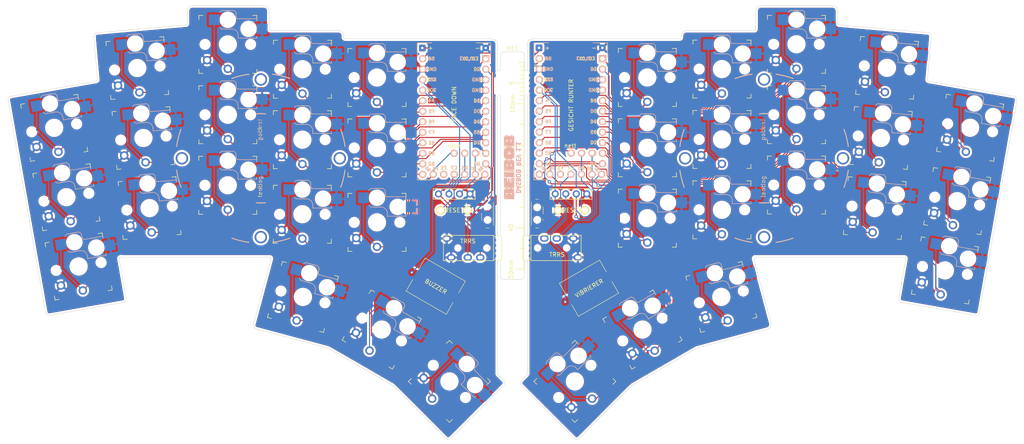
<source format=kicad_pcb>
(kicad_pcb (version 20211014) (generator pcbnew)
  (layers (0 "F.Cu" signal) (31 "B.Cu" signal) (34 "B.Paste" user) (35 "F.Paste" user) (36 "B.SilkS" user "B.Silkscreen") (37 "F.SilkS" user "F.Silkscreen") (38 "B.Mask" user) (39 "F.Mask" user) (44 "Edge.Cuts" user))
  (net 0 "")
  (net 1 "1")
  (net 2 "2")
  (net 3 "GND")
  (net 4 "RST")
  (net 5 "3")
  (net 6 "4")
  (net 7 "5")
  (net 8 "6")
  (net 9 "7")
  (net 10 "8")
  (net 11 "9")
  (net 12 "10")
  (net 13 "11")
  (net 14 "12")
  (net 15 "13")
  (net 16 "14")
  (net 17 "15")
  (net 18 "16")
  (net 19 "17")
  (net 20 "18")
  (net 21 "16a")
  (net 22 "DNG")
  (net 23 "5a")
  (net 24 "4a")
  (net 25 "3a")
  (net 26 "2a")
  (net 27 "1a")
  (net 28 "10a")
  (net 29 "9a")
  (net 30 "8a")
  (net 31 "7a")
  (net 32 "6a")
  (net 33 "15a")
  (net 34 "14a")
  (net 35 "13a")
  (net 36 "12a")
  (net 37 "11a")
  (net 38 "18a")
  (net 39 "17a")
  (net 40 "TSR")
  (net 41 "BAT")
  (net 42 "R1")
  (net 43 "VCC")
  (net 44 "P1")
  (net 46 "SOUND")
  (net 47 "P2")
  (net 48 "1R")
  (net 49 "CVV")
  (net 50 "1P")
  (net 51 "DNUOS")
  (net 52 "2P")
  (net 53 "PWR")
  (net 54 "TAB")
  (net 55 "RWP")
  (footprint "Beibob:Kailh_socket_PG1350_optional" (layer "F.Cu") (at 65.435861 75.631509 5)
    (fp_text reference "SW12")
    (fp_text value "SW_Push")
  )
  (footprint "Beibob:Kailh_socket_PG1350_optional" (layer "F.Cu") (at 137.808489 117.51306 -45)
    (fp_text reference "SW18")
    (fp_text value "SW_Push")
  )
  (footprint "Beibob:Kailh_socket_PG1350_optional" (layer "F.Cu") (at 185.575 44.07)
    (fp_text reference "SW19")
    (fp_text value "SW_Push")
  )
  (footprint "Beibob:Kailh_socket_PG1350_optional" (layer "F.Cu") (at 120.325 79.09)
    (fp_text reference "SW15")
    (fp_text value "SW_Push")
  )
  (footprint "Beibob:SW_SPDT_PCM12" (layer "F.Cu") (at 159.315 76.97 -90)
    (fp_text reference "WWS1")
    (fp_text value "SW_SPDT")
  )
  (footprint "Beibob:Kailh_socket_PG1350_optional" (layer "F.Cu") (at 263.492039 56.218304 -10)
    (fp_text reference "SW23")
    (fp_text value "SW_Push")
  )
  (footprint "Beibob:Kailh_socket_PG1350_optional" (layer "F.Cu") (at 260.372039 73.948304 -10)
    (fp_text reference "SW28")
    (fp_text value "SW_Push")
  )
  (footprint "Beibob:Kailh_socket_PG1350_optional" (layer "F.Cu") (at 102.34 42.07)
    (fp_text reference "SW4")
    (fp_text value "SW_Push")
  )
  (footprint "Beibob:Kailh_socket_PG1350_optional" (layer "F.Cu") (at 121.471233 104.970351 -30)
    (fp_text reference "SW17")
    (fp_text value "SW_Push")
  )
  (footprint "Keebio-Parts.pretty-master:I2C_Breakout" (layer "F.Cu") (at 142.78 72.22 -90)
    (fp_text reference "U3" hide)
    (fp_text value "OLED1")
  )
  (footprint "Keebio-Parts.pretty-master:I2C_Breakout" (layer "F.Cu") (at 170.97 72.2 -90)
    (fp_text reference "U4" hide)
    (fp_text value "OLED2")
  )
  (footprint "Beibob:Kailh_socket_PG1350_optional" (layer "F.Cu") (at 102.456392 97.100494 -15)
    (fp_text reference "SW16")
    (fp_text value "SW_Push" hide)
  )
  (footprint "Keebio-Parts.pretty-master:SinglePad" (layer "F.Cu") (at 141.51 62.39)
    (fp_text reference "H6" hide)
    (fp_text value "MountingHole_Pad" hide)
  )
  (footprint "Beibob:Kailh_socket_PG1350_optional" (layer "F.Cu") (at 240.473961 75.632794 -5)
    (fp_text reference "SW32")
    (fp_text value "SW_Push")
  )
  (footprint "Keebio-Parts.pretty-master:TRRS-PJ-320A" (layer "F.Cu") (at 157.51 85.26 90)
    (fp_text reference "J2")
    (fp_text value "TRRS LEFT")
  )
  (footprint "Beibob:Kailh_socket_PG1350_optional" (layer "F.Cu") (at 185.585 61.06)
    (fp_text reference "SW24")
    (fp_text value "SW_Push")
  )
  (footprint "Beibob:Kailh_socket_PG1350_optional" (layer "F.Cu") (at 184.411233 104.975351 30)
    (fp_text reference "SW35")
    (fp_text value "SW_Push")
  )
  (footprint "Beibob:Tenting_Pucksmol" (layer "F.Cu") (at 92.29 63.6)
    (fp_text reference "puck2")
    (fp_text value "Hole")
  )
  (footprint "Beibob:Tenting_Pucksmol" (layer "F.Cu") (at 213.76 63.6)
    (fp_text reference "puck1")
    (fp_text value "Hole")
  )
  (footprint "Beibob:Kailh_socket_PG1350_optional" (layer "F.Cu") (at 84.325 36.08)
    (fp_text reference "SW3")
    (fp_text value "SW_Push")
  )
  (footprint "Keebio-Parts.pretty-master:breakaway-mousebites" (layer "F.Cu") (at 156.02115 85.29 -90)
    (fp_text reference "H2" hide)
    (fp_text value "Mousebites" hide)
  )
  (footprint "Beibob:SW_ResetSW" (layer "F.Cu") (at 138.93 76.15)
    (fp_text reference "RST1" hide)
    (fp_text value "SW_Push")
  )
  (footprint "Beibob:Kailh_socket_PG1350_optional" (layer "F.Cu") (at 243.433961 41.742794 -5)
    (fp_text reference "SW22")
    (fp_text value "SW_Push")
  )
  (footprint "Keebio-Parts.pretty-master:SinglePad" (layer "F.Cu") (at 138.97 62.39)
    (fp_text reference "H3" hide)
    (fp_text value "MountingHole_Pad" hide)
  )
  (footprint "Beibob:SW_SPDT_PCM12" (layer "F.Cu") (at 146.7 76.99 90)
    (fp_text reference "SWW1")
    (fp_text value "SW_SPDT")
  )
  (footprint "Beibob:Kailh_socket_PG1350_optional" (layer "F.Cu") (at 168.08306 117.511511 45)
    (fp_text reference "SW34")
    (fp_text value "SW_Push")
  )
  (footprint "Beibob:Kailh_socket_PG1350_optional" (layer "F.Cu") (at 203.585 42.05)
    (fp_text reference "SW20")
    (fp_text value "SW_Push")
  )
  (footprint "Beibob:Kailh_socket_PG1350_optional" (layer "F.Cu") (at 203.575 76.05)
    (fp_text reference "SW30")
    (fp_text value "SW_Push")
  )
  (footprint "Beibob:Kailh_socket_PG1350_optional" (layer "F.Cu") (at 45.353207 72.999606 10)
    (fp_text reference "SW6")
    (fp_text value "SW_Push")
  )
  (footprint "Buzzer_Beeper:Buzzer_Mallory_AST1109MLTRQ" (layer "F.Cu") (at 134.5 94.5 -30)
    (fp_text reference "BZ1")
    (fp_text value "Buzzer")
  )
  (footprint "Beibob:Kailh_socket_PG1350_optional" (layer "F.Cu") (at 120.325 61.1)
    (fp_text reference "SW10")
    (fp_text value "SW_Push")
  )
  (footprint "Buzzer_Beeper:Buzzer_Mallory_AST1109MLTRQ" (layer "F.Cu") (at 171.5 95 30)
    (fp_text reference "BZ2")
    (fp_text value "Buzzer")
  )
  (footprint "Beibob:Kailh_socket_PG1350_optional" (layer "F.Cu") (at 63.95 58.7 5)
    (fp_text reference "SW7")
    (fp_text value "SW_Push")
  )
  (footprint "Beibob:Kailh_socket_PG1350_optional" (layer "F.Cu") (at 241.953961 58.692794 -5)
    (fp_text reference "SW27")
    (fp_text value "SW_Push")
  )
  (footprint "Beibob:Kailh_socket_PG1350_optional" (layer "F.Cu") (at 203.585 59.05)
    (fp_text reference "SW25")
    (fp_text value "SW_Push")
  )
  (footprint "Beibob:Kailh_socket_PG1350_optional" (layer "F.Cu") (at 84.305 70.12)
    (fp_text reference "SW13")
    (fp_text value "SW_Push")
  )
  (footprint "Beibob:Kailh_socket_PG1350_optional" (layer "F.Cu") (at 185.575 78.07)
    (fp_text reference "SW29")
    (fp_text value "SW_Push")
  )
  (footprint "Beibob:SW_ResetSW" (layer "F.Cu") (at 167.27 76.16)
    (fp_text reference "TSR1" hide)
    (fp_text value "SW_Push")
  )
  (footprint "Keebio-Parts.pretty-master:SinglePad" (layer "F.Cu") (at 167.18 62.32)
    (fp_text reference "H4" hide)
    (fp_text value "MountingHole_Pad" hide)
  )
  (footprint "Beibob:Kailh_socket_PG1350_optional" (layer "F.Cu") (at 48.308452 89.740908 10)
    (fp_text reference "SW11")
    (fp_text value "SW_Push")
  )
  (footprint "Beibob:Kailh_socket_PG1350_optional" (layer "F.Cu") (at 42.413207 56.239606 10)
    (fp_text reference "SW1")
    (fp_text value "SW_Push")
  )
  (footprint "Beibob:Kailh_socket_PG1350_optional" (layer "F.Cu") (at 62.47 41.79 5)
    (fp_text reference "SW2")
    (fp_text value "SW_Push")
  )
  (footprint "Keebio-Parts.pretty-master:SinglePad" (layer "F.Cu") (at 144.05 62.39)
    (fp_text reference "H5" hide)
    (fp_text value "MountingHole_Pad" hide)
  )
  (footprint "Keebio-Parts.pretty-master:breakaway-mousebites" (layer "F.Cu") (at 149.52115 45.48 -90)
    (fp_text reference "H10" hide)
    (fp_text value "Mousebites" hide)
  )
  (footprint "Beibob:Kailh_socket_PG1350_optional" (layer "F.Cu") (at 102.315 59.1)
    (fp_text reference "SW9")
    (fp_text value "SW_Push")
  )
  (footprint "Beibob:BAT" (layer "F.Cu") (at 131.27 36.95)
    (fp_text reference "BAT1")
    (fp_text value "Conn_01x02_Male")
  )
  (footprint "Keebio-Parts.pretty-master:TRRS-PJ-320A" (layer "F.Cu") (at 148.45 85.28 -90)
    (fp_text reference "J1")
    (fp_text value "TRRS LEFT")
  )
  (footprint "Keebio-Parts.pretty-master:breakaway-mousebites" (layer "F.Cu") (at 156.03 45.47 -90)
    (fp_text reference "H9" hide)
    (fp_text value "Mousebites" hide)
  )
  (footprint "Beibob:Kailh_socket_PG1350_optional" (layer "F.Cu") (at 203.43338 97.099626 15)
    (fp_text reference "SW36")
    (fp_text value "SW_Push")
  )
  (footprint "Keebio-Parts.pretty-master:breakaway-mousebites" (layer "F.Cu") (at 149.52 85.28 -90)
    (fp_text reference "H1" hide)
    (fp_text value "Mousebites" hide)
  )
  (footprint "Keebio-Parts.pretty-master:SinglePad" (layer "F.Cu") (at 172.24 62.33)
    (fp_text reference "H7" hide)
    (fp_text value "MountingHole_Pad" hide)
  )
  (footprint "Beibob:Kailh_socket_PG1350_optional" (layer "F.Cu") (at 120.32 44.09)
    (fp_text reference "SW5")
    (fp_text value "SW_Push")
  )
  (footprint "Calibration_Scale:Gauge_50mm_Type1_SilkScreenTop" (layer "F.Cu") (at 155.79199 40.41 -90)
    (fp_text reference "H12")
    (fp_text value "Ruler")
  )
  (footprint "Beibob:BAT" (layer "F.Cu") (at 159.44 36.91)
    (fp_text reference "TAB1")
    (fp_text value "Conn_01x02_Male")
  )
  (footprint "Beibob:Kailh_socket_PG1350_optional" (layer "F.Cu") (at 257.412039 90.698304 -10)
    (fp_text reference "SW33")
    (fp_text value "SW_Push")
  )
  (footprint "Beibob:Kailh_socket_PG1350_optional" (layer "F.Cu") (at 102.315 77.12)
    (fp_text reference "SW14")
    (fp_text value "SW_Push")
  )
  (footprint "Beibob:Kailh_socket_PG1350_optional" (layer "F.Cu") (at 221.575 70.06)
    (fp_text reference "SW31")
    (fp_text value "SW_Push")
  )
  (footprint "MountingHole:MountingHole_2.7mm_M2.5_DIN965" (layer "F.Cu") (at 153.02 40.36)
    (fp_text reference "H11")
    (fp_text value "M3 MountingHole")
  )
  (footprint "Beibob:Kailh_socket_PG1350_optional" (layer "F.Cu") (at 84.325 53.08)
    (fp_text reference "SW8")
    (fp_text value "SW_Push")
  )
  (footprint "Beibob:Kailh_socket_PG1350_optional" (layer "F.Cu") (at 221.585 53.06)
    (fp_text reference "SW26")
    (fp_text value "SW_Push")
  )
  (footprint "Keebio-Parts.pretty-master:SinglePad" (layer "F.Cu") (at 169.7 62.33)
    (fp_text reference "H8" hide)
    (fp_text value "MountingHole_Pad" hide)
  )
  (footprint "Beibob:Kailh_socket_PG1350_optional" (layer "F.Cu") (at 221.575 36.05)
    (fp_text reference "SW21")
    (fp_text value "SW_Push")
  )
  (footprint "Beibob:Elite-C" (layer "B.Cu") (at 138.97 53.51 -90)
    (fp_text reference "U1" hide)
    (fp_text value "Elite-C RIGHT" hide)
  )
  (footprint "Beibob:Elite-C" (layer "B.Cu") (at 167.14 53.48675 -90)
    (fp_text reference "U2" hide)
    (fp_text value "Elite-C LEFT" hide)
  )
  (gr_poly (pts (xy 144.342871 108.876099) (xy 144.353629 108.750938) (xy 144.372403 108.632638) (xy 144.385285 108.576182) (xy 144.400758 108.521585) (xy 144.419018 108.468897) (xy 144.44026 108.418165) (xy 144.464679 108.369437) (xy 144.492473 108.322763) (xy 144.523835 108.27819) (xy 144.558963 108.235765) (xy 144.59805 108.195539) (xy 144.641294 108.157558) (xy 144.68889 108.121872) (xy 144.741033 108.088527) (xy 144.797919 108.057573) (xy 144.859744 108.029057) (xy 144.926703 108.003029) (xy 144.998992 107.979535) (xy 145.076806 107.958625) (xy 145.160342 107.940347) (xy 145.249794 107.924748) (xy 145.34536 107.911877) (xy 145.447233 107.901783) (xy 145.55561 107.894513) (xy 145.670687 107.890115) (xy 145.792658 107.888639) (xy 146.045284 107.895137) (xy 146.163144 107.903298) (xy 146.275502 107.914765) (xy 146.382458 107.929564) (xy 146.484111 107.94772) (xy 146.580561 107.969256) (xy 146.671909 107.994199) (xy 146.758253 108.022572) (xy 146.839695 108.0544) (xy 146.916333 108.089709) (xy 146.988267 108.128522) (xy 147.055597 108.170865) (xy 147.118423 108.216762) (xy 147.176845 108.266238) (xy 147.230963 108.319317) (xy 147.280876 108.376025) (xy 147.326684 108.436387) (xy 147.368487 108.500425) (xy 147.406385 108.568167) (xy 147.440478 108.639636) (xy 147.470865 108.714856) (xy 147.497646 108.793854) (xy 147.520921 108.876653) (xy 147.54079 108.963278) (xy 147.557353 109.053754) (xy 147.580958 109.246357) (xy 147.592535 109.454661) (xy 147.592883 109.678862) (xy 147.542877 111.74412) (xy 145.424279 111.765329) (xy 145.424279 109.977233) (xy 146.579423 109.958897) (xy 146.577463 109.938935) (xy 146.574975 109.919974) (xy 146.57189 109.90199) (xy 146.568139 109.884959) (xy 146.563653 109.868858) (xy 146.558363 109.853661) (xy 146.552201 109.839345) (xy 146.545096 109.825886) (xy 146.536981 109.81326) (xy 146.527785 109.801442) (xy 146.517441 109.790408) (xy 146.505879 109.780135) (xy 146.49303 109.770598) (xy 146.478826 109.761773) (xy 146.463196 109.753636) (xy 146.446073 109.746163) (xy 146.427388 109.739329) (xy 146.40707 109.733111) (xy 146.385052 109.727485) (xy 146.361265 109.722426) (xy 146.335638 109.71791) (xy 146.308104 109.713914) (xy 146.278594 109.710412) (xy 146.247038 109.707382) (xy 146.213368 109.704798) (xy 146.177514 109.702637) (xy 146.098979 109.699487) (xy 146.010883 109.697738) (xy 145.912673 109.697198) (xy 145.844284 109.697651) (xy 145.782094 109.699181) (xy 145.725857 109.702044) (xy 145.675326 109.706496) (xy 145.630255 109.712795) (xy 145.590397 109.721195) (xy 145.555505 109.731955) (xy 145.539845 109.738299) (xy 145.525333 109.745329) (xy 145.51194 109.753077) (xy 145.499635 109.761575) (xy 145.488386 109.770855) (xy 145.478163 109.780949) (xy 145.468934 109.791889) (xy 145.460671 109.803707) (xy 145.45334 109.816435) (xy 145.446912 109.830105) (xy 145.441356 109.84475) (xy 145.43664 109.860401) (xy 145.432735 109.87709) (xy 145.429608 109.89485) (xy 145.42557 109.933708) (xy 145.424279 109.977233) (xy 145.424279 111.765329) (xy 144.379148 111.775791) (xy 144.339143 109.145462) (xy 144.338564 109.007736)) (layer "F.Cu") (width 0.063) (fill solid))
  (gr_poly (pts (xy 144.349809 98.130581) (xy 144.360417 97.983958) (xy 144.377169 97.849859) (xy 144.400367 97.728017) (xy 144.430313 97.618166) (xy 144.447912 97.567654) (xy 144.467312 97.520041) (xy 144.48855 97.475292) (xy 144.511665 97.433374) (xy 144.536694 97.394255) (xy 144.563675 97.357901) (xy 144.592646 97.324278) (xy 144.623645 97.293354) (xy 144.65671 97.265094) (xy 144.691878 97.239467) (xy 144.729187 97.216438) (xy 144.768676 97.195975) (xy 144.810382 97.178044) (xy 144.854343 97.162611) (xy 144.900596 97.149644) (xy 144.94918 97.139109) (xy 145.053492 97.125203) (xy 145.16758 97.120627) (xy 145.259976 97.121977) (xy 145.345509 97.126038) (xy 145.424542 97.132823) (xy 145.497439 97.142349) (xy 145.564564 97.154628) (xy 145.62628 97.169676) (xy 145.682952 97.187508) (xy 145.734943 97.208138) (xy 145.782617 97.231581) (xy 145.826338 97.257852) (xy 145.866469 97.286964) (xy 145.903375 97.318933) (xy 145.93742 97.353774) (xy 145.968966 97.391501) (xy 145.998378 97.432128) (xy 146.026021 97.475671) (xy 146.055204 97.426797) (xy 146.084856 97.381978) (xy 146.099968 97.36105) (xy 146.115329 97.34109) (xy 146.130982 97.322082) (xy 146.146973 97.304009) (xy 146.163345 97.286857) (xy 146.180141 97.27061) (xy 146.197407 97.255252) (xy 146.215185 97.240769) (xy 146.23352 97.227143) (xy 146.252455 97.21436) (xy 146.272035 97.202404) (xy 146.292304 97.19126) (xy 146.313305 97.180912) (xy 146.335083 97.171344) (xy 146.357681 97.162542) (xy 146.381143 97.154488) (xy 146.405514 97.147168) (xy 146.430837 97.140566) (xy 146.457156 97.134667) (xy 146.484515 97.129455) (xy 146.512959 97.124915) (xy 146.542531 97.12103) (xy 146.573274 97.117786) (xy 146.605234 97.115166) (xy 146.672977 97.111739) (xy 146.746111 97.110625) (xy 146.811961 97.112009) (xy 146.874544 97.116134) (xy 146.933933 97.122957) (xy 146.9902 97.132434) (xy 147.043419 97.144522) (xy 147.093663 97.159179) (xy 147.141003 97.176361) (xy 147.185514 97.196026) (xy 147.227269 97.21813) (xy 147.26634 97.24263) (xy 147.302799 97.269483) (xy 147.336722 97.298646) (xy 147.368179 97.330077) (xy 147.397244 97.363731) (xy 147.42399 97.399567) (xy 147.44849 97.437541) (xy 147.470817 97.477609) (xy 147.491044 97.51973) (xy 147.509243 97.563859) (xy 147.525489 97.609955) (xy 147.539853 97.657973) (xy 147.552408 97.707871) (xy 147.563228 97.759606) (xy 147.572386 97.813135) (xy 147.586005 97.925401) (xy 147.59385 98.044326) (xy 147.596504 98.169565) (xy 147.59455 98.300774) (xy 147.592883 98.300775) (xy 147.526208 100.621064) (xy 146.861125 100.6108) (xy 146.861125 99.010864) (xy 146.867266 98.966834) (xy 146.870638 98.926547) (xy 146.871263 98.907768) (xy 146.871168 98.889878) (xy 146.870344 98.872862) (xy 146.868782 98.856704) (xy 146.866473 98.841388) (xy 146.863408 98.826899) (xy 146.859577 98.813222) (xy 146.854972 98.80034) (xy 146.849583 98.788238) (xy 146.843401 98.776901) (xy 146.836416 98.766312) (xy 146.828621 98.756458) (xy 146.820005 98.747321) (xy 146.81056 98.738886) (xy 146.800275 98.731138) (xy 146.789143 98.724061) (xy 146.777154 98.71764) (xy 146.764299 98.711859) (xy 146.750568 98.706702) (xy 146.735953 98.702154) (xy 146.720444 98.6982) (xy 146.704033 98.694823) (xy 146.686709 98.692008) (xy 146.668464 98.689741) (xy 146.629175 98.686782) (xy 146.586091 98.685824) (xy 146.554099 98.686236) (xy 146.524947 98.687634) (xy 146.498544 98.690263) (xy 146.486346 98.692115) (xy 146.474801 98.694367) (xy 146.463898 98.697048) (xy 146.453626 98.700189) (xy 146.443973 98.703822) (xy 146.434929 98.707975) (xy 146.426482 98.712681) (xy 146.418621 98.717968) (xy 146.411334 98.723869) (xy 146.40461 98.730413) (xy 146.398438 98.737631) (xy 146.392806 98.745553) (xy 146.387704 98.75421) (xy 146.383119 98.763633) (xy 146.379042 98.773852) (xy 146.375459 98.784897) (xy 146.372361 98.796799) (xy 146.369736 98.809589) (xy 146.367572 98.823297) (xy 146.365858 98.837954) (xy 146.364583 98.85359) (xy 146.363735 98.870235) (xy 146.363278 98.906677) (xy 146.364396 98.947523) (xy 146.362729 98.949189) (xy 146.861125 99.010864) (xy 146.861125 100.6108) (xy 145.132576 100.584122) (xy 145.132576 98.98086) (xy 145.692646 98.95419) (xy 145.687155 98.92415) (xy 145.680603 98.895924) (xy 145.672864 98.86953) (xy 145.663814 98.844984) (xy 145.658758 98.833409) (xy 145.653328 98.822303) (xy 145.647508 98.811668) (xy 145.641282 98.801505) (xy 145.634635 98.791817) (xy 145.627551 98.782606) (xy 145.620015 98.773875) (xy 145.612011 98.765625) (xy 145.603523 98.757858) (xy 145.594536 98.750577) (xy 145.585035 98.743784) (xy 145.575004 98.73748) (xy 145.564427 98.731669) (xy 145.553289 98.726351) (xy 145.541573 98.72153) (xy 145.529266 98.717207) (xy 145.51635 98.713385) (xy 145.502811 98.710066) (xy 145.488633 98.707251) (xy 145.4738 98.704944) (xy 145.458297 98.703145) (xy 145.442108 98.701858) (xy 145.425217 98.701084) (xy 145.40761 98.700825) (xy 145.354619 98.701864) (xy 145.307392 98.704996) (xy 145.285875 98.707353) (xy 145.265719 98.710242) (xy 145.246897 98.713664) (xy 145.229385 98.717624) (xy 145.213154 98.722123) (xy 145.198178 98.727165) (xy 145.184432 98.732752) (xy 145.171887 98.738887) (xy 145.160518 98.745572) (xy 145.150299 98.75281) (xy 145.141202 98.760605) (xy 145.133201 98.768959) (xy 145.126269 98.777874) (xy 145.120381 98.787353) (xy 145.115508 98.7974) (xy 145.111626 98.808016) (xy 145.108707 98.819205) (xy 145.106724 98.830969) (xy 145.105652 98.843312) (xy 145.105463 98.856235) (xy 145.106131 98.869742) (xy 145.10763 98.883835) (xy 145.113013 98.913791) (xy 145.121399 98.946126) (xy 145.132576 98.98086) (xy 145.132576 100.584122) (xy 144.39415 100.572725) (xy 144.345811 98.462462) (xy 144.345041 98.289993)) (layer "F.Cu") (width 0.063) (fill solid))
  (gr_poly (pts (xy 144.347234 102.080853) (xy 144.356359 101.832127) (xy 144.371306 101.606334) (xy 144.391858 101.399703) (xy 144.417802 101.208465) (xy 144.448923 101.02885) (xy 144.485005 100.857087) (xy 144.525833 100.689407) (xy 145.609302 100.894433) (xy 145.610969 100.894431) (xy 145.567917 101.06193) (xy 145.529084 101.236167) (xy 145.494939 101.414194) (xy 145.465951 101.593061) (xy 145.442588 101.769818) (xy 145.425321 101.941516) (xy 145.414616 102.105205) (xy 145.410944 102.257936) (xy 145.411621 102.336275) (xy 145.412526 102.369354) (xy 145.413861 102.398656) (xy 145.415665 102.424393) (xy 145.417976 102.446777) (xy 145.420834 102.466022) (xy 145.424279 102.482338) (xy 145.428348 102.49594) (xy 145.433082 102.507039) (xy 145.438519 102.515847) (xy 145.444698 102.522578) (xy 145.451659 102.527443) (xy 145.459439 102.530655) (xy 145.46808 102.532427) (xy 145.477619 102.53297) (xy 145.482505 102.532881) (xy 145.487174 102.53257) (xy 145.491643 102.53197) (xy 145.495928 102.531017) (xy 145.500048 102.529643) (xy 145.504019 102.527784) (xy 145.505953 102.526651) (xy 145.507857 102.525373) (xy 145.509733 102.52394) (xy 145.511581 102.522344) (xy 145.513406 102.520577) (xy 145.515208 102.518631) (xy 145.51699 102.516498) (xy 145.518754 102.514169) (xy 145.522236 102.508891) (xy 145.525672 102.502732) (xy 145.529078 102.495625) (xy 145.532473 102.487505) (xy 145.535872 102.478306) (xy 145.539293 102.467962) (xy 145.542754 102.456407) (xy 145.54627 102.443574) (xy 145.54986 102.429399) (xy 145.55354 102.413815) (xy 145.557327 102.396756) (xy 145.561239 102.378156) (xy 145.565293 102.35795) (xy 145.569505 102.336071) (xy 145.573894 102.312453) (xy 145.578475 102.287031) (xy 145.588284 102.230511) (xy 145.59907 102.165981) (xy 145.610969 102.092915) (xy 145.647778 101.881865) (xy 145.683774 101.694129) (xy 145.719824 101.528367) (xy 145.756794 101.383243) (xy 145.795552 101.257419) (xy 145.836964 101.149556) (xy 145.881897 101.058315) (xy 145.905954 101.018511) (xy 145.931217 100.98236) (xy 145.957794 100.949696) (xy 145.985792 100.920352) (xy 146.015321 100.89416) (xy 146.046489 100.870953) (xy 146.079403 100.850564) (xy 146.114173 100.832825) (xy 146.150907 100.817569) (xy 146.189713 100.80463) (xy 146.273974 100.785029) (xy 146.367824 100.772686) (xy 146.47213 100.766261) (xy 146.587758 100.764416) (xy 146.660605 100.765363) (xy 146.730111 100.768297) (xy 146.796344 100.773362) (xy 146.85937 100.780698) (xy 146.919258 100.790447) (xy 146.976074 100.802752) (xy 147.029886 100.817755) (xy 147.080762 100.835597) (xy 147.128769 100.85642) (xy 147.173974 100.880367) (xy 147.216445 100.907579) (xy 147.256249 100.938197) (xy 147.293455 100.972365) (xy 147.328128 101.010224) (xy 147.360337 101.051916) (xy 147.39015 101.097583) (xy 147.417633 101.147366) (xy 147.442854 101.201408) (xy 147.46588 101.25985) (xy 147.48678 101.322835) (xy 147.505619 101.390505) (xy 147.522467 101.463) (xy 147.53739 101.540464) (xy 147.550456 101.623039) (xy 147.561732 101.710865) (xy 147.571286 101.804085) (xy 147.585496 102.007276) (xy 147.593627 102.233746) (xy 147.596217 102.484631) (xy 147.592502 102.701605) (xy 147.581502 102.928697) (xy 147.56343 103.160243) (xy 147.538502 103.390577) (xy 147.506932 103.614036) (xy 147.468936 103.824954) (xy 147.447595 103.92394) (xy 147.424728 104.017667) (xy 147.400361 104.105426) (xy 147.374523 104.18651) (xy 146.384399 104.101499) (xy 146.441297 103.923945) (xy 146.494855 103.73088) (xy 146.543764 103.527268) (xy 146.586716 103.318069) (xy 146.622401 103.108244) (xy 146.64951 102.902756) (xy 146.65944 102.803189) (xy 146.666736 102.706566) (xy 146.671233 102.613509) (xy 146.672768 102.524636) (xy 146.672513 102.507025) (xy 146.671739 102.491028) (xy 146.670439 102.47658) (xy 146.668601 102.463613) (xy 146.666216 102.452062) (xy 146.663275 102.441862) (xy 146.659767 102.432946) (xy 146.657797 102.428949) (xy 146.655683 102.425249) (xy 146.653421 102.421836) (xy 146.651013 102.418704) (xy 146.648455 102.415843) (xy 146.645747 102.413245) (xy 146.642887 102.410903) (xy 146.639875 102.408807) (xy 146.636709 102.406951) (xy 146.633388 102.405324) (xy 146.629911 102.40392) (xy 146.626276 102.40273) (xy 146.61853 102.400958) (xy 146.610138 102.399944) (xy 146.601092 102.39962) (xy 146.59545 102.399756) (xy 146.590079 102.400179) (xy 146.584966 102.400911) (xy 146.5801 102.401977) (xy 146.575469 102.4034) (xy 146.571059 102.405202) (xy 146.56686 102.407407) (xy 146.562859 102.410038) (xy 146.559043 102.413119) (xy 146.5554 102.416672) (xy 146.551918 102.42072) (xy 146.548586 102.425288) (xy 146.54539 102.430397) (xy 146.542319 102.436072) (xy 146.53936 102.442335) (xy 146.536501 102.44921) (xy 146.53373 102.45672) (xy 146.531035 102.464887) (xy 146.528403 102.473736) (xy 146.525823 102.48329) (xy 146.523281 102.493571) (xy 146.520767 102.504603) (xy 146.518267 102.516408) (xy 146.515769 102.529012) (xy 146.510733 102.556702) (xy 146.50556 102.58786) (xy 146.500152 102.622671) (xy 146.494412 102.66132) (xy 146.457989 102.889493) (xy 146.421252 103.093568) (xy 146.383305 103.274836) (xy 146.343248 103.434593) (xy 146.300182 103.574133) (xy 146.25321 103.694749) (xy 146.227979 103.748366) (xy 146.201433 103.797737) (xy 146.173462 103.843024) (xy 146.143952 103.884389) (xy 146.112792 103.921994) (xy 146.079868 103.956) (xy 146.04507 103.98657) (xy 146.008284 104.013865) (xy 145.969398 104.038046) (xy 145.9283 104.059276) (xy 145.884878 104.077717) (xy 145.839018 104.093529) (xy 145.73954 104.117918) (xy 145.628966 104.133736) (xy 145.506398 104.142278) (xy 145.370939 104.144838) (xy 145.291732 104.144026) (xy 145.216567 104.140885) (xy 145.145343 104.135292) (xy 145.077959 104.127124) (xy 145.014317 104.116259) (xy 144.954315 104.102575) (xy 144.897853 104.08595) (xy 144.844831 104.06626) (xy 144.79515 104.043384) (xy 144.748709 104.017199) (xy 144.705409 103.987583) (xy 144.665148 103.954414) (xy 144.627826 103.917568) (xy 144.593345 103.876924) (xy 144.561603 103.832359) (xy 144.532501 103.783751) (xy 144.505938 103.730978) (xy 144.481814 103.673916) (xy 144.46003 103.612444) (xy 144.440484 103.54644) (xy 144.423078 103.47578) (xy 144.40771 103.400343) (xy 144.394281 103.320006) (xy 144.38269 103.234646) (xy 144.372839 103.144142) (xy 144.364625 103.048371) (xy 144.352713 102.840538) (xy 144.346153 102.610167) (xy 144.344144 102.356281)) (layer "F.Cu") (width 0.063) (fill solid))
  (gr_poly (pts (xy 144.402485 105.04495) (xy 147.561213 104.148172) (xy 147.694429 105.78673) (xy 147.232838 105.858385) (xy 147.277844 106.373449) (xy 147.576215 106.42679) (xy 147.50954 107.976983) (xy 146.614428 107.792046) (xy 146.614428 106.248434) (xy 146.579423 105.960065) (xy 145.735985 106.088414) (xy 145.734318 106.088414) (xy 146.614428 106.248434) (xy 146.614428 107.792046) (xy 144.330809 107.320235)) (layer "F.Cu") (width 0.063) (fill solid))
  (gr_poly (pts (xy 161.55497 96.242184) (xy 158.396242 97.138962) (xy 158.263026 95.500404) (xy 158.724617 95.428749) (xy 158.679611 94.913685) (xy 158.38124 94.860344) (xy 158.447915 93.310151) (xy 159.343027 93.495088) (xy 159.343027 95.0387) (xy 159.378032 95.327069) (xy 160.22147 95.19872) (xy 160.223137 95.19872) (xy 159.343027 95.0387) (xy 159.343027 93.495088) (xy 161.626646 93.966899)) (layer "F.Cu") (width 0.063) (fill solid))
  (gr_poly (pts (xy 161.622462 106.662329) (xy 161.609193 106.871106) (xy 161.585761 107.061976) (xy 161.569897 107.150858) (xy 161.55109 107.235458) (xy 161.529203 107.315841) (xy 161.504103 107.392073) (xy 161.475654 107.464218) (xy 161.443723 107.532341) (xy 161.408174 107.596507) (xy 161.368873 107.656781) (xy 161.325686 107.713229) (xy 161.278478 107.765915) (xy 161.227113 107.814904) (xy 161.171459 107.860262) (xy 161.111379 107.902052) (xy 161.04674 107.940341) (xy 160.977406 107.975193) (xy 160.903244 108.006674) (xy 160.824118 108.034848) (xy 160.739895 108.05978) (xy 160.650438 108.081535) (xy 160.555615 108.100179) (xy 160.45529 108.115777) (xy 160.349328 108.128392) (xy 160.119958 108.144938) (xy 159.866426 108.150338) (xy 159.633901 108.145795) (xy 159.526781 108.139818) (xy 159.425544 108.131104) (xy 159.330033 108.119456) (xy 159.24009 108.104673) (xy 159.155557 108.086558) (xy 159.076275 108.064911) (xy 159.002087 108.039533) (xy 158.932834 108.010225) (xy 158.868358 107.976788) (xy 158.808501 107.939023) (xy 158.753105 107.896731) (xy 158.702012 107.849713) (xy 158.655064 107.79777) (xy 158.612103 107.740704) (xy 158.57297 107.678314) (xy 158.537508 107.610403) (xy 158.505558 107.53677) (xy 158.476962 107.457218) (xy 158.451563 107.371546) (xy 158.429202 107.279557) (xy 158.40972 107.181051) (xy 158.392961 107.075829) (xy 158.378765 106.963692) (xy 158.366975 106.844441) (xy 158.34998 106.583801) (xy 158.340711 106.292318) (xy 158.337902 105.968399) (xy 158.341949 105.700116) (xy 158.354649 105.460537) (xy 158.376842 105.24809) (xy 158.391762 105.15155) (xy 158.409369 105.061203) (xy 158.42977 104.976853) (xy 158.453069 104.898303) (xy 158.479372 104.825357) (xy 158.508783 104.757819) (xy 158.541407 104.69549) (xy 158.577349 104.638176) (xy 158.616715 104.58568) (xy 158.659609 104.537804) (xy 158.706136 104.494353) (xy 158.756401 104.455129) (xy 158.81051 104.419937) (xy 158.868567 104.388579) (xy 158.930677 104.36086) (xy 158.996946 104.336582) (xy 159.067478 104.31555) (xy 159.142377 104.297565) (xy 159.305702 104.269956) (xy 159.487759 104.252182) (xy 159.689389 104.242671) (xy 159.911432 104.23985) (xy 159.946436 104.240393) (xy 159.946436 106.066746) (xy 159.780813 106.068091) (xy 159.645956 106.072502) (xy 159.589228 106.076035) (xy 159.539188 106.080547) (xy 159.495501 106.086108) (xy 159.457833 106.092791) (xy 159.42585 106.100665) (xy 159.399216 106.109801) (xy 159.377598 106.120271) (xy 159.36066 106.132145) (xy 159.348068 106.145493) (xy 159.339489 106.160387) (xy 159.334586 106.176897) (xy 159.333026 106.195095) (xy 159.333227 106.204461) (xy 159.333909 106.213498) (xy 159.335192 106.222207) (xy 159.337197 106.23059) (xy 159.340042 106.23865) (xy 159.343849 106.246388) (xy 159.348737 106.253807) (xy 159.354826 106.260909) (xy 159.362236 106.267697) (xy 159.371086 106.274171) (xy 159.381498 106.280334) (xy 159.39359 106.286189) (xy 159.407484 106.291738) (xy 159.423297 106.296982) (xy 159.441152 106.301924) (xy 159.461167 106.306566) (xy 159.483463 106.31091) (xy 159.508159 106.314959) (xy 159.535376 106.318713) (xy 159.565233 106.322177) (xy 159.59785 106.325351) (xy 159.633348 106.328237) (xy 159.671846 106.330839) (xy 159.713464 106.333158) (xy 159.758323 106.335196) (xy 159.806541 106.336955) (xy 159.85824 106.338438) (xy 159.913538 106.339646) (xy 159.972557 106.340582) (xy 160.035415 106.341248) (xy 160.173131 106.341779) (xy 160.29802 106.340639) (xy 160.350996 106.339076) (xy 160.398081 106.336726) (xy 160.439589 106.333497) (xy 160.475835 106.329297) (xy 160.507134 106.324032) (xy 160.533801 106.317609) (xy 160.556151 106.309937) (xy 160.5745 106.300921) (xy 160.589161 106.29047) (xy 160.60045 106.27849) (xy 160.608682 106.264889) (xy 160.614172 106.249574) (xy 160.617236 106.232452) (xy 160.618187 106.21343) (xy 160.617939 106.20201) (xy 160.617144 106.191181) (xy 160.615721 106.180927) (xy 160.613593 106.171234) (xy 160.61068 106.162087) (xy 160.606902 106.153471) (xy 160.602182 106.14537) (xy 160.596439 106.13777) (xy 160.589595 106.130656) (xy 160.581571 106.124013) (xy 160.572288 106.117826) (xy 160.561666 106.11208) (xy 160.549627 106.10676) (xy 160.536091 106.101851) (xy 160.52098 106.097339) (xy 160.504214 106.093207) (xy 160.485715 106.089442) (xy 160.465403 106.086028) (xy 160.443199 106.082951) (xy 160.419025 106.080195) (xy 160.3928 106.077745) (xy 160.364447 106.075587) (xy 160.333886 106.073705) (xy 160.301038 106.072085) (xy 160.265824 106.070712) (xy 160.228164 106.06957) (xy 160.145195 106.067921) (xy 160.051496 106.06702) (xy 159.946436 106.066746) (xy 159.946436 104.240393) (xy 160.178192 104.243993) (xy 160.416329 104.257606) (xy 160.525155 104.268517) (xy 160.627416 104.28246) (xy 160.723308 104.299657) (xy 160.813029 104.320328) (xy 160.896774 104.344697) (xy 160.974742 104.372984) (xy 161.047129 104.405411) (xy 161.114131 104.442199) (xy 161.175946 104.483571) (xy 161.23277 104.529747) (xy 161.2848 104.580949) (xy 161.332234 104.637399) (xy 161.375268 104.699319) (xy 161.414099 104.76693) (xy 161.448923 104.840453) (xy 161.479938 104.92011) (xy 161.507341 105.006124) (xy 161.531328 105.098714) (xy 161.552096 105.198104) (xy 161.569842 105.304514) (xy 161.584763 105.418166) (xy 161.597056 105.539282) (xy 161.614545 105.804791) (xy 161.623883 106.102814) (xy 161.626646 106.435124)) (layer "F.Cu") (width 0.063) (fill solid))
  (gr_poly (pts (xy 161.614584 92.411035) (xy 161.603826 92.536196) (xy 161.585052 92.654496) (xy 161.57217 92.710952) (xy 161.556697 92.765549) (xy 161.538437 92.818237) (xy 161.517195 92.868969) (xy 161.492776 92.917697) (xy 161.464982 92.964371) (xy 161.43362 93.008944) (xy 161.398492 93.051369) (xy 161.359405 93.091595) (xy 161.316161 93.129576) (xy 161.268565 93.165262) (xy 161.216422 93.198607) (xy 161.159536 93.229561) (xy 161.097711 93.258077) (xy 161.030752 93.284105) (xy 160.958463 93.307599) (xy 160.880649 93.328509) (xy 160.797113 93.346787) (xy 160.707661 93.362386) (xy 160.612095 93.375257) (xy 160.510222 93.385351) (xy 160.401845 93.392621) (xy 160.286768 93.397019) (xy 160.164797 93.398495) (xy 159.912171 93.391997) (xy 159.794311 93.383836) (xy 159.681953 93.372369) (xy 159.574997 93.35757) (xy 159.473344 93.339414) (xy 159.376894 93.317878) (xy 159.285546 93.292935) (xy 159.199202 93.264562) (xy 159.11776 93.232734) (xy 159.041122 93.197425) (xy 158.969188 93.158612) (xy 158.901858 93.116269) (xy 158.839032 93.070372) (xy 158.78061 93.020896) (xy 158.726492 92.967817) (xy 158.676579 92.911109) (xy 158.630771 92.850747) (xy 158.588968 92.786709) (xy 158.55107 92.718967) (xy 158.516977 92.647498) (xy 158.48659 92.572278) (xy 158.459809 92.49328) (xy 158.436534 92.410481) (xy 158.416665 92.323856) (xy 158.400102 92.23338) (xy 158.376497 92.040777) (xy 158.36492 91.832473) (xy 158.364572 91.608272) (xy 158.414578 89.543014) (xy 160.533176 89.521805) (xy 160.533176 91.309901) (xy 159.378032 91.328237) (xy 159.379992 91.348199) (xy 159.38248 91.36716) (xy 159.385565 91.385144) (xy 159.389316 91.402175) (xy 159.393802 91.418276) (xy 159.399092 91.433473) (xy 159.405254 91.447789) (xy 159.412359 91.461248) (xy 159.420474 91.473874) (xy 159.42967 91.485692) (xy 159.440014 91.496726) (xy 159.451576 91.506999) (xy 159.464425 91.516536) (xy 159.478629 91.525361) (xy 159.494259 91.533498) (xy 159.511382 91.540971) (xy 159.530067 91.547805) (xy 159.550385 91.554023) (xy 159.572403 91.559649) (xy 159.59619 91.564708) (xy 159.621817 91.569224) (xy 159.649351 91.57322) (xy 159.678861 91.576722) (xy 159.710417 91.579752) (xy 159.744087 91.582336) (xy 159.779941 91.584497) (xy 159.858476 91.587647) (xy 159.946572 91.589396) (xy 160.044782 91.589936) (xy 160.113171 91.589483) (xy 160.175361 91.587953) (xy 160.231598 91.58509) (xy 160.282129 91.580638) (xy 160.3272 91.574339) (xy 160.367058 91.565939) (xy 160.40195 91.555179) (xy 160.41761 91.548835) (xy 160.432122 91.541805) (xy 160.445515 91.534057) (xy 160.45782 91.525559) (xy 160.469069 91.516279) (xy 160.479292 91.506185) (xy 160.488521 91.495245) (xy 160.496784 91.483427) (xy 160.504115 91.470699) (xy 160.510543 91.457029) (xy 160.516099 91.442384) (xy 160.520815 91.426733) (xy 160.52472 91.410044) (xy 160.527847 91.392284) (xy 160.531885 91.353426) (xy 160.533176 91.309901) (xy 160.533176 89.521805) (xy 161.578307 89.511343) (xy 161.618312 92.141672) (xy 161.618891 92.279398)) (layer "F.Cu") (width 0.063) (fill solid))
  (gr_poly (pts (xy 161.607646 103.156553) (xy 161.597038 103.303176) (xy 161.580286 103.437275) (xy 161.557088 103.559117) (xy 161.527142 103.668968) (xy 161.509543 103.71948) (xy 161.490143 103.767093) (xy 161.468905 103.811842) (xy 161.44579 103.85376) (xy 161.420761 103.892879) (xy 161.39378 103.929233) (xy 161.364809 103.962856) (xy 161.33381 103.99378) (xy 161.300745 104.02204) (xy 161.265577 104.047667) (xy 161.228268 104.070696) (xy 161.188779 104.091159) (xy 161.147073 104.10909) (xy 161.103112 104.124523) (xy 161.056859 104.13749) (xy 161.008275 104.148025) (xy 160.903963 104.161931) (xy 160.789875 104.166507) (xy 160.697479 104.165157) (xy 160.611946 104.161096) (xy 160.532913 104.154311) (xy 160.460016 104.144785) (xy 160.392891 104.132506) (xy 160.331175 104.117458) (xy 160.274503 104.099626) (xy 160.222512 104.078996) (xy 160.174838 104.055553) (xy 160.131117 104.029282) (xy 160.090986 104.00017) (xy 160.05408 103.968201) (xy 160.020035 103.93336) (xy 159.988489 103.895633) (xy 159.959077 103.855006) (xy 159.931434 103.811463) (xy 159.902251 103.860337) (xy 159.872599 103.905156) (xy 159.857487 103.926084) (xy 159.842126 103.946044) (xy 159.826473 103.965052) (xy 159.810482 103.983125) (xy 159.79411 104.000277) (xy 159.777314 104.016524) (xy 159.760048 104.031882) (xy 159.74227 104.046365) (xy 159.723935 104.059991) (xy 159.705 104.072774) (xy 159.68542 104.08473) (xy 159.665151 104.095874) (xy 159.64415 104.106222) (xy 159.622372 104.11579) (xy 159.599774 104.124592) (xy 159.576312 104.132646) (xy 159.551941 104.139966) (xy 159.526618 104.146568) (xy 159.500299 104.152467) (xy 159.47294 104.157679) (xy 159.444496 104.162219) (xy 159.414924 104.166104) (xy 159.384181 104.169348) (xy 159.352221 104.171968) (xy 159.284478 104.175395) (xy 159.211344 104.176509) (xy 159.145494 104.175125) (xy 159.082911 104.171) (xy 159.023522 104.164177) (xy 158.967255 104.1547) (xy 158.914036 104.142612) (xy 158.863792 104.127955) (xy 158.816452 104.110773) (xy 158.771941 104.091108) (xy 158.730186 104.069004) (xy 158.691115 104.044504) (xy 158.654656 104.017651) (xy 158.620733 103.988488) (xy 158.589276 103.957057) (xy 158.560211 103.923403) (xy 158.533465 103.887567) (xy 158.508965 103.849593) (xy 158.486638 103.809525) (xy 158.466411 103.767404) (xy 158.448212 103.723275) (xy 158.431966 103.677179) (xy 158.417602 103.629161) (xy 158.405047 103.579263) (xy 158.394227 103.527528) (xy 158.385069 103.473999) (xy 158.37145 103.361733) (xy 158.363605 103.242808) (xy 158.360951 103.117569) (xy 158.362905 102.98636) (xy 158.364572 102.986359) (xy 158.431247 100.66607) (xy 159.09633 100.676334) (xy 159.09633 102.27627) (xy 159.090189 102.3203) (xy 159.086817 102.360587) (xy 159.086192 102.379366) (xy 159.086287 102.397256) (xy 159.087111 102.414272) (xy 159.088673 102.43043) (xy 159.090982 102.445746) (xy 159.094047 102.460235) (xy 159.097878 102.473912) (xy 159.102483 102.486794) (xy 159.107872 102.498896) (xy 159.114054 102.510233) (xy 159.121039 102.520822) (xy 159.128834 102.530676) (xy 159.13745 102.539813) (xy 159.146895 102.548248) (xy 159.15718 102.555996) (xy 159.168312 102.563073) (xy 159.180301 102.569494) (xy 159.193156 102.575275) (xy 159.206887 102.580432) (xy 159.221502 102.58498) (xy 159.237011 102.588934) (xy 159.253422 102.592311) (xy 159.270746 102.595126) (xy 159.288991 102.597393) (xy 159.32828 102.600352) (xy 159.371364 102.60131) (xy 159.403356 102.600898) (xy 159.432508 102.5995) (xy 159.458911 102.596871) (xy 159.471109 102.595019) (xy 159.482654 102.592767) (xy 159.493557 102.590086) (xy 159.503829 102.586945) (xy 159.513482 102.583312) (xy 159.522526 102.579159) (xy 159.530973 102.574453) (xy 159.538834 102.569166) (xy 159.546121 102.563265) (xy 159.552845 102.556721) (xy 159.559017 102.549503) (xy 159.564649 102.541581) (xy 159.569751 102.532924) (xy 159.574336 102.523501) (xy 159.578413 102.513282) (xy 159.581996 102.502237) (xy 159.585094 102.490335) (xy 159.587719 102.477545) (xy 159.589883 102.463837) (xy 159.591597 102.44918) (xy 159.592872 102.433544) (xy 159.59372 102.416899) (xy 159.594177 102.380457) (xy 159.593059 102.339611) (xy 159.594726 102.337945) (xy 159.09633 102.27627) (xy 159.09633 100.676334) (xy 160.824879 100.703012) (xy 160.824879 102.306274) (xy 160.264809 102.332944) (xy 160.2703 102.362984) (xy 160.276852 102.39121) (xy 160.284591 102.417604) (xy 160.293641 102.44215) (xy 160.298697 102.453725) (xy 160.304127 102.464831) (xy 160.309947 102.475466) (xy 160.316173 102.485629) (xy 160.32282 102.495317) (xy 160.329904 102.504528) (xy 160.33744 102.513259) (xy 160.345444 102.521509) (xy 160.353932 102.529276) (xy 160.362919 102.536557) (xy 160.37242 102.54335) (xy 160.382451 102.549654) (xy 160.393028 102.555465) (xy 160.404166 102.560783) (xy 160.415882 102.565604) (xy 160.428189 102.569927) (xy 160.441105 102.573749) (xy 160.454644 102.577068) (xy 160.468822 102.579883) (xy 160.483655 102.58219) (xy 160.499158 102.583989) (xy 160.515347 102.585276) (xy 160.532238 102.58605) (xy 160.549845 102.586309) (xy 160.602836 102.58527) (xy 160.650063 102.582138) (xy 160.67158 102.579781) (xy 160.691736 102.576892) (xy 160.710558 102.57347) (xy 160.72807 102.56951) (xy 160.744301 102.565011) (xy 160.759277 102.559969) (xy 160.773023 102.554382) (xy 160.785568 102.548247) (xy 160.796937 102.541562) (xy 160.807156 102.534324) (xy 160.816253 102.526529) (xy 160.824254 102.518175) (xy 160.831186 102.50926) (xy 160.837074 102.499781) (xy 160.841947 102.489734) (xy 160.845829 102.479118) (xy 160.848748 102.467929) (xy 160.850731 102.456165) (xy 160.851803 102.443822) (xy 160.851992 102.430899) (xy 160.851324 102.417392) (xy 160.849825 102.403299) (xy 160.844442 102.373343) (xy 160.836056 102.341008) (xy 160.824879 102.306274) (xy 160.824879 100.703012) (xy 161.563305 100.714409) (xy 161.611644 102.824672) (xy 161.612414 102.997141)) (layer "F.Cu") (width 0.063) (fill solid))
  (gr_poly (pts (xy 144.334993 94.624805) (xy 144.348262 94.416028) (xy 144.371694 94.225158) (xy 144.387558 94.136276) (xy 144.406365 94.051676) (xy 144.428252 93.971293) (xy 144.453352 93.895061) (xy 144.481801 93.822916) (xy 144.513732 93.754793) (xy 144.549281 93.690627) (xy 144.588582 93.630353) (xy 144.631769 93.573905) (xy 144.678977 93.521219) (xy 144.730342 93.47223) (xy 144.785996 93.426872) (xy 144.846076 93.385082) (xy 144.910715 93.346793) (xy 144.980049 93.311941) (xy 145.054211 93.28046) (xy 145.133337 93.252286) (xy 145.21756 93.227354) (xy 145.307017 93.205599) (xy 145.40184 93.186955) (xy 145.502165 93.171357) (xy 145.608127 93.158742) (xy 145.837497 93.142196) (xy 146.091029 93.136796) (xy 146.323554 93.141339) (xy 146.430674 93.147316) (xy 146.531911 93.15603) (xy 146.627422 93.167678) (xy 146.717365 93.182461) (xy 146.801898 93.200576) (xy 146.88118 93.222223) (xy 146.955368 93.247601) (xy 147.024621 93.276909) (xy 147.089097 93.310346) (xy 147.148954 93.348111) (xy 147.20435 93.390403) (xy 147.255443 93.437421) (xy 147.302391 93.489364) (xy 147.345352 93.54643) (xy 147.384485 93.60882) (xy 147.419947 93.676731) (xy 147.451897 93.750364) (xy 147.480493 93.829916) (xy 147.505892 93.915588) (xy 147.528253 94.007577) (xy 147.547735 94.106083) (xy 147.564494 94.211305) (xy 147.57869 94.323442) (xy 147.59048 94.442693) (xy 147.607475 94.703333) (xy 147.616744 94.994816) (xy 147.619553 95.318735) (xy 147.615506 95.587018) (xy 147.602806 95.826597) (xy 147.580613 96.039044) (xy 147.565693 96.135584) (xy 147.548086 96.225931) (xy 147.527685 96.310281) (xy 147.504386 96.388831) (xy 147.478083 96.461777) (xy 147.448672 96.529315) (xy 147.416048 96.591644) (xy 147.380106 96.648958) (xy 147.34074 96.701454) (xy 147.297846 96.74933) (xy 147.251319 96.792781) (xy 147.201054 96.832005) (xy 147.146945 96.867197) (xy 147.088888 96.898555) (xy 147.026778 96.926274) (xy 146.960509 96.950552) (xy 146.889977 96.971584) (xy 146.815078 96.989569) (xy 146.651753 97.017178) (xy 146.469696 97.034952) (xy 146.268066 97.044463) (xy 146.046023 97.047284) (xy 146.011019 97.046741) (xy 146.011019 95.220388) (xy 146.176642 95.219043) (xy 146.311499 95.214632) (xy 146.368227 95.211099) (xy 146.418267 95.206587) (xy 146.461954 95.201026) (xy 146.499622 95.194343) (xy 146.531605 95.186469) (xy 146.558239 95.177333) (xy 146.579857 95.166863) (xy 146.596795 95.154989) (xy 146.609387 95.141641) (xy 146.617966 95.126747) (xy 146.622869 95.110237) (xy 146.624429 95.092039) (xy 146.624228 95.082673) (xy 146.623546 95.073636) (xy 146.622263 95.064927) (xy 146.620258 95.056544) (xy 146.617413 95.048484) (xy 146.613606 95.040746) (xy 146.608718 95.033327) (xy 146.602629 95.026225) (xy 146.595219 95.019437) (xy 146.586369 95.012963) (xy 146.575957 95.0068) (xy 146.563865 95.000945) (xy 146.549971 94.995396) (xy 146.534158 94.990152) (xy 146.516303 94.98521) (xy 146.496288 94.980568) (xy 146.473992 94.976224) (xy 146.449296 94.972175) (xy 146.422079 94.968421) (xy 146.392222 94.964957) (xy 146.359605 94.961783) (xy 146.324107 94.958897) (xy 146.285609 94.956295) (xy 146.243991 94.953976) (xy 146.199132 94.951938) (xy 146.150914 94.950179) (xy 146.099215 94.948696) (xy 146.043917 94.947488) (xy 145.984898 94.946552) (xy 145.92204 94.945886) (xy 145.784324 94.945355) (xy 145.659435 94.946495) (xy 145.606459 94.948058) (xy 145.559374 94.950408) (xy 145.517866 94.953637) (xy 145.48162 94.957837) (xy 145.450321 94.963102) (xy 145.423654 94.969525) (xy 145.401304 94.977197) (xy 145.382955 94.986213) (xy 145.368294 94.996664) (xy 145.357005 95.008644) (xy 145.348773 95.022245) (xy 145.343283 95.03756) (xy 145.340219 95.054682) (xy 145.339268 95.073704) (xy 145.339516 95.085124) (xy 145.340311 95.095953) (xy 145.341734 95.106207) (xy 145.343862 95.1159) (xy 145.346775 95.125047) (xy 145.350553 95.133663) (xy 145.355273 95.141764) (xy 145.361016 95.149364) (xy 145.36786 95.156478) (xy 145.375884 95.163121) (xy 145.385167 95.169308) (xy 145.395789 95.175054) (xy 145.407828 95.180374) (xy 145.421364 95.185283) (xy 145.436475 95.189795) (xy 145.453241 95.193927) (xy 145.47174 95.197692) (xy 145.492052 95.201106) (xy 145.514256 95.204183) (xy 145.53843 95.206939) (xy 145.564655 95.209389) (xy 145.593008 95.211547) (xy 145.623569 95.213429) (xy 145.656417 95.215049) (xy 145.691631 95.216422) (xy 145.729291 95.217564) (xy 145.81226 95.219213) (xy 145.905959 95.220114) (xy 146.011019 95.220388) (xy 146.011019 97.046741) (xy 145.779263 97.043141) (xy 145.541126 97.029528) (xy 145.4323 97.018617) (xy 145.330039 97.004674) (xy 145.234147 96.987477) (xy 145.144426 96.966806) (xy 145.060681 96.942437) (xy 144.982713 96.91415) (xy 144.910326 96.881723) (xy 144.843324 96.844935) (xy 144.781509 96.803563) (xy 144.724685 96.757387) (xy 144.672655 96.706185) (xy 144.625221 96.649735) (xy 144.582187 96.587815) (xy 144.543356 96.520204) (xy 144.508532 96.446681) (xy 144.477517 96.367024) (xy 144.450114 96.28101) (xy 144.426127 96.18842) (xy 144.405359 96.08903) (xy 144.387613 95.98262) (xy 144.372692 95.868968) (xy 144.360399 95.747852) (xy 144.34291 95.482343) (xy 144.333572 95.18432) (xy 144.330809 94.85201)) (layer "F.Cu") (width 0.063) (fill solid))
  (gr_poly (pts (xy 161.607646 110.755835) (xy 161.597038 110.902458) (xy 161.580286 111.036557) (xy 161.557088 111.158398) (xy 161.527142 111.268249) (xy 161.509543 111.318761) (xy 161.490143 111.366374) (xy 161.468905 111.411123) (xy 161.44579 111.453041) (xy 161.420761 111.49216) (xy 161.39378 111.528514) (xy 161.364809 111.562137) (xy 161.33381 111.593061) (xy 161.300745 111.621321) (xy 161.265577 111.646948) (xy 161.228268 111.669977) (xy 161.188779 111.69044) (xy 161.147073 111.708372) (xy 161.103112 111.723804) (xy 161.056859 111.736771) (xy 161.008275 111.747306) (xy 160.903963 111.761212) (xy 160.789875 111.765788) (xy 160.697479 111.764438) (xy 160.611946 111.760377) (xy 160.532913 111.753592) (xy 160.460016 111.744067) (xy 160.392891 111.731787) (xy 160.331175 111.716739) (xy 160.274503 111.698907) (xy 160.222512 111.678277) (xy 160.174838 111.654834) (xy 160.131117 111.628563) (xy 160.090986 111.599451) (xy 160.05408 111.567481) (xy 160.020035 111.532641) (xy 159.988489 111.494914) (xy 159.959077 111.454286) (xy 159.931434 111.410743) (xy 159.902251 111.459618) (xy 159.872599 111.504437) (xy 159.857487 111.525364) (xy 159.842126 111.545325) (xy 159.826473 111.564334) (xy 159.810482 111.582406) (xy 159.79411 111.599558) (xy 159.777314 111.615805) (xy 159.760048 111.631163) (xy 159.74227 111.645647) (xy 159.723935 111.659272) (xy 159.705 111.672055) (xy 159.68542 111.684011) (xy 159.665151 111.695155) (xy 159.64415 111.705503) (xy 159.622372 111.715071) (xy 159.599774 111.723874) (xy 159.576312 111.731928) (xy 159.551941 111.739247) (xy 159.526618 111.745849) (xy 159.500299 111.751748) (xy 159.47294 111.75696) (xy 159.444496 111.761501) (xy 159.414924 111.765385) (xy 159.384181 111.76863) (xy 159.352221 111.771249) (xy 159.284478 111.774676) (xy 159.211344 111.775791) (xy 159.145494 111.774406) (xy 159.082911 111.770281) (xy 159.023522 111.763458) (xy 158.967255 111.753981) (xy 158.914036 111.741893) (xy 158.863792 111.727236) (xy 158.816452 111.710054) (xy 158.771941 111.690389) (xy 158.730186 111.668285) (xy 158.691115 111.643785) (xy 158.654656 111.616932) (xy 158.620733 111.587768) (xy 158.589276 111.556338) (xy 158.560211 111.522683) (xy 158.533465 111.486847) (xy 158.508965 111.448874) (xy 158.486638 111.408805) (xy 158.466411 111.366684) (xy 158.448212 111.322555) (xy 158.431966 111.276459) (xy 158.417602 111.228441) (xy 158.405047 111.178543) (xy 158.394227 111.126808) (xy 158.385069 111.07328) (xy 158.37145 110.961014) (xy 158.363605 110.842089) (xy 158.360951 110.71685) (xy 158.362905 110.585641) (xy 158.364572 110.583976) (xy 158.431247 108.265352) (xy 159.09633 108.275617) (xy 159.09633 109.873887) (xy 159.090189 109.917917) (xy 159.086817 109.958204) (xy 159.086192 109.976983) (xy 159.086287 109.994872) (xy 159.087111 110.011888) (xy 159.088673 110.028046) (xy 159.090982 110.043362) (xy 159.094047 110.057851) (xy 159.097878 110.071528) (xy 159.102483 110.08441) (xy 159.107872 110.096512) (xy 159.114054 110.107849) (xy 159.121039 110.118438) (xy 159.128834 110.128292) (xy 159.13745 110.137429) (xy 159.146895 110.145864) (xy 159.15718 110.153612) (xy 159.168312 110.160689) (xy 159.180301 110.16711) (xy 159.193156 110.172891) (xy 159.206887 110.178048) (xy 159.221502 110.182596) (xy 159.237011 110.18655) (xy 159.253422 110.189927) (xy 159.270746 110.192741) (xy 159.288991 110.195009) (xy 159.32828 110.197967) (xy 159.371364 110.198926) (xy 159.403356 110.198514) (xy 159.432508 110.197116) (xy 159.458911 110.194487) (xy 159.471109 110.192634) (xy 159.482654 110.190383) (xy 159.493557 110.187702) (xy 159.503829 110.18456) (xy 159.513482 110.180928) (xy 159.522526 110.176775) (xy 159.530973 110.172069) (xy 159.538834 110.166782) (xy 159.546121 110.160881) (xy 159.552845 110.154337) (xy 159.559017 110.147119) (xy 159.564649 110.139197) (xy 159.569751 110.13054) (xy 159.574336 110.121117) (xy 159.578413 110.110898) (xy 159.581996 110.099853) (xy 159.585094 110.087951) (xy 159.587719 110.075161) (xy 159.589883 110.061453) (xy 159.591597 110.046797) (xy 159.592872 110.031161) (xy 159.59372 110.014516) (xy 159.594177 109.978074) (xy 159.593059 109.937228) (xy 159.594726 109.935562) (xy 159.09633 109.873887) (xy 159.09633 108.275617) (xy 160.824879 108.302295) (xy 160.824879 109.90389) (xy 160.264809 109.930561) (xy 160.2703 109.960601) (xy 160.276852 109.988826) (xy 160.284591 110.015221) (xy 160.293641 110.039767) (xy 160.298697 110.051341) (xy 160.304127 110.062447) (xy 160.309947 110.073083) (xy 160.316173 110.083245) (xy 160.32282 110.092933) (xy 160.329904 110.102144) (xy 160.33744 110.110875) (xy 160.345444 110.119125) (xy 160.353932 110.126892) (xy 160.362919 110.134173) (xy 160.37242 110.140966) (xy 160.382451 110.14727) (xy 160.393028 110.153081) (xy 160.404166 110.158399) (xy 160.415882 110.16322) (xy 160.428189 110.167542) (xy 160.441105 110.171365) (xy 160.454644 110.174684) (xy 160.468822 110.177499) (xy 160.483655 110.179806) (xy 160.499158 110.181605) (xy 160.515347 110.182892) (xy 160.532238 110.183666) (xy 160.549845 110.183925) (xy 160.602836 110.182886) (xy 160.650063 110.179754) (xy 160.67158 110.177397) (xy 160.691736 110.174508) (xy 160.710558 110.171085) (xy 160.72807 110.167126) (xy 160.744301 110.162626) (xy 160.759277 110.157585) (xy 160.773023 110.151998) (xy 160.785568 110.145863) (xy 160.796937 110.139178) (xy 160.807156 110.131939) (xy 160.816253 110.124145) (xy 160.824254 110.115791) (xy 160.831186 110.106876) (xy 160.837074 110.097397) (xy 160.841947 110.08735) (xy 160.845829 110.076734) (xy 160.848748 110.065545) (xy 160.850731 110.05378) (xy 160.851803 110.041438) (xy 160.851992 110.028515) (xy 160.851324 110.015008) (xy 160.849825 110.000915) (xy 160.844442 109.970959) (xy 160.836056 109.938624) (xy 160.824879 109.90389) (xy 160.824879 108.302295) (xy 161.563305 108.313691) (xy 161.611644 110.423955) (xy 161.612414 110.596423)) (layer "F.Cu") (width 0.063) (fill solid))
  (gr_poly (pts (xy 158.262892 95.500424) (xy 158.262892 95.498758) (xy 158.263026 95.500404)) (layer "F.Cu") (width 0.063) (fill solid))
  (gr_poly (pts (xy 144.349809 90.531299) (xy 144.360417 90.384676) (xy 144.377169 90.250577) (xy 144.400367 90.128736) (xy 144.430313 90.018885) (xy 144.447912 89.968373) (xy 144.467312 89.92076) (xy 144.48855 89.876011) (xy 144.511665 89.834093) (xy 144.536694 89.794974) (xy 144.563675 89.75862) (xy 144.592646 89.724997) (xy 144.623645 89.694073) (xy 144.65671 89.665813) (xy 144.691878 89.640186) (xy 144.729187 89.617157) (xy 144.768676 89.596694) (xy 144.810382 89.578762) (xy 144.854343 89.56333) (xy 144.900596 89.550363) (xy 144.94918 89.539828) (xy 145.053492 89.525922) (xy 145.16758 89.521346) (xy 145.259976 89.522696) (xy 145.345509 89.526757) (xy 145.424542 89.533542) (xy 145.497439 89.543067) (xy 145.564564 89.555347) (xy 145.62628 89.570395) (xy 145.682952 89.588227) (xy 145.734943 89.608857) (xy 145.782617 89.6323) (xy 145.826338 89.658571) (xy 145.866469 89.687683) (xy 145.903375 89.719653) (xy 145.93742 89.754493) (xy 145.968966 89.79222) (xy 145.998378 89.832848) (xy 146.026021 89.876391) (xy 146.055204 89.827516) (xy 146.084856 89.782697) (xy 146.099968 89.76177) (xy 146.115329 89.741809) (xy 146.130982 89.7228) (xy 146.146973 89.704728) (xy 146.163345 89.687576) (xy 146.180141 89.671329) (xy 146.197407 89.655971) (xy 146.215185 89.641487) (xy 146.23352 89.627862) (xy 146.252455 89.615079) (xy 146.272035 89.603123) (xy 146.292304 89.591979) (xy 146.313305 89.581631) (xy 146.335083 89.572063) (xy 146.357681 89.56326) (xy 146.381143 89.555206) (xy 146.405514 89.547887) (xy 146.430837 89.541285) (xy 146.457156 89.535386) (xy 146.484515 89.530174) (xy 146.512959 89.525633) (xy 146.542531 89.521749) (xy 146.573274 89.518504) (xy 146.605234 89.515885) (xy 146.672977 89.512458) (xy 146.746111 89.511343) (xy 146.811961 89.512728) (xy 146.874544 89.516853) (xy 146.933933 89.523676) (xy 146.9902 89.533153) (xy 147.043419 89.545241) (xy 147.093663 89.559898) (xy 147.141003 89.57708) (xy 147.185514 89.596745) (xy 147.227269 89.618849) (xy 147.26634 89.643349) (xy 147.302799 89.670202) (xy 147.336722 89.699366) (xy 147.368179 89.730796) (xy 147.397244 89.764451) (xy 147.42399 89.800287) (xy 147.44849 89.83826) (xy 147.470817 89.878329) (xy 147.491044 89.92045) (xy 147.509243 89.964579) (xy 147.525489 90.010675) (xy 147.539853 90.058693) (xy 147.552408 90.108591) (xy 147.563228 90.160326) (xy 147.572386 90.213854) (xy 147.586005 90.32612) (xy 147.59385 90.445045) (xy 147.596504 90.570284) (xy 147.59455 90.701493) (xy 147.592883 90.703158) (xy 147.526208 93.021782) (xy 146.861125 93.011517) (xy 146.861125 91.413247) (xy 146.867266 91.369217) (xy 146.870638 91.32893) (xy 146.871263 91.310151) (xy 146.871168 91.292262) (xy 146.870344 91.275246) (xy 146.868782 91.259088) (xy 146.866473 91.243772) (xy 146.863408 91.229283) (xy 146.859577 91.215606) (xy 146.854972 91.202724) (xy 146.849583 91.190622) (xy 146.843401 91.179285) (xy 146.836416 91.168696) (xy 146.828621 91.158842) (xy 146.820005 91.149705) (xy 146.81056 91.14127) (xy 146.800275 91.133522) (xy 146.789143 91.126445) (xy 146.777154 91.120024) (xy 146.764299 91.114243) (xy 146.750568 91.109086) (xy 146.735953 91.104538) (xy 146.720444 91.100584) (xy 146.704033 91.097207) (xy 146.686709 91.094393) (xy 146.668464 91.092125) (xy 146.629175 91.089167) (xy 146.586091 91.088208) (xy 146.554099 91.08862) (xy 146.524947 91.090018) (xy 146.498544 91.092647) (xy 146.486346 91.0945) (xy 146.474801 91.096751) (xy 146.463898 91.099432) (xy 146.453626 91.102574) (xy 146.443973 91.106206) (xy 146.434929 91.110359) (xy 146.426482 91.115065) (xy 146.418621 91.120352) (xy 146.411334 91.126253) (xy 146.40461 91.132797) (xy 146.398438 91.140015) (xy 146.392806 91.147937) (xy 146.387704 91.156594) (xy 146.383119 91.166017) (xy 146.379042 91.176236) (xy 146.375459 91.187281) (xy 146.372361 91.199183) (xy 146.369736 91.211973) (xy 146.367572 91.225681) (xy 146.365858 91.240337) (xy 146.364583 91.255973) (xy 146.363735 91.272618) (xy 146.363278 91.30906) (xy 146.364396 91.349906) (xy 146.362729 91.351572) (xy 146.861125 91.413247) (xy 146.861125 93.011517) (xy 145.132576 92.984839) (xy 145.132576 91.383244) (xy 145.692646 91.356573) (xy 145.687155 91.326533) (xy 145.680603 91.298308) (xy 145.672864 91.271913) (xy 145.663814 91.247367) (xy 145.658758 91.235793) (xy 145.653328 91.224687) (xy 145.647508 91.214051) (xy 145.641282 91.203889) (xy 145.634635 91.194201) (xy 145.627551 91.18499) (xy 145.620015 91.176259) (xy 145.612011 91.168009) (xy 145.603523 91.160242) (xy 145.594536 91.152961) (xy 145.585035 91.146168) (xy 145.575004 91.139864) (xy 145.564427 91.134053) (xy 145.553289 91.128735) (xy 145.541573 91.123914) (xy 145.529266 91.119592) (xy 145.51635 91.115769) (xy 145.502811 91.11245) (xy 145.488633 91.109635) (xy 145.4738 91.107328) (xy 145.458297 91.105529) (xy 145.442108 91.104242) (xy 145.425217 91.103468) (xy 145.40761 91.103209) (xy 145.354619 91.104248) (xy 145.307392 91.10738) (xy 145.285875 91.109737) (xy 145.265719 91.112626) (xy 145.246897 91.116049) (xy 145.229385 91.120008) (xy 145.213154 91.124508) (xy 145.198178 91.129549) (xy 145.184432 91.135136) (xy 145.171887 91.141271) (xy 145.160518 91.147956) (xy 145.150299 91.155195) (xy 145.141202 91.162989) (xy 145.133201 91.171343) (xy 145.126269 91.180258) (xy 145.120381 91.189737) (xy 145.115508 91.199784) (xy 145.111626 91.2104) (xy 145.108707 91.221589) (xy 145.106724 91.233354) (xy 145.105652 91.245696) (xy 145.105463 91.258619) (xy 145.106131 91.272126) (xy 145.10763 91.286219) (xy 145.113013 91.316175) (xy 145.121399 91.34851) (xy 145.132576 91.383244) (xy 145.132576 92.984839) (xy 144.39415 92.973443) (xy 144.345811 90.863179) (xy 144.345041 90.690711)) (layer "F.Cu") (width 0.063) (fill solid))
  (gr_poly (pts (xy 161.610221 99.206281) (xy 161.601096 99.455007) (xy 161.586149 99.6808) (xy 161.565597 99.887431) (xy 161.539653 100.078669) (xy 161.508532 100.258284) (xy 161.47245 100.430047) (xy 161.431622 100.597727) (xy 160.348153 100.392701) (xy 160.346486 100.392703) (xy 160.389538 100.225204) (xy 160.428371 100.050967) (xy 160.462516 99.87294) (xy 160.491504 99.694073) (xy 160.514867 99.517316) (xy 160.532134 99.345618) (xy 160.542839 99.181929) (xy 160.546511 99.029198) (xy 160.545834 98.950859) (xy 160.544929 98.91778) (xy 160.543594 98.888478) (xy 160.54179 98.862741) (xy 160.539479 98.840357) (xy 160.536621 98.821112) (xy 160.533176 98.804796) (xy 160.529107 98.791194) (xy 160.524373 98.780095) (xy 160.518936 98.771287) (xy 160.512757 98.764556) (xy 160.505796 98.759691) (xy 160.498016 98.756479) (xy 160.489375 98.754707) (xy 160.479836 98.754164) (xy 160.47495 98.754253) (xy 160.470281 98.754564) (xy 160.465812 98.755164) (xy 160.461527 98.756117) (xy 160.457407 98.757491) (xy 160.453436 98.75935) (xy 160.451502 98.760483) (xy 160.449598 98.761761) (xy 160.447722 98.763194) (xy 160.445874 98.76479) (xy 160.444049 98.766557) (xy 160.442247 98.768503) (xy 160.440465 98.770636) (xy 160.438701 98.772965) (xy 160.435219 98.778243) (xy 160.431783 98.784402) (xy 160.428377 98.791509) (xy 160.424982 98.799629) (xy 160.421583 98.808828) (xy 160.418162 98.819172) (xy 160.414701 98.830727) (xy 160.411185 98.84356) (xy 160.407595 98.857735) (xy 160.403915 98.873319) (xy 160.400128 98.890378) (xy 160.396216 98.908978) (xy 160.392162 98.929184) (xy 160.38795 98.951063) (xy 160.383561 98.974681) (xy 160.37898 99.000103) (xy 160.369171 99.056623) (xy 160.358385 99.121153) (xy 160.346486 99.194219) (xy 160.309677 99.405269) (xy 160.273681 99.593005) (xy 160.237631 99.758767) (xy 160.200661 99.903891) (xy 160.161903 100.029715) (xy 160.120491 100.137578) (xy 160.075558 100.228819) (xy 160.051501 100.268623) (xy 160.026238 100.304774) (xy 159.999661 100.337438) (xy 159.971663 100.366782) (xy 159.942134 100.392974) (xy 159.910966 100.416181) (xy 159.878052 100.43657) (xy 159.843282 100.454309) (xy 159.806548 100.469565) (xy 159.767742 100.482504) (xy 159.683481 100.502105) (xy 159.589631 100.514448) (xy 159.485325 100.520873) (xy 159.369697 100.522718) (xy 159.29685 100.521771) (xy 159.227344 100.518837) (xy 159.161111 100.513772) (xy 159.098085 100.506436) (xy 159.038197 100.496687) (xy 158.981381 100.484382) (xy 158.927569 100.469379) (xy 158.876693 100.451537) (xy 158.828686 100.430714) (xy 158.783481 100.406767) (xy 158.74101 100.379555) (xy 158.701206 100.348937) (xy 158.664 100.314769) (xy 158.629327 100.27691) (xy 158.597118 100.235218) (xy 158.567305 100.189551) (xy 158.539822 100.139768) (xy 158.514601 100.085726) (xy 158.491575 100.027284) (xy 158.470675 99.964299) (xy 158.451836 99.896629) (xy 158.434988 99.824134) (xy 158.420065 99.74667) (xy 158.406999 99.664095) (xy 158.395723 99.576269) (xy 158.386169 99.483049) (xy 158.371959 99.279858) (xy 158.363828 99.053388) (xy 158.361238 98.802503) (xy 158.364953 98.585529) (xy 158.375953 98.358437) (xy 158.394025 98.126891) (xy 158.418953 97.896557) (xy 158.450523 97.673098) (xy 158.488519 97.46218) (xy 158.50986 97.363194) (xy 158.532727 97.269467) (xy 158.557094 97.181708) (xy 158.582932 97.100624) (xy 159.573056 97.185635) (xy 159.516158 97.363189) (xy 159.4626 97.556254) (xy 159.413691 97.759866) (xy 159.370739 97.969065) (xy 159.335054 98.17889) (xy 159.307945 98.384378) (xy 159.298015 98.483945) (xy 159.290719 98.580568) (xy 159.286222 98.673625) (xy 159.284687 98.762498) (xy 159.284942 98.780109) (xy 159.285716 98.796106) (xy 159.287016 98.810554) (xy 159.288854 98.823521) (xy 159.291239 98.835072) (xy 159.29418 98.845272) (xy 159.297688 98.854188) (xy 159.299658 98.858185) (xy 159.301772 98.861885) (xy 159.304034 98.865298) (xy 159.306442 98.86843) (xy 159.309 98.871291) (xy 159.311708 98.873889) (xy 159.314568 98.876231) (xy 159.31758 98.878327) (xy 159.320746 98.880183) (xy 159.324067 98.88181) (xy 159.327544 98.883214) (xy 159.331179 98.884404) (xy 159.338925 98.886176) (xy 159.347317 98.88719) (xy 159.356363 98.887514) (xy 159.362005 98.887378) (xy 159.367376 98.886955) (xy 159.372489 98.886223) (xy 159.377355 98.885157) (xy 159.381986 98.883734) (xy 159.386396 98.881932) (xy 159.390595 98.879727) (xy 159.394596 98.877096) (xy 159.398412 98.874015) (xy 159.402055 98.870462) (xy 159.405537 98.866414) (xy 159.408869 98.861846) (xy 159.412065 98.856737) (xy 159.415136 98.851062) (xy 159.418095 98.844799) (xy 159.420954 98.837924) (xy 159.423725 98.830414) (xy 159.42642 98.822247) (xy 159.429052 98.813398) (xy 159.431632 98.803844) (xy 159.434174 98.793563) (xy 159.436688 98.782531) (xy 159.439188 98.770726) (xy 159.441686 98.758122) (xy 159.446722 98.730432) (xy 159.451895 98.699274) (xy 159.457303 98.664463) (xy 159.463043 98.625814) (xy 159.499466 98.397641) (xy 159.536203 98.193566) (xy 159.57415 98.012298) (xy 159.614207 97.852541) (xy 159.657273 97.713001) (xy 159.704245 97.592385) (xy 159.729476 97.538768) (xy 159.756022 97.489397) (xy 159.783993 97.44411) (xy 159.813503 97.402745) (xy 159.844663 97.36514) (xy 159.877587 97.331134) (xy 159.912385 97.300564) (xy 159.949171 97.273269) (xy 159.988057 97.249088) (xy 160.029155 97.227858) (xy 160.072577 97.209417) (xy 160.118437 97.193605) (xy 160.217915 97.169216) (xy 160.328489 97.153398) (xy 160.451057 97.144856) (xy 160.586516 97.142296) (xy 160.665723 97.143108) (xy 160.740888 97.146249) (xy 160.812112 97.151842) (xy 160.879496 97.16001) (xy 160.943138 97.170875) (xy 161.00314 97.184559) (xy 161.059602 97.201184) (xy 161.112624 97.220874) (xy 161.162305 97.24375) (xy 161.208746 97.269935) (xy 161.252046 97.299551) (xy 161.292307 97.33272) (xy 161.329629 97.369566) (xy 161.36411 97.41021) (xy 161.395852 97.454775) (xy 161.424954 97.503383) (xy 161.451517 97.556156) (xy 161.475641 97.613218) (xy 161.497425 97.67469) (xy 161.516971 97.740694) (xy 161.534377 97.811354) (xy 161.549745 97.886791) (xy 161.563174 97.967128) (xy 161.574765 98.052488) (xy 161.584616 98.142992) (xy 161.59283 98.238763) (xy 161.604742 98.446596) (xy 161.611302 98.676967) (xy 161.613311 98.930853)) (layer "F.Cu") (width 0.063) (fill solid))
  (gr_poly (pts (xy 147.694563 105.78671) (xy 147.694563 105.788376) (xy 147.694429 105.78673)) (layer "F.Cu") (width 0.063) (fill solid))
  (gr_poly (pts (xy 153.479744 58.849046) (xy 153.471515 58.735795) (xy 153.458556 58.632222) (xy 153.440631 58.538118) (xy 153.417503 58.453279) (xy 153.403914 58.41427) (xy 153.388935 58.377499) (xy 153.372538 58.342941) (xy 153.354693 58.31057) (xy 153.33537 58.280361) (xy 153.314539 58.252287) (xy 153.292172 58.226324) (xy 153.268238 58.202445) (xy 153.242709 58.180624) (xy 153.215554 58.160836) (xy 153.186744 58.143054) (xy 153.156249 58.127254) (xy 153.124041 58.113409) (xy 153.090089 58.101494) (xy 153.054364 58.091483) (xy 153.016837 58.083349) (xy 152.936256 58.072613) (xy 152.848112 58.069081) (xy 152.786357 58.069858) (xy 152.728549 58.072196) (xy 152.674511 58.0761) (xy 152.624066 58.081577) (xy 152.577036 58.088634) (xy 152.533245 58.097276) (xy 152.492516 58.107511) (xy 152.45467 58.119345) (xy 152.419531 58.132784) (xy 152.386921 58.147836) (xy 152.356664 58.164506) (xy 152.328583 58.182801) (xy 152.302499 58.202727) (xy 152.278236 58.224292) (xy 152.255617 58.247501) (xy 152.234464 58.272361) (xy 152.23207 58.275184) (xy 152.229554 58.277821) (xy 152.226923 58.28027) (xy 152.224186 58.282533) (xy 152.221351 58.284609) (xy 152.218428 58.286498) (xy 152.215424 58.288201) (xy 152.212349 58.289716) (xy 152.209211 58.291045) (xy 152.206018 58.292187) (xy 152.202779 58.293143) (xy 152.199503 58.293912) (xy 152.196197 58.294494) (xy 152.192872 58.294889) (xy 152.189534 58.295099) (xy 152.186194 58.295121) (xy 152.182859 58.294957) (xy 152.179537 58.294607) (xy 152.176238 58.29407) (xy 152.172971 58.293346) (xy 152.169742 58.292437) (xy 152.166562 58.291341) (xy 152.163439 58.290058) (xy 152.160381 58.28859) (xy 152.157397 58.286935) (xy 152.154495 58.285094) (xy 152.151684 58.283066) (xy 152.148972 58.280853) (xy 152.146369 58.278453) (xy 152.143882 58.275867) (xy 152.141521 58.273096) (xy 152.139293 58.270138) (xy 152.118736 58.24257) (xy 152.10822 58.229629) (xy 152.097515 58.217241) (xy 152.086599 58.205397) (xy 152.07545 58.194089) (xy 152.064044 58.183308) (xy 152.05236 58.173048) (xy 152.040375 58.163301) (xy 152.028066 58.154057) (xy 152.015411 58.14531) (xy 152.002387 58.137051) (xy 151.988972 58.129272) (xy 151.975143 58.121966) (xy 151.960878 58.115124) (xy 151.946154 58.108739) (xy 151.930948 58.102802) (xy 151.915239 58.097306) (xy 151.899004 58.092243) (xy 151.882219 58.087604) (xy 151.864863 58.083382) (xy 151.846913 58.079569) (xy 151.828346 58.076157) (xy 151.80914 58.073138) (xy 151.768722 58.068247) (xy 151.725476 58.064831) (xy 151.679224 58.062829) (xy 151.629785 58.062176) (xy 151.578943 58.063246) (xy 151.530619 58.066434) (xy 151.484757 58.071707) (xy 151.4413 58.079032) (xy 151.400194 58.088375) (xy 151.361382 58.099703) (xy 151.324809 58.112983) (xy 151.290417 58.128181) (xy 151.258152 58.145264) (xy 151.227958 58.164198) (xy 151.199778 58.184952) (xy 151.173556 58.20749) (xy 151.149237 58.231779) (xy 151.126765 58.257788) (xy 151.106084 58.285481) (xy 151.087138 58.314826) (xy 151.069871 58.34579) (xy 151.054226 58.378339) (xy 151.040149 58.41244) (xy 151.027583 58.448059) (xy 151.016472 58.485164) (xy 151.006761 58.52372) (xy 150.998393 58.563696) (xy 150.991312 58.605056) (xy 150.98079 58.6918) (xy 150.974747 58.783685) (xy 150.972734 58.880446) (xy 150.974306 58.981815) (xy 150.974545 58.981816) (xy 151.024313 60.714809) (xy 151.024477 60.717825) (xy 151.024789 60.720797) (xy 151.025244 60.723721) (xy 151.02584 60.726596) (xy 151.026571 60.729416) (xy 151.027436 60.732179) (xy 151.028429 60.734881) (xy 151.029548 60.737518) (xy 151.030788 60.740087) (xy 151.032146 60.742584) (xy 151.033618 60.745006) (xy 151.0352 60.74735) (xy 151.036889 60.749611) (xy 151.038681 60.751786) (xy 151.040572 60.753873) (xy 151.042559 60.755866) (xy 151.044638 60.757763) (xy 151.046804 60.759561) (xy 151.049056 60.761255) (xy 151.051388 60.762842) (xy 151.053797 60.764319) (xy 151.056279 60.765682) (xy 151.058831 60.766928) (xy 151.061449 60.768053) (xy 151.064129 60.769053) (xy 151.066868 60.769926) (xy 151.069661 60.770667) (xy 151.072506 60.771273) (xy 151.075397 60.77174) (xy 151.078333 60.772066) (xy 151.081308 60.772246) (xy 151.08432 60.772277) (xy 151.593589 60.764329) (xy 151.593589 59.523928) (xy 151.590458 59.523903) (xy 151.587361 59.523714) (xy 151.584304 59.523364) (xy 151.581291 59.522859) (xy 151.578327 59.522201) (xy 151.575417 59.521394) (xy 151.572565 59.520443) (xy 151.569775 59.519351) (xy 151.567052 59.518123) (xy 151.564401 59.516762) (xy 151.561827 59.515272) (xy 151.559333 59.513657) (xy 151.556925 59.51192) (xy 151.554607 59.510067) (xy 151.552384 59.5081) (xy 151.55026 59.506025) (xy 151.548239 59.503843) (xy 151.546327 59.50156) (xy 151.544528 59.49918) (xy 151.542847 59.496706) (xy 151.541287 59.494142) (xy 151.539855 59.491492) (xy 151.538553 59.48876) (xy 151.537388 59.48595) (xy 151.536362 59.483066) (xy 151.535482 59.480112) (xy 151.534752 59.477091) (xy 151.534175 59.474008) (xy 151.533758 59.470867) (xy 151.533503 59.46767) (xy 151.533002 59.454849) (xy 151.532929 59.442558) (xy 151.53329 59.430789) (xy 151.534089 59.419535) (xy 151.535332 59.408787) (xy 151.537022 59.398537) (xy 151.539164 59.388777) (xy 151.541763 59.379498) (xy 151.544825 59.370694) (xy 151.548352 59.362355) (xy 151.552352 59.354474) (xy 151.556827 59.347043) (xy 151.561782 59.340053) (xy 151.567223 59.333496) (xy 151.573155 59.327364) (xy 151.579581 59.32165) (xy 151.586506 59.316345) (xy 151.593936 59.31144) (xy 151.601874 59.306929) (xy 151.610327 59.302802) (xy 151.619297 59.299052) (xy 151.628791 59.29567) (xy 151.638812 59.292649) (xy 151.649366 59.289981) (xy 151.660457 59.287656) (xy 151.67209 59.285668) (xy 151.68427 59.284008) (xy 151.697 59.282668) (xy 151.724135 59.280915) (xy 151.753531 59.280345) (xy 151.775511 59.28059) (xy 151.795763 59.281413) (xy 151.814338 59.282948) (xy 151.831284 59.28533) (xy 151.839161 59.28688) (xy 151.84665 59.288691) (xy 151.853756 59.290781) (xy 151.860486 59.293167) (xy 151.866846 59.295864) (xy 151.872842 59.298889) (xy 151.878479 59.302261) (xy 151.883765 59.305994) (xy 151.888706 59.310106) (xy 151.893307 59.314613) (xy 151.897575 59.319533) (xy 151.901516 59.324882) (xy 151.905135 59.330676) (xy 151.908441 59.336933) (xy 151.911437 59.34367) (xy 151.914131 59.350902) (xy 151.916529 59.358646) (xy 151.918637 59.36692) (xy 151.920461 59.375741) (xy 151.922007 59.385124) (xy 151.92429 59.405645) (xy 151.925537 59.428619) (xy 151.925558 59.431463) (xy 151.925444 59.434281) (xy 151.9252 59.437067) (xy 151.924826 59.439819) (xy 151.924327 59.442533) (xy 151.923705 59.445206) (xy 151.922963 59.447835) (xy 151.922103 59.450416) (xy 151.92113 59.452945) (xy 151.920044 59.45542) (xy 151.91885 59.457837) (xy 151.91755 59.460192) (xy 151.916147 59.462483) (xy 151.914644 59.464705) (xy 151.913043 59.466856) (xy 151.911348 59.468931) (xy 151.909561 59.470929) (xy 151.907686 59.472844) (xy 151.905725 59.474675) (xy 151.90368 59.476417) (xy 151.901556 59.478067) (xy 151.899354 59.479621) (xy 151.897077 59.481077) (xy 151.894729 59.482431) (xy 151.892312 59.48368) (xy 151.889829 59.484819) (xy 151.887283 59.485847) (xy 151.884676 59.486759) (xy 151.882012 59.487551) (xy 151.879294 59.488222) (xy 151.876524 59.488766) (xy 151.873705 59.489182) (xy 151.873705 59.48926) (xy 151.59994 59.523471) (xy 151.596752 59.523786) (xy 151.593589 59.523928) (xy 151.593589 60.764329) (xy 152.82938 60.745043) (xy 152.82938 59.504659) (xy 152.515055 59.489657) (xy 152.511316 59.489365) (xy 152.507664 59.488854) (xy 152.504104 59.48813) (xy 152.500641 59.487201) (xy 152.497278 59.486075) (xy 152.494022 59.484759) (xy 152.490878 59.483262) (xy 152.487849 59.48159) (xy 152.484941 59.479752) (xy 152.482159 59.477755) (xy 152.479508 59.475607) (xy 152.476992 59.473315) (xy 152.474616 59.470888) (xy 152.472386 59.468332) (xy 152.470307 59.465656) (xy 152.468382 59.462867) (xy 152.466617 59.459974) (xy 152.465018 59.456982) (xy 152.463588 59.453901) (xy 152.462332 59.450738) (xy 152.461256 59.4475) (xy 152.460365 59.444196) (xy 152.459663 59.440833) (xy 152.459155 59.437418) (xy 152.458846 59.433959) (xy 152.458741 59.430465) (xy 152.458845 59.426942) (xy 152.459162 59.423398) (xy 152.459698 59.419841) (xy 152.460458 59.416279) (xy 152.461446 59.41272) (xy 152.462667 59.40917) (xy 152.468487 59.395072) (xy 152.471652 59.388344) (xy 152.474993 59.381832) (xy 152.478517 59.375537) (xy 152.482229 59.369459) (xy 152.486135 59.363599) (xy 152.49024 59.357958) (xy 152.494549 59.352538) (xy 152.499069 59.347338) (xy 152.503804 59.34236) (xy 152.508761 59.337604) (xy 152.513944 59.333072) (xy 152.51936 59.328765) (xy 152.525013 59.324682) (xy 152.53091 59.320826) (xy 152.537055 59.317197) (xy 152.543455 59.313795) (xy 152.550115 59.310622) (xy 152.55704 59.307679) (xy 152.564236 59.304966) (xy 152.571708 59.302485) (xy 152.579462 59.300235) (xy 152.587504 59.298219) (xy 152.595839 59.296437) (xy 152.604472 59.294889) (xy 152.61341 59.293578) (xy 152.622657 59.292502) (xy 152.632219 59.291665) (xy 152.642101 59.291065) (xy 152.65231 59.290705) (xy 152.662851 59.290584) (xy 152.699152 59.291213) (xy 152.731988 59.293106) (xy 152.76147 59.296274) (xy 152.787709 59.300727) (xy 152.810816 59.306476) (xy 152.821229 59.30984) (xy 152.830901 59.313531) (xy 152.839845 59.317552) (xy 152.848075 59.321903) (xy 152.855605 59.326586) (xy 152.862449 59.331601) (xy 152.868621 59.336952) (xy 152.874134 59.342638) (xy 152.879003 59.348661) (xy 152.883241 59.355022) (xy 152.886862 59.361723) (xy 152.889881 59.368765) (xy 152.89231 59.376149) (xy 152.894163 59.383877) (xy 152.895455 59.39195) (xy 152.8962 59.400369) (xy 152.896411 59.409135) (xy 152.896102 59.41825) (xy 152.893979 59.437531) (xy 152.889943 59.458224) (xy 152.889278 59.460833) (xy 152.888506 59.46339) (xy 152.887629 59.465893) (xy 152.88665 59.468339) (xy 152.885573 59.470726) (xy 152.884399 59.473052) (xy 152.883132 59.475314) (xy 152.881774 59.477511) (xy 152.880329 59.47964) (xy 152.878799 59.481698) (xy 152.877187 59.483684) (xy 152.875496 59.485595) (xy 152.873728 59.487429) (xy 152.871887 59.489183) (xy 152.869975 59.490856) (xy 152.867995 59.492445) (xy 152.86595 59.493947) (xy 152.863843 59.495361) (xy 152.861676 59.496684) (xy 152.859453 59.497914) (xy 152.857176 59.499048) (xy 152.854848 59.500085) (xy 152.852471 59.501022) (xy 152.850049 59.501857) (xy 152.847585 59.502587) (xy 152.845081 59.50321) (xy 152.84254 59.503724) (xy 152.839965 59.504127) (xy 152.837358 59.504416) (xy 152.834723 59.504589) (xy 152.832063 59.504644) (xy 152.82938 59.504579) (xy 152.82938 59.504659) (xy 152.82938 60.745043) (xy 153.388338 60.736319) (xy 153.391296 60.736202) (xy 153.394216 60.735941) (xy 153.397093 60.73554) (xy 153.399925 60.735002) (xy 153.402707 60.734331) (xy 153.405436 60.733531) (xy 153.408109 60.732604) (xy 153.410723 60.731554) (xy 153.413274 60.730386) (xy 153.415757 60.729101) (xy 153.418171 60.727704) (xy 153.420511 60.726198) (xy 153.422775 60.724587) (xy 153.424957 60.722873) (xy 153.427056 60.721062) (xy 153.429067 60.719155) (xy 153.430988 60.717156) (xy 153.432814 60.715069) (xy 153.434542 60.712898) (xy 153.436168 60.710645) (xy 153.43769 60.708314) (xy 153.439104 60.70591) (xy 153.440406 60.703434) (xy 153.441592 60.700891) (xy 153.44266 60.698284) (xy 153.443606 60.695616) (xy 153.444426 60.692891) (xy 153.445117 60.690113) (xy 153.445675 60.687285) (xy 153.446098 60.68441) (xy 153.44638 60.681492) (xy 153.44652 60.678534) (xy 153.482953 59.105402) (xy 153.483477 58.972179)) (layer "B.SilkS") (width 0.003) (fill solid))
  (gr_poly (pts (xy 153.479903 71.587066) (xy 153.471674 71.473816) (xy 153.458715 71.370242) (xy 153.44079 71.276138) (xy 153.417662 71.1913) (xy 153.404073 71.15229) (xy 153.389094 71.115519) (xy 153.372697 71.080961) (xy 153.354852 71.048591) (xy 153.335529 71.018382) (xy 153.314698 70.990308) (xy 153.292331 70.964345) (xy 153.268397 70.940466) (xy 153.242868 70.918645) (xy 153.215713 70.898857) (xy 153.186903 70.881076) (xy 153.156408 70.865275) (xy 153.1242 70.851431) (xy 153.090248 70.839515) (xy 153.054523 70.829504) (xy 153.016996 70.821371) (xy 152.936416 70.810635) (xy 152.848271 70.807102) (xy 152.786516 70.80788) (xy 152.728708 70.810218) (xy 152.67467 70.814122) (xy 152.624225 70.819599) (xy 152.577196 70.826655) (xy 152.533405 70.835298) (xy 152.492675 70.845533) (xy 152.454829 70.857366) (xy 152.41969 70.870806) (xy 152.38708 70.885857) (xy 152.356823 70.902527) (xy 152.328742 70.920822) (xy 152.302658 70.940748) (xy 152.278395 70.962312) (xy 152.255776 70.985521) (xy 152.234623 71.010381) (xy 152.232229 71.013205) (xy 152.229713 71.015842) (xy 152.227082 71.018291) (xy 152.224345 71.020554) (xy 152.22151 71.02263) (xy 152.218587 71.024519) (xy 152.215583 71.026222) (xy 152.212508 71.027737) (xy 152.20937 71.029066) (xy 152.206177 71.030208) (xy 152.202938 71.031164) (xy 152.199662 71.031933) (xy 152.196356 71.032515) (xy 152.193031 71.032911) (xy 152.189693 71.03312) (xy 152.186353 71.033142) (xy 152.183018 71.032978) (xy 152.179696 71.032628) (xy 152.176398 71.032091) (xy 152.17313 71.031368) (xy 152.169901 71.030458) (xy 152.166721 71.029362) (xy 152.163598 71.02808) (xy 152.16054 71.026611) (xy 152.157556 71.024956) (xy 152.154654 71.023115) (xy 152.151843 71.021088) (xy 152.149131 71.018874) (xy 152.146528 71.016475) (xy 152.144041 71.013889) (xy 152.14168 71.011117) (xy 152.139452 71.008159) (xy 152.118895 70.980591) (xy 152.108379 70.967651) (xy 152.097674 70.955262) (xy 152.086758 70.943418) (xy 152.075609 70.93211) (xy 152.064203 70.92133) (xy 152.052519 70.91107) (xy 152.040534 70.901322) (xy 152.028225 70.892078) (xy 152.01557 70.883331) (xy 152.002546 70.875072) (xy 151.989131 70.867293) (xy 151.975302 70.859987) (xy 151.961037 70.853145) (xy 151.946313 70.84676) (xy 151.931108 70.840823) (xy 151.915398 70.835327) (xy 151.899163 70.830264) (xy 151.882378 70.825625) (xy 151.865022 70.821403) (xy 151.847072 70.81759) (xy 151.828505 70.814178) (xy 151.809299 70.811159) (xy 151.768881 70.806267) (xy 151.725635 70.802852) (xy 151.679383 70.80085) (xy 151.629944 70.800196) (xy 151.579102 70.801267) (xy 151.530778 70.804455) (xy 151.484916 70.809728) (xy 151.441459 70.817053) (xy 151.400353 70.826396) (xy 151.361541 70.837724) (xy 151.324968 70.851004) (xy 151.290576 70.866202) (xy 151.258311 70.883285) (xy 151.228117 70.902219) (xy 151.199937 70.922972) (xy 151.173715 70.94551) (xy 151.149396 70.9698) (xy 151.126924 70.995808) (xy 151.106243 71.023502) (xy 151.087297 71.052847) (xy 151.07003 71.083811) (xy 151.054385 71.11636) (xy 151.040308 71.15046) (xy 151.027742 71.18608) (xy 151.016631 71.223184) (xy 151.00692 71.261741) (xy 150.998552 71.301716) (xy 150.991471 71.343077) (xy 150.980949 71.429821) (xy 150.974906 71.521706) (xy 150.972894 71.618466) (xy 150.974465 71.719835) (xy 150.974545 71.719915) (xy 151.024313 73.452909) (xy 151.024477 73.455924) (xy 151.024789 73.458896) (xy 151.025244 73.461821) (xy 151.02584 73.464696) (xy 151.026571 73.467516) (xy 151.027436 73.470279) (xy 151.028429 73.472981) (xy 151.029548 73.475618) (xy 151.030788 73.478187) (xy 151.032146 73.480684) (xy 151.033618 73.483106) (xy 151.0352 73.485449) (xy 151.036889 73.48771) (xy 151.038681 73.489886) (xy 151.040572 73.491972) (xy 151.042559 73.493966) (xy 151.044638 73.495863) (xy 151.046804 73.49766) (xy 151.049056 73.499354) (xy 151.051388 73.500942) (xy 151.053797 73.502419) (xy 151.056279 73.503782) (xy 151.058831 73.505027) (xy 151.061449 73.506152) (xy 151.064129 73.507153) (xy 151.066868 73.508025) (xy 151.069661 73.508766) (xy 151.072506 73.509372) (xy 151.075397 73.50984) (xy 151.078333 73.510165) (xy 151.081308 73.510345) (xy 151.08432 73.510376) (xy 151.593589 73.502411) (xy 151.593589 72.262027) (xy 151.590458 72.262002) (xy 151.587361 72.261812) (xy 151.584304 72.261463) (xy 151.581291 72.260957) (xy 151.578327 72.260299) (xy 151.575417 72.259492) (xy 151.572565 72.258541) (xy 151.569775 72.257449) (xy 151.567052 72.256221) (xy 151.564401 72.25486) (xy 151.561827 72.25337) (xy 151.559333 72.251755) (xy 151.556925 72.250018) (xy 151.554607 72.248165) (xy 151.552384 72.246198) (xy 151.55026 72.244123) (xy 151.548239 72.241941) (xy 151.546327 72.239658) (xy 151.544528 72.237278) (xy 151.542847 72.234804) (xy 151.541287 72.23224) (xy 151.539855 72.22959) (xy 151.538553 72.226858) (xy 151.537388 72.224048) (xy 151.536362 72.221164) (xy 151.535482 72.21821) (xy 151.534752 72.21519) (xy 151.534175 72.212107) (xy 151.533758 72.208965) (xy 151.533503 72.205769) (xy 151.533002 72.192947) (xy 151.532929 72.180656) (xy 151.53329 72.168888) (xy 151.534089 72.157633) (xy 151.535332 72.146885) (xy 151.537022 72.136635) (xy 151.539164 72.126875) (xy 151.541763 72.117597) (xy 151.544825 72.108793) (xy 151.548352 72.100454) (xy 151.552352 72.092573) (xy 151.556827 72.085141) (xy 151.561782 72.078151) (xy 151.567223 72.071595) (xy 151.573155 72.065463) (xy 151.579581 72.059749) (xy 151.586506 72.054443) (xy 151.593936 72.049539) (xy 151.601874 72.045027) (xy 151.610327 72.040901) (xy 151.619297 72.037151) (xy 151.628791 72.033769) (xy 151.638812 72.030748) (xy 151.649366 72.028079) (xy 151.660457 72.025755) (xy 151.67209 72.023767) (xy 151.68427 72.022106) (xy 151.697 72.020766) (xy 151.724135 72.019014) (xy 151.753531 72.018444) (xy 151.775511 72.018688) (xy 151.795763 72.019512) (xy 151.814338 72.021047) (xy 151.831284 72.023428) (xy 151.839161 72.024978) (xy 151.84665 72.02679) (xy 151.853756 72.02888) (xy 151.860486 72.031265) (xy 151.866846 72.033962) (xy 151.872842 72.036988) (xy 151.878479 72.040359) (xy 151.883765 72.044092) (xy 151.888706 72.048204) (xy 151.893307 72.052711) (xy 151.897575 72.057631) (xy 151.901516 72.06298) (xy 151.905135 72.068774) (xy 151.908441 72.075031) (xy 151.911437 72.081767) (xy 151.914131 72.089) (xy 151.916529 72.096744) (xy 151.918637 72.105018) (xy 151.920461 72.113838) (xy 151.922007 72.123221) (xy 151.92429 72.143743) (xy 151.925537 72.166716) (xy 151.925558 72.169561) (xy 151.925444 72.172378) (xy 151.9252 72.175165) (xy 151.924826 72.177917) (xy 151.924327 72.180631) (xy 151.923705 72.183304) (xy 151.922963 72.185933) (xy 151.922103 72.188513) (xy 151.92113 72.191043) (xy 151.920044 72.193518) (xy 151.91885 72.195934) (xy 151.91755 72.19829) (xy 151.916147 72.20058) (xy 151.914644 72.202803) (xy 151.913043 72.204953) (xy 151.911348 72.207029) (xy 151.909561 72.209026) (xy 151.907686 72.210942) (xy 151.905725 72.212772) (xy 151.90368 72.214514) (xy 151.901556 72.216164) (xy 151.899354 72.217719) (xy 151.897077 72.219175) (xy 151.894729 72.220529) (xy 151.892312 72.221777) (xy 151.889829 72.222917) (xy 151.887283 72.223944) (xy 151.884676 72.224856) (xy 151.882012 72.225649) (xy 151.879294 72.226319) (xy 151.876524 72.226864) (xy 151.873705 72.22728) (xy 151.873705 72.227359) (xy 151.59994 72.26157) (xy 151.596752 72.261884) (xy 151.593589 72.262027) (xy 151.593589 73.502411) (xy 152.82938 73.483084) (xy 152.82938 72.242758) (xy 152.515055 72.227756) (xy 152.511316 72.227465) (xy 152.507664 72.226953) (xy 152.504104 72.226229) (xy 152.500641 72.2253) (xy 152.497278 72.224174) (xy 152.494022 72.222858) (xy 152.490878 72.221361) (xy 152.487849 72.219689) (xy 152.484941 72.217851) (xy 152.482159 72.215854) (xy 152.479508 72.213706) (xy 152.476992 72.211414) (xy 152.474616 72.208987) (xy 152.472386 72.206431) (xy 152.470307 72.203755) (xy 152.468382 72.200967) (xy 152.466617 72.198073) (xy 152.465018 72.195081) (xy 152.463588 72.192) (xy 152.462332 72.188837) (xy 152.461256 72.1856) (xy 152.460365 72.182295) (xy 152.459663 72.178932) (xy 152.459155 72.175517) (xy 152.458846 72.172059) (xy 152.458741 72.168564) (xy 152.458845 72.165041) (xy 152.459162 72.161498) (xy 152.459698 72.157941) (xy 152.460458 72.154379) (xy 152.461446 72.150819) (xy 152.462667 72.14727) (xy 152.468487 72.133171) (xy 152.471652 72.126444) (xy 152.474993 72.119932) (xy 152.478517 72.113636) (xy 152.482229 72.107558) (xy 152.486135 72.101699) (xy 152.49024 72.096058) (xy 152.494549 72.090637) (xy 152.499069 72.085437) (xy 152.503804 72.080459) (xy 152.508761 72.075704) (xy 152.513944 72.071172) (xy 152.51936 72.066864) (xy 152.525013 72.062782) (xy 152.53091 72.058925) (xy 152.537055 72.055296) (xy 152.543455 72.051894) (xy 152.550115 72.048721) (xy 152.55704 72.045778) (xy 152.564236 72.043065) (xy 152.571708 72.040584) (xy 152.579462 72.038334) (xy 152.587504 72.036318) (xy 152.595839 72.034536) (xy 152.604472 72.032988) (xy 152.61341 72.031677) (xy 152.622657 72.030601) (xy 152.632219 72.029764) (xy 152.642101 72.029164) (xy 152.65231 72.028804) (xy 152.662851 72.028683) (xy 152.699152 72.029312) (xy 152.731988 72.031205) (xy 152.76147 72.034373) (xy 152.787709 72.038826) (xy 152.810816 72.044575) (xy 152.821229 72.047938) (xy 152.830901 72.05163) (xy 152.839845 72.05565) (xy 152.848075 72.060002) (xy 152.855605 72.064684) (xy 152.862449 72.0697) (xy 152.868621 72.075051) (xy 152.874134 72.080737) (xy 152.879003 72.08676) (xy 152.883241 72.093121) (xy 152.886862 72.099822) (xy 152.889881 72.106864) (xy 152.89231 72.114248) (xy 152.894163 72.121976) (xy 152.895455 72.130049) (xy 152.8962 72.138468) (xy 152.896411 72.147234) (xy 152.896102 72.156349) (xy 152.893979 72.175631) (xy 152.889943 72.196323) (xy 152.889278 72.198925) (xy 152.888506 72.201476) (xy 152.887629 72.203973) (xy 152.88665 72.206415) (xy 152.885573 72.208798) (xy 152.884399 72.211121) (xy 152.883132 72.213382) (xy 152.881774 72.215577) (xy 152.880329 72.217704) (xy 152.878799 72.219762) (xy 152.877187 72.221748) (xy 152.875496 72.223659) (xy 152.873728 72.225494) (xy 152.871887 72.227249) (xy 152.869975 72.228924) (xy 152.867995 72.230514) (xy 152.86595 72.232018) (xy 152.863843 72.233434) (xy 152.861676 72.23476) (xy 152.859453 72.235992) (xy 152.857176 72.237129) (xy 152.854848 72.238168) (xy 152.852471 72.239108) (xy 152.850049 72.239945) (xy 152.847585 72.240677) (xy 152.845081 72.241302) (xy 152.84254 72.241819) (xy 152.839965 72.242223) (xy 152.837358 72.242514) (xy 152.834723 72.242688) (xy 152.832063 72.242743) (xy 152.82938 72.242678) (xy 152.82938 72.242758) (xy 152.82938 73.483084) (xy 153.388418 73.47434) (xy 153.391376 73.474223) (xy 153.394296 73.473962) (xy 153.397173 73.47356) (xy 153.400004 73.473023) (xy 153.402786 73.472352) (xy 153.405516 73.471551) (xy 153.408189 73.470625) (xy 153.410803 73.469575) (xy 153.413353 73.468406) (xy 153.415837 73.467122) (xy 153.418251 73.465725) (xy 153.420591 73.464219) (xy 153.422854 73.462608) (xy 153.425037 73.460894) (xy 153.427136 73.459082) (xy 153.429147 73.457175) (xy 153.431067 73.455177) (xy 153.432893 73.45309) (xy 153.434621 73.450918) (xy 153.436248 73.448666) (xy 153.43777 73.446335) (xy 153.439184 73.44393) (xy 153.440486 73.441455) (xy 153.441672 73.438912) (xy 153.44274 73.436305) (xy 153.443686 73.433637) (xy 153.444506 73.430912) (xy 153.445197 73.428134) (xy 153.445755 73.425306) (xy 153.446177 73.422431) (xy 153.44646 73.419513) (xy 153.4466 73.416555) (xy 153.483112 71.843422) (xy 153.483636 71.7102)) (layer "B.SilkS") (width 0.003) (fill solid))
  (gr_poly (pts (xy 153.485399 68.366903) (xy 153.485237 68.363948) (xy 153.484932 68.361031) (xy 153.484487 68.358156) (xy 153.483905 68.355327) (xy 153.48319 68.352548) (xy 153.482345 68.349822) (xy 153.481373 68.347152) (xy 153.480279 68.344543) (xy 153.479065 68.341998) (xy 153.477735 68.339521) (xy 153.476292 68.337116) (xy 153.474739 68.334785) (xy 153.473081 68.332533) (xy 153.47132 68.330364) (xy 153.46946 68.328281) (xy 153.467504 68.326287) (xy 153.465455 68.324387) (xy 153.463318 68.322584) (xy 153.461095 68.320882) (xy 153.458789 68.319284) (xy 153.456405 68.317795) (xy 153.453946 68.316417) (xy 153.451414 68.315154) (xy 153.448814 68.31401) (xy 153.446149 68.31299) (xy 153.443422 68.312095) (xy 153.440636 68.311331) (xy 153.437796 68.3107) (xy 153.434904 68.310207) (xy 153.431963 68.309855) (xy 153.428978 68.309647) (xy 152.795407 68.280754) (xy 152.792313 68.280693) (xy 152.789254 68.28079) (xy 152.786234 68.28104) (xy 152.783257 68.28144) (xy 152.780327 68.281987) (xy 152.777448 68.282677) (xy 152.774625 68.283505) (xy 152.77186 68.284469) (xy 152.769158 68.285564) (xy 152.766524 68.286787) (xy 152.76396 68.288135) (xy 152.761472 68.289602) (xy 152.759062 68.291186) (xy 152.756735 68.292883) (xy 152.754495 68.294689) (xy 152.752346 68.2966) (xy 152.750292 68.298613) (xy 152.748337 68.300723) (xy 152.746485 68.302928) (xy 152.744739 68.305224) (xy 152.743104 68.307606) (xy 152.741584 68.310071) (xy 152.740183 68.312615) (xy 152.738905 68.315234) (xy 152.737753 68.317926) (xy 152.736732 68.320685) (xy 152.735846 68.323509) (xy 152.735098 68.326393) (xy 152.734493 68.329334) (xy 152.734035 68.332328) (xy 152.733727 68.335371) (xy 152.733574 68.33846) (xy 152.709047 69.39256) (xy 152.708885 69.395831) (xy 152.708549 69.399048) (xy 152.708044 69.402207) (xy 152.707377 69.405304) (xy 152.706551 69.408334) (xy 152.705571 69.411294) (xy 152.704442 69.414178) (xy 152.70317 69.416984) (xy 152.701758 69.419707) (xy 152.700213 69.422342) (xy 152.698538 69.424886) (xy 152.69674 69.427334) (xy 152.694821 69.429683) (xy 152.692789 69.431927) (xy 152.690647 69.434064) (xy 152.6884 69.436087) (xy 152.686053 69.437995) (xy 152.683612 69.439782) (xy 152.68108 69.441444) (xy 152.678464 69.442976) (xy 152.675767 69.444376) (xy 152.672995 69.445639) (xy 152.670153 69.446759) (xy 152.667245 69.447734) (xy 152.664277 69.44856) (xy 152.661253 69.449231) (xy 152.658178 69.449744) (xy 152.655057 69.450094) (xy 152.651895 69.450278) (xy 152.648698 69.450292) (xy 152.645469 69.45013) (xy 152.642213 69.449789) (xy 152.642213 69.449869) (xy 152.582047 69.441932) (xy 152.57912 69.441474) (xy 152.576248 69.440879) (xy 152.573435 69.44015) (xy 152.570683 69.43929) (xy 152.567996 69.438303) (xy 152.565377 69.437195) (xy 152.562828 69.435967) (xy 152.560353 69.434624) (xy 152.557955 69.43317) (xy 152.555636 69.431609) (xy 152.553401 69.429944) (xy 152.551251 69.42818) (xy 152.54919 69.42632) (xy 152.547221 69.424367) (xy 152.545347 69.422327) (xy 152.54357 69.420203) (xy 152.541895 69.417997) (xy 152.540323 69.415716) (xy 152.538859 69.413361) (xy 152.537504 69.410938) (xy 152.536263 69.408449) (xy 152.535137 69.4059) (xy 152.534131 69.403293) (xy 152.533246 69.400632) (xy 152.532487 69.397921) (xy 152.531856 69.395165) (xy 152.531356 69.392366) (xy 152.53099 69.389529) (xy 152.530762 69.386658) (xy 152.530674 69.383756) (xy 152.530728 69.380828) (xy 152.53093 69.377876) (xy 152.606018 68.564123) (xy 152.606222 68.561062) (xy 152.606268 68.558027) (xy 152.60616 68.555023) (xy 152.605903 68.552053) (xy 152.605499 68.549122) (xy 152.604952 68.546234) (xy 152.604265 68.543393) (xy 152.603442 68.540604) (xy 152.602487 68.537869) (xy 152.601402 68.535195) (xy 152.600192 68.532583) (xy 152.598859 68.53004) (xy 152.597408 68.527568) (xy 152.595841 68.525173) (xy 152.594163 68.522857) (xy 152.592376 68.520626) (xy 152.590484 68.518483) (xy 152.588491 68.516433) (xy 152.5864 68.514479) (xy 152.584214 68.512626) (xy 152.581938 68.510878) (xy 152.579574 68.509238) (xy 152.577126 68.507712) (xy 152.574597 68.506304) (xy 152.571991 68.505016) (xy 152.569312 68.503854) (xy 152.566563 68.502822) (xy 152.563746 68.501924) (xy 152.560867 68.501163) (xy 152.557928 68.500545) (xy 152.554933 68.500072) (xy 152.551885 68.49975) (xy 152.029994 68.45792) (xy 152.026912 68.457754) (xy 152.023858 68.457746) (xy 152.020839 68.457893) (xy 152.017856 68.458191) (xy 152.014915 68.458635) (xy 152.01202 68.459223) (xy 152.009175 68.459952) (xy 152.006384 68.460817) (xy 152.00365 68.461815) (xy 152.000979 68.462942) (xy 151.998374 68.464195) (xy 151.995839 68.465571) (xy 151.993379 68.467066) (xy 151.990998 68.468676) (xy 151.988699 68.470397) (xy 151.986487 68.472227) (xy 151.984365 68.474161) (xy 151.982339 68.476197) (xy 151.980412 68.47833) (xy 151.978589 68.480557) (xy 151.976872 68.482874) (xy 151.975267 68.485279) (xy 151.973778 68.487767) (xy 151.972409 68.490334) (xy 151.971163 68.492978) (xy 151.970045 68.495695) (xy 151.96906 68.498481) (xy 151.96821 68.501332) (xy 151.967501 68.504246) (xy 151.966936 68.507218) (xy 151.96652 68.510245) (xy 151.966256 68.513323) (xy 151.917996 69.318583) (xy 151.917771 69.321304) (xy 151.917426 69.323989) (xy 151.916962 69.326635) (xy 151.916384 69.329239) (xy 151.915693 69.331798) (xy 151.914892 69.33431) (xy 151.913984 69.336772) (xy 151.912972 69.339182) (xy 151.911858 69.341535) (xy 151.910644 69.34383) (xy 151.909335 69.346064) (xy 151.907932 69.348233) (xy 151.906438 69.350336) (xy 151.904855 69.352369) (xy 151.903187 69.35433) (xy 151.901436 69.356216) (xy 151.899605 69.358024) (xy 151.897696 69.359751) (xy 151.895713 69.361395) (xy 151.893657 69.362953) (xy 151.891532 69.364421) (xy 151.88934 69.365798) (xy 151.887084 69.36708) (xy 151.884766 69.368265) (xy 151.88239 69.36935) (xy 151.879958 69.370332) (xy 151.877472 69.371208) (xy 151.874936 69.371976) (xy 151.872352 69.372632) (xy 151.869722 69.373175) (xy 151.86705 69.373601) (xy 151.864338 69.373907) (xy 151.861167 69.374112) (xy 151.858027 69.374149) (xy 151.854923 69.374023) (xy 151.851857 69.373737) (xy 151.848836 69.373294) (xy 151.845864 69.3727) (xy 151.842944 69.371958) (xy 151.840081 69.371072) (xy 151.837279 69.370045) (xy 151.834544 69.368882) (xy 151.831879 69.367587) (xy 151.829288 69.366163) (xy 151.826776 69.364615) (xy 151.824348 69.362946) (xy 151.822008 69.36116) (xy 151.819759 69.359262) (xy 151.817608 69.357255) (xy 151.815557 69.355143) (xy 151.813611 69.35293) (xy 151.811775 69.35062) (xy 151.810053 69.348217) (xy 151.808449 69.345724) (xy 151.806968 69.343147) (xy 151.805615 69.340487) (xy 151.804392 69.337751) (xy 151.803306 69.334941) (xy 151.80236 69.332061) (xy 151.801558 69.329116) (xy 151.800906 69.326109) (xy 151.800407 69.323044) (xy 151.800065 69.319925) (xy 151.799886 69.316756) (xy 151.772581 68.397674) (xy 151.772417 68.39468) (xy 151.772108 68.391729) (xy 151.771656 68.388824) (xy 151.771065 68.385968) (xy 151.770338 68.383166) (xy 151.769481 68.38042) (xy 151.768495 68.377734) (xy 151.767386 68.375111) (xy 151.766155 68.372556) (xy 151.764808 68.370071) (xy 151.763348 68.36766) (xy 151.761777 68.365326) (xy 151.760101 68.363073) (xy 151.758323 68.360905) (xy 151.756446 68.358824) (xy 151.754473 68.356835) (xy 151.75241 68.354941) (xy 151.750259 68.353145) (xy 151.748023 68.351451) (xy 151.745707 68.349863) (xy 151.743315 68.348383) (xy 151.740849 68.347016) (xy 151.738314 68.345764) (xy 151.735712 68.344632) (xy 151.733049 68.343622) (xy 151.730327 68.342739) (xy 151.72755 68.341985) (xy 151.724722 68.341365) (xy 151.721847 68.340881) (xy 151.718927 68.340538) (xy 151.715967 68.340338) (xy 151.71297 68.340286) (xy 151.034473 68.346159) (xy 151.031412 68.346267) (xy 151.028393 68.346527) (xy 151.025419 68.346937) (xy 151.022495 68.347491) (xy 151.019624 68.348187) (xy 151.016809 68.349021) (xy 151.014056 68.349988) (xy 151.011366 68.351086) (xy 151.008745 68.352309) (xy 151.006195 68.353654) (xy 151.003721 68.355118) (xy 151.001326 68.356697) (xy 150.999014 68.358386) (xy 150.996788 68.360181) (xy 150.994653 68.36208) (xy 150.992612 68.364078) (xy 150.99067 68.366172) (xy 150.988828 68.368357) (xy 150.987093 68.370629) (xy 150.985466 68.372986) (xy 150.983952 68.375422) (xy 150.982555 68.377935) (xy 150.981278 68.38052) (xy 150.980125 68.383173) (xy 150.979099 68.385891) (xy 150.978206 68.38867) (xy 150.977447 68.391506) (xy 150.976828 68.394395) (xy 150.976351 68.397333) (xy 150.976021 68.400317) (xy 150.975841 68.403342) (xy 150.975815 68.406405) (xy 151.018201 70.650337) (xy 151.018334 70.653309) (xy 151.01861 70.656242) (xy 151.019027 70.659132) (xy 151.019581 70.661975) (xy 151.020269 70.664767) (xy 151.021086 70.667506) (xy 151.02203 70.670188) (xy 151.023097 70.672808) (xy 151.024284 70.675365) (xy 151.025586 70.677853) (xy 151.027002 70.680271) (xy 151.028526 70.682613) (xy 151.030156 70.684877) (xy 151.031887 70.68706) (xy 151.033718 70.689157) (xy 151.035643 70.691165) (xy 151.037661 70.693081) (xy 151.039766 70.694901) (xy 151.041956 70.696622) (xy 151.044227 70.69824) (xy 151.046576 70.699751) (xy 151.048999 70.701153) (xy 151.051493 70.702442) (xy 151.054054 70.703613) (xy 151.056678 70.704665) (xy 151.059363 70.705592) (xy 151.062105 70.706392) (xy 151.064899 70.707061) (xy 151.067744 70.707596) (xy 151.070635 70.707993) (xy 151.073569 70.708249) (xy 151.076542 70.70836) (xy 153.379845 70.737728) (xy 153.382871 70.737689) (xy 153.38586 70.7375) (xy 153.388808 70.737164) (xy 153.391712 70.736684) (xy 153.394566 70.736065) (xy 153.397369 70.73531) (xy 153.400116 70.734423) (xy 153.402803 70.733407) (xy 153.405427 70.732267) (xy 153.407984 70.731004) (xy 153.410469 70.729624) (xy 153.412881 70.728129) (xy 153.415214 70.726524) (xy 153.417465 70.724811) (xy 153.41963 70.722995) (xy 153.421706 70.72108) (xy 153.423688 70.719068) (xy 153.425573 70.716963) (xy 153.427358 70.714769) (xy 153.429038 70.71249) (xy 153.43061 70.710129) (xy 153.43207 70.707689) (xy 153.433415 70.705175) (xy 153.43464 70.70259) (xy 153.435742 70.699938) (xy 153.436717 70.697221) (xy 153.437561 70.694445) (xy 153.438272 70.691612) (xy 153.438844 70.688726) (xy 153.439274 70.68579) (xy 153.439558 70.682809) (xy 153.439694 70.679785) (xy 153.485414 68.369893)) (layer "B.SilkS") (width 0.003) (fill solid))
  (gr_poly (pts (xy 153.479744 64.717081) (xy 153.471515 64.60383) (xy 153.458556 64.500256) (xy 153.440631 64.406153) (xy 153.417503 64.321314) (xy 153.403914 64.282304) (xy 153.388935 64.245534) (xy 153.372538 64.210976) (xy 153.354693 64.178605) (xy 153.33537 64.148396) (xy 153.314539 64.120323) (xy 153.292172 64.094359) (xy 153.268238 64.07048) (xy 153.242709 64.048659) (xy 153.215554 64.028871) (xy 153.186744 64.01109) (xy 153.156249 63.99529) (xy 153.124041 63.981445) (xy 153.090089 63.96953) (xy 153.054364 63.959518) (xy 153.016837 63.951385) (xy 152.936256 63.940649) (xy 152.848112 63.937116) (xy 152.786357 63.937894) (xy 152.728549 63.940232) (xy 152.674511 63.944136) (xy 152.624066 63.949613) (xy 152.577036 63.956669) (xy 152.533245 63.965312) (xy 152.492516 63.975547) (xy 152.45467 63.987381) (xy 152.419531 64.00082) (xy 152.386921 64.015871) (xy 152.356664 64.032541) (xy 152.328583 64.050836) (xy 152.302499 64.070762) (xy 152.278236 64.092327) (xy 152.255617 64.115536) (xy 152.234464 64.140396) (xy 152.23207 64.143219) (xy 152.229554 64.145856) (xy 152.226923 64.148305) (xy 152.224186 64.150568) (xy 152.221351 64.152644) (xy 152.218428 64.154533) (xy 152.215424 64.156236) (xy 152.212349 64.157751) (xy 152.209211 64.15908) (xy 152.206018 64.160222) (xy 152.202779 64.161178) (xy 152.199503 64.161947) (xy 152.196197 64.162529) (xy 152.192872 64.162924) (xy 152.189534 64.163134) (xy 152.186194 64.163156) (xy 152.182859 64.162992) (xy 152.179537 64.162642) (xy 152.176238 64.162105) (xy 152.172971 64.161381) (xy 152.169742 64.160472) (xy 152.166562 64.159376) (xy 152.163439 64.158093) (xy 152.160381 64.156625) (xy 152.157397 64.15497) (xy 152.154495 64.153129) (xy 152.151684 64.151101) (xy 152.148972 64.148888) (xy 152.146369 64.146488) (xy 152.143882 64.143902) (xy 152.141521 64.141131) (xy 152.139293 64.138173) (xy 152.118736 64.110605) (xy 152.10822 64.097664) (xy 152.097515 64.085276) (xy 152.086599 64.073432) (xy 152.07545 64.062124) (xy 152.064044 64.051343) (xy 152.05236 64.041083) (xy 152.040375 64.031335) (xy 152.028066 64.022092) (xy 152.015411 64.013345) (xy 152.002387 64.005085) (xy 151.988972 63.997307) (xy 151.975143 63.990001) (xy 151.960878 63.983159) (xy 151.946154 63.976774) (xy 151.930948 63.970837) (xy 151.915239 63.965341) (xy 151.899004 63.960278) (xy 151.882219 63.955639) (xy 151.864863 63.951417) (xy 151.846913 63.947604) (xy 151.828346 63.944192) (xy 151.80914 63.941173) (xy 151.768722 63.936282) (xy 151.725476 63.932866) (xy 151.679224 63.930864) (xy 151.629785 63.930211) (xy 151.578943 63.931281) (xy 151.530619 63.934469) (xy 151.484757 63.939742) (xy 151.4413 63.947067) (xy 151.400194 63.95641) (xy 151.361382 63.967738) (xy 151.324809 63.981018) (xy 151.290417 63.996216) (xy 151.258152 64.013299) (xy 151.227958 64.032233) (xy 151.199778 64.052986) (xy 151.173556 64.075525) (xy 151.149237 64.099814) (xy 151.126765 64.125823) (xy 151.106084 64.153516) (xy 151.087138 64.182861) (xy 151.069871 64.213825) (xy 151.054226 64.246374) (xy 151.040149 64.280475) (xy 151.027583 64.316094) (xy 151.016472 64.353199) (xy 151.006761 64.391755) (xy 150.998393 64.431731) (xy 150.991312 64.473091) (xy 150.98079 64.559835) (xy 150.974747 64.65172) (xy 150.972734 64.748481) (xy 150.974306 64.84985) (xy 150.974545 64.849851) (xy 151.024313 66.582845) (xy 151.024477 66.58586) (xy 151.024789 66.588832) (xy 151.025244 66.591757) (xy 151.02584 66.594632) (xy 151.026571 66.597452) (xy 151.027436 66.600215) (xy 151.028429 66.602916) (xy 151.029548 66.605554) (xy 151.030788 66.608122) (xy 151.032146 66.61062) (xy 151.033618 66.613042) (xy 151.0352 66.615385) (xy 151.036889 66.617646) (xy 151.038681 66.619822) (xy 151.040572 66.621908) (xy 151.042559 66.623901) (xy 151.044638 66.625799) (xy 151.046804 66.627596) (xy 151.049056 66.62929) (xy 151.051388 66.630877) (xy 151.053797 66.632354) (xy 151.056279 66.633717) (xy 151.058831 66.634963) (xy 151.061449 66.636088) (xy 151.064129 66.637088) (xy 151.066868 66.637961) (xy 151.069661 66.638702) (xy 151.072506 66.639308) (xy 151.075397 66.639775) (xy 151.078333 66.640101) (xy 151.081308 66.640281) (xy 151.08432 66.640312) (xy 151.593589 66.632364) (xy 151.593589 65.391963) (xy 151.590458 65.391938) (xy 151.587361 65.391748) (xy 151.584304 65.391399) (xy 151.581291 65.390893) (xy 151.578327 65.390235) (xy 151.575417 65.389428) (xy 151.572565 65.388477) (xy 151.569775 65.387385) (xy 151.567052 65.386157) (xy 151.564401 65.384796) (xy 151.561827 65.383306) (xy 151.559333 65.38169) (xy 151.556925 65.379954) (xy 151.554607 65.378101) (xy 151.552384 65.376134) (xy 151.55026 65.374059) (xy 151.548239 65.371877) (xy 151.546327 65.369594) (xy 151.544528 65.367214) (xy 151.542847 65.36474) (xy 151.541287 65.362176) (xy 151.539855 65.359526) (xy 151.538553 65.356794) (xy 151.537388 65.353985) (xy 151.536362 65.351101) (xy 151.535482 65.348146) (xy 151.534752 65.345126) (xy 151.534175 65.342043) (xy 151.533758 65.338901) (xy 151.533503 65.335705) (xy 151.533002 65.322884) (xy 151.532929 65.310593) (xy 151.53329 65.298824) (xy 151.534089 65.28757) (xy 151.535332 65.276822) (xy 151.537022 65.266572) (xy 151.539164 65.256811) (xy 151.541763 65.247533) (xy 151.544825 65.238729) (xy 151.548352 65.23039) (xy 151.552352 65.222509) (xy 151.556827 65.215078) (xy 151.561782 65.208088) (xy 151.567223 65.201531) (xy 151.573155 65.195399) (xy 151.579581 65.189685) (xy 151.586506 65.18438) (xy 151.593936 65.179475) (xy 151.601874 65.174964) (xy 151.610327 65.170837) (xy 151.619297 65.167087) (xy 151.628791 65.163705) (xy 151.638812 65.160684) (xy 151.649366 65.158016) (xy 151.660457 65.155691) (xy 151.67209 65.153703) (xy 151.68427 65.152043) (xy 151.697 65.150703) (xy 151.724135 65.14895) (xy 151.753531 65.14838) (xy 151.775511 65.148625) (xy 151.795763 65.149448) (xy 151.814338 65.150983) (xy 151.831284 65.153365) (xy 151.839161 65.154915) (xy 151.84665 65.156726) (xy 151.853756 65.158816) (xy 151.860486 65.161201) (xy 151.866846 65.163898) (xy 151.872842 65.166924) (xy 151.878479 65.170295) (xy 151.883765 65.174028) (xy 151.888706 65.17814) (xy 151.893307 65.182648) (xy 151.897575 65.187568) (xy 151.901516 65.192916) (xy 151.905135 65.198711) (xy 151.908441 65.204968) (xy 151.911437 65.211704) (xy 151.914131 65.218936) (xy 151.916529 65.226681) (xy 151.918637 65.234955) (xy 151.920461 65.243775) (xy 151.922007 65.253158) (xy 151.92429 65.27368) (xy 151.925537 65.296653) (xy 151.925558 65.299498) (xy 151.925444 65.302316) (xy 151.9252 65.305102) (xy 151.924826 65.307854) (xy 151.924327 65.310568) (xy 151.923705 65.313241) (xy 151.922963 65.31587) (xy 151.922103 65.31845) (xy 151.92113 65.32098) (xy 151.920044 65.323455) (xy 151.91885 65.325871) (xy 151.91755 65.328227) (xy 151.916147 65.330517) (xy 151.914644 65.33274) (xy 151.913043 65.33489) (xy 151.911348 65.336966) (xy 151.909561 65.338963) (xy 151.907686 65.340879) (xy 151.905725 65.342709) (xy 151.90368 65.344451) (xy 151.901556 65.346101) (xy 151.899354 65.347656) (xy 151.897077 65.349112) (xy 151.894729 65.350466) (xy 151.892312 65.351714) (xy 151.889829 65.352854) (xy 151.887283 65.353881) (xy 151.884676 65.354793) (xy 151.882012 65.355586) (xy 151.879294 65.356256) (xy 151.876524 65.356801) (xy 151.873705 65.357217) (xy 151.873705 65.357295) (xy 151.59994 65.391506) (xy 151.596752 65.39182) (xy 151.593589 65.391963) (xy 151.593589 66.632364) (xy 152.82938 66.613078) (xy 152.82938 65.372694) (xy 152.515055 65.357692) (xy 152.511316 65.3574) (xy 152.507664 65.356889) (xy 152.504104 65.356165) (xy 152.500641 65.355236) (xy 152.497278 65.35411) (xy 152.494022 65.352794) (xy 152.490878 65.351297) (xy 152.487849 65.349625) (xy 152.484941 65.347787) (xy 152.482159 65.34579) (xy 152.479508 65.343642) (xy 152.476992 65.34135) (xy 152.474616 65.338923) (xy 152.472386 65.336367) (xy 152.470307 65.333691) (xy 152.468382 65.330902) (xy 152.466617 65.328009) (xy 152.465018 65.325017) (xy 152.463588 65.321936) (xy 152.462332 65.318773) (xy 152.461256 65.315535) (xy 152.460365 65.312231) (xy 152.459663 65.308868) (xy 152.459155 65.305453) (xy 152.458846 65.301994) (xy 152.458741 65.2985) (xy 152.458845 65.294977) (xy 152.459162 65.291433) (xy 152.459698 65.287876) (xy 152.460458 65.284314) (xy 152.461446 65.280755) (xy 152.462667 65.277205) (xy 152.468487 65.263107) (xy 152.471652 65.256379) (xy 152.474993 65.249867) (xy 152.478517 65.243572) (xy 152.482229 65.237494) (xy 152.486135 65.231634) (xy 152.49024 65.225993) (xy 152.494549 65.220573) (xy 152.499069 65.215373) (xy 152.503804 65.210395) (xy 152.508761 65.205639) (xy 152.513944 65.201107) (xy 152.51936 65.1968) (xy 152.525013 65.192717) (xy 152.53091 65.188861) (xy 152.537055 65.185232) (xy 152.543455 65.18183) (xy 152.550115 65.178657) (xy 152.55704 65.175714) (xy 152.564236 65.173001) (xy 152.571708 65.17052) (xy 152.579462 65.16827) (xy 152.587504 65.166254) (xy 152.595839 65.164472) (xy 152.604472 65.162924) (xy 152.61341 65.161613) (xy 152.622657 65.160537) (xy 152.632219 65.1597) (xy 152.642101 65.1591) (xy 152.65231 65.15874) (xy 152.662851 65.158619) (xy 152.699152 65.159248) (xy 152.731988 65.161141) (xy 152.76147 65.164309) (xy 152.787709 65.168762) (xy 152.810816 65.174511) (xy 152.821229 65.177875) (xy 152.830901 65.181566) (xy 152.839845 65.185587) (xy 152.848075 65.189938) (xy 152.855605 65.19462) (xy 152.862449 65.199636) (xy 152.868621 65.204987) (xy 152.874134 65.210673) (xy 152.879003 65.216696) (xy 152.883241 65.223057) (xy 152.886862 65.229758) (xy 152.889881 65.2368) (xy 152.89231 65.244184) (xy 152.894163 65.251912) (xy 152.895455 65.259985) (xy 152.8962 65.268404) (xy 152.896411 65.27717) (xy 152.896102 65.286285) (xy 152.893979 65.305566) (xy 152.889943 65.326259) (xy 152.889278 65.328868) (xy 152.888506 65.331425) (xy 152.887629 65.333928) (xy 152.88665 65.336374) (xy 152.885573 65.338761) (xy 152.884399 65.341087) (xy 152.883132 65.343349) (xy 152.881774 65.345546) (xy 152.880329 65.347675) (xy 152.878799 65.349733) (xy 152.877187 65.351719) (xy 152.875496 65.35363) (xy 152.873728 65.355464) (xy 152.871887 65.357218) (xy 152.869975 65.358891) (xy 152.867995 65.36048) (xy 152.86595 65.361982) (xy 152.863843 65.363396) (xy 152.861676 65.364719) (xy 152.859453 65.365949) (xy 152.857176 65.367083) (xy 152.854848 65.36812) (xy 152.852471 65.369057) (xy 152.850049 65.369892) (xy 152.847585 65.370622) (xy 152.845081 65.371245) (xy 152.84254 65.371759) (xy 152.839965 65.372162) (xy 152.837358 65.372451) (xy 152.834723 65.372624) (xy 152.832063 65.372679) (xy 152.82938 65.372614) (xy 152.82938 65.372694) (xy 152.82938 66.613078) (xy 153.388338 66.604355) (xy 153.391296 66.604238) (xy 153.394216 66.603977) (xy 153.397093 66.603575) (xy 153.399925 66.603038) (xy 153.402707 66.602367) (xy 153.405436 66.601566) (xy 153.408109 66.60064) (xy 153.410723 66.59959) (xy 153.413274 66.598421) (xy 153.415757 66.597137) (xy 153.418171 66.59574) (xy 153.420511 66.594234) (xy 153.422775 66.592622) (xy 153.424957 66.590909) (xy 153.427056 66.589097) (xy 153.429067 66.58719) (xy 153.430988 66.585192) (xy 153.432814 66.583105) (xy 153.434542 66.580933) (xy 153.436168 66.578681) (xy 153.43769 66.57635) (xy 153.439104 66.573945) (xy 153.440406 66.571469) (xy 153.441592 66.568926) (xy 153.44266 66.566319) (xy 153.443606 66.563652) (xy 153.444426 66.560927) (xy 153.445117 66.558149) (xy 153.445675 66.555321) (xy 153.446098 66.552446) (xy 153.44638 66.549528) (xy 153.44652 66.54657) (xy 153.482953 64.973437) (xy 153.483477 64.840214)) (layer "B.SilkS") (width 0.003) (fill solid))
  (gr_poly (pts (xy 153.49986 68.125259) (xy 153.421279 66.798427) (xy 153.421027 66.795443) (xy 153.420631 66.792505) (xy 153.420094 66.789618) (xy 153.419421 66.786784) (xy 153.418614 66.784006) (xy 153.417679 66.781289) (xy 153.416617 66.778635) (xy 153.415434 66.776048) (xy 153.414132 66.773531) (xy 153.412716 66.771088) (xy 153.411189 66.768722) (xy 153.409555 66.766436) (xy 153.407817 66.764234) (xy 153.40598 66.762119) (xy 153.404046 66.760095) (xy 153.402021 66.758164) (xy 153.399906 66.756331) (xy 153.397707 66.754598) (xy 153.395427 66.752969) (xy 153.393069 66.751447) (xy 153.390637 66.750036) (xy 153.388136 66.748739) (xy 153.385568 66.74756) (xy 153.382937 66.746501) (xy 153.380247 66.745566) (xy 153.377503 66.744759) (xy 153.374706 66.744083) (xy 153.371862 66.743542) (xy 153.368974 66.743138) (xy 153.366045 66.742875) (xy 153.363079 66.742756) (xy 153.360081 66.742785) (xy 151.036933 66.827716) (xy 151.033904 66.827904) (xy 151.030919 66.828241) (xy 151.027983 66.828723) (xy 151.025099 66.829346) (xy 151.02227 66.830108) (xy 151.019501 66.831003) (xy 151.016795 66.832029) (xy 151.014155 66.833181) (xy 151.011585 66.834455) (xy 151.009089 66.835849) (xy 151.00667 66.837357) (xy 151.004332 66.838976) (xy 151.002078 66.840703) (xy 150.999911 66.842533) (xy 150.997837 66.844463) (xy 150.995857 66.846489) (xy 150.993976 66.848607) (xy 150.992197 66.850813) (xy 150.990524 66.853103) (xy 150.98896 66.855475) (xy 150.987509 66.857923) (xy 150.986174 66.860444) (xy 150.98496 66.863034) (xy 150.983869 66.86569) (xy 150.982905 66.868407) (xy 150.982072 66.871183) (xy 150.981374 66.874012) (xy 150.980813 66.876891) (xy 150.980394 66.879817) (xy 150.98012 66.882786) (xy 150.979995 66.885793) (xy 150.980022 66.888835) (xy 151.020741 68.094779) (xy 151.020909 68.097714) (xy 151.021218 68.100608) (xy 151.021665 68.103459) (xy 151.022245 68.106262) (xy 151.022955 68.109015) (xy 151.023793 68.111714) (xy 151.024754 68.114355) (xy 151.025836 68.116936) (xy 151.027034 68.119452) (xy 151.028345 68.121901) (xy 151.029767 68.12428) (xy 151.031295 68.126584) (xy 151.032925 68.128811) (xy 151.034656 68.130957) (xy 151.036482 68.133018) (xy 151.038402 68.134992) (xy 151.04041 68.136875) (xy 151.042505 68.138664) (xy 151.044682 68.140356) (xy 151.046938 68.141946) (xy 151.049269 68.143432) (xy 151.051673 68.14481) (xy 151.054145 68.146077) (xy 151.056683 68.14723) (xy 151.059282 68.148265) (xy 151.06194 68.149179) (xy 151.064653 68.149968) (xy 151.067418 68.150629) (xy 151.07023 68.151159) (xy 151.073088 68.151555) (xy 151.075986 68.151813) (xy 151.078923 68.151929) (xy 153.439932 68.187886) (xy 153.443134 68.187853) (xy 153.446292 68.187651) (xy 153.449402 68.187286) (xy 153.45246 68.186761) (xy 153.455461 68.186081) (xy 153.458402 68.185251) (xy 153.461278 68.184275) (xy 153.464086 68.183157) (xy 153.46682 68.181902) (xy 153.469477 68.180514) (xy 153.472052 68.178997) (xy 153.474542 68.177356) (xy 153.476941 68.175596) (xy 153.479247 68.17372) (xy 153.481454 68.171733) (xy 153.483559 68.16964) (xy 153.485556 68.167444) (xy 153.487443 68.165151) (xy 153.489215 68.162765) (xy 153.490868 68.16029) (xy 153.492397 68.15773) (xy 153.493798 68.155091) (xy 153.495067 68.152375) (xy 153.4962 68.149589) (xy 153.497193 68.146735) (xy 153.498041 68.143819) (xy 153.498741 68.140845) (xy 153.499287 68.137818) (xy 153.499677 68.134741) (xy 153.499905 68.131619) (xy 153.499967 68.128457)) (layer "B.SilkS") (width 0.003) (fill solid))
  (gr_poly (pts (xy 153.490117 62.011497) (xy 153.479859 61.850253) (xy 153.46175 61.702842) (xy 153.449492 61.634198) (xy 153.43496 61.568862) (xy 153.41805 61.506783) (xy 153.398659 61.44791) (xy 153.376683 61.392195) (xy 153.352018 61.339586) (xy 153.324561 61.290033) (xy 153.294208 61.243487) (xy 153.260855 61.199896) (xy 153.224399 61.15921) (xy 153.184736 61.121379) (xy 153.141762 61.086354) (xy 153.095374 61.054083) (xy 153.045468 61.024516) (xy 152.99194 60.997604) (xy 152.934687 60.973296) (xy 152.873605 60.951541) (xy 152.80859 60.932289) (xy 152.739538 60.915491) (xy 152.666347 60.901095) (xy 152.588912 60.889052) (xy 152.507129 60.879312) (xy 152.330107 60.866536) (xy 152.134451 60.862367) (xy 151.954927 60.86587) (xy 151.87222 60.870479) (xy 151.794053 60.877199) (xy 151.720306 60.886184) (xy 151.650856 60.897587) (xy 151.585581 60.911562) (xy 151.524359 60.928263) (xy 151.467068 60.947845) (xy 151.413587 60.970461) (xy 151.363793 60.996266) (xy 151.317565 61.025412) (xy 151.27478 61.058055) (xy 151.235317 61.094347) (xy 151.199054 61.134444) (xy 151.165868 61.178498) (xy 151.135638 61.226664) (xy 151.108243 61.279096) (xy 151.083559 61.335948) (xy 151.061465 61.397373) (xy 151.04184 61.463526) (xy 151.02456 61.534561) (xy 151.009505 61.610631) (xy 150.996553 61.69189) (xy 150.985581 61.778493) (xy 150.976467 61.870594) (xy 150.963328 62.071902) (xy 150.956159 62.297047) (xy 150.953987 62.547261) (xy 150.95711 62.754524) (xy 150.966914 62.939601) (xy 150.984046 63.103707) (xy 150.995563 63.178276) (xy 151.009155 63.248059) (xy 151.024903 63.313207) (xy 151.042889 63.373873) (xy 151.063194 63.430208) (xy 151.085898 63.482365) (xy 151.111082 63.530495) (xy 151.138829 63.574752) (xy 151.169218 63.615286) (xy 151.202331 63.65225) (xy 151.238249 63.685796) (xy 151.277053 63.716075) (xy 151.318824 63.743241) (xy 151.363644 63.767444) (xy 151.411592 63.788838) (xy 151.462751 63.807573) (xy 151.517201 63.823803) (xy 151.575024 63.837679) (xy 151.701111 63.858977) (xy 151.84166 63.872683) (xy 151.997321 63.880016) (xy 152.168741 63.882189) (xy 152.196285 63.881761) (xy 152.196285 62.471775) (xy 152.068553 62.470737) (xy 151.964505 62.467328) (xy 151.92072 62.464596) (xy 151.882088 62.461105) (xy 151.848351 62.456799) (xy 151.819253 62.451623) (xy 151.794539 62.445522) (xy 151.773951 62.438439) (xy 151.757233 62.430321) (xy 151.74413 62.42111) (xy 151.734385 62.410752) (xy 151.727741 62.399191) (xy 151.723942 62.386372) (xy 151.722733 62.372239) (xy 151.722889 62.364965) (xy 151.723419 62.357951) (xy 151.724415 62.351195) (xy 151.72597 62.344696) (xy 151.728175 62.338451) (xy 151.731124 62.332458) (xy 151.734908 62.326715) (xy 151.73962 62.321221) (xy 151.745353 62.315974) (xy 151.752199 62.310971) (xy 151.760249 62.306211) (xy 151.769597 62.301692) (xy 151.780336 62.297412) (xy 151.792556 62.293369) (xy 151.806351 62.289561) (xy 151.821813 62.285987) (xy 151.839035 62.282644) (xy 151.858108 62.27953) (xy 151.879126 62.276644) (xy 151.90218 62.273984) (xy 151.927363 62.271547) (xy 151.954767 62.269333) (xy 151.984485 62.267338) (xy 152.016609 62.265561) (xy 152.051232 62.264001) (xy 152.088445 62.262655) (xy 152.128342 62.261521) (xy 152.171014 62.260597) (xy 152.216554 62.259882) (xy 152.265055 62.259374) (xy 152.371306 62.258969) (xy 152.467819 62.259867) (xy 152.508729 62.261095) (xy 152.545071 62.262936) (xy 152.57709 62.265461) (xy 152.605033 62.268739) (xy 152.629145 62.272843) (xy 152.649675 62.277841) (xy 152.666866 62.283805) (xy 152.680967 62.290805) (xy 152.692222 62.298912) (xy 152.700879 62.308195) (xy 152.707183 62.318726) (xy 152.711381 62.330574) (xy 152.71372 62.343811) (xy 152.714445 62.358507) (xy 152.714253 62.367282) (xy 152.71364 62.375606) (xy 152.712542 62.383491) (xy 152.7109 62.390948) (xy 152.708652 62.397989) (xy 152.705737 62.404624) (xy 152.702095 62.410865) (xy 152.697664 62.416723) (xy 152.692384 62.422209) (xy 152.686193 62.427336) (xy 152.679031 62.432113) (xy 152.670837 62.436552) (xy 152.661549 62.440665) (xy 152.651107 62.444462) (xy 152.63945 62.447956) (xy 152.626517 62.451157) (xy 152.612246 62.454076) (xy 152.596578 62.456726) (xy 152.57945 62.459117) (xy 152.560803 62.46126) (xy 152.540574 62.463167) (xy 152.518704 62.464849) (xy 152.495131 62.466317) (xy 152.469793 62.467583) (xy 152.442632 62.468657) (xy 152.413584 62.469552) (xy 152.349588 62.470847) (xy 152.277317 62.471558) (xy 152.196285 62.471775) (xy 152.196285 63.881761) (xy 152.374764 63.878986) (xy 152.558678 63.868464) (xy 152.642725 63.860031) (xy 152.721701 63.849256) (xy 152.795757 63.835967) (xy 152.865047 63.819994) (xy 152.929723 63.801166) (xy 152.989935 63.779312) (xy 153.045837 63.754261) (xy 153.097581 63.725842) (xy 153.145318 63.693884) (xy 153.189201 63.658216) (xy 153.229381 63.618668) (xy 153.266011 63.575068) (xy 153.299244 63.527245) (xy 153.329229 63.475029) (xy 153.356121 63.418249) (xy 153.380071 63.356733) (xy 153.401231 63.290311) (xy 153.419754 63.218812) (xy 153.43579 63.142065) (xy 153.449493 63.059899) (xy 153.461014 62.972143) (xy 153.470506 62.878626) (xy 153.484009 62.673627) (xy 153.491219 62.443533) (xy 153.493351 62.186977)) (layer "B.SilkS") (width 0.003) (fill solid))
  (gr_line (start 144.04 73.49) (end 133.9 73.48) (layer "F.SilkS") (width 0.15))
  (gr_line (start 133.9 70.94) (end 143.42 70.95) (layer "F.SilkS") (width 0.15))
  (gr_line (start 162.09 70.93) (end 171.61 70.94) (layer "F.SilkS") (width 0.15))
  (gr_line (start 171.61 70.94) (end 172.23 71.56) (layer "F.SilkS") (width 0.15))
  (gr_line (start 133.9 73.48) (end 133.9 70.94) (layer "F.SilkS") (width 0.15))
  (gr_line (start 144.04 71.58) (end 144.04 73.49) (layer "F.SilkS") (width 0.15))
  (gr_line (start 162.07 73.47) (end 162.09 70.93) (layer "F.SilkS") (width 0.15))
  (gr_line (start 172.23 71.56) (end 172.23 73.47) (layer "F.SilkS") (width 0.15))
  (gr_line (start 143.42 70.95) (end 144.04 71.58) (layer "F.SilkS") (width 0.15))
  (gr_line (start 172.23 73.47) (end 162.07 73.47) (layer "F.SilkS") (width 0.15))
  (gr_curve (pts (xy 155.928481 91.996393) (xy 155.928481 91.996393) (xy 155.928481 88.648534) (xy 155.928481 88.648534)) (layer "Edge.Cuts") (width 0.09))
  (gr_curve (pts (xy 195.007436 32.735012) (xy 194.322599 32.735012) (xy 193.767428 33.290182) (xy 193.767428 33.97502)) (layer "Edge.Cuts") (width 0.09))
  (gr_curve (pts (xy 94.287605 27.974266) (xy 94.287605 27.289429) (xy 93.732434 26.734258) (xy 93.047597 26.734258)) (layer "Edge.Cuts") (width 0.09))
  (gr_curve (pts (xy 156.53943 115.905001) (xy 156.53943 115.905001) (xy 155.17 117.271152) (xy 155.17 117.271152)) (layer "Edge.Cuts") (width 0.09))
  (gr_curve (pts (xy 209.109731 106.380904) (xy 209.109731 106.380904) (xy 210.25979 106.07752) (xy 210.25979 106.07752)) (layer "Edge.Cuts") (width 0.09))
  (gr_curve (pts (xy 149.767196 82.289718) (xy 149.569443 82.289718) (xy 149.409133 82.129407) (xy 149.409133 81.931654)) (layer "Edge.Cuts") (width 0.09))
  (gr_curve (pts (xy 156.644608 115.651509) (xy 156.644608 115.746622) (xy 156.606766 115.837827) (xy 156.53943 115.905001)) (layer "Edge.Cuts") (width 0.09))
  (gr_curve (pts (xy 211.62963 87.475555) (xy 211.62963 87.475555) (xy 247.604965 87.475555) (xy 247.604965 87.475555)) (layer "Edge.Cuts") (width 0.09))
  (gr_curve (pts (xy 150.125282 91.996393) (xy 150.125282 92.486396) (xy 150.522508 92.883623) (xy 151.012512 92.883623)) (layer "Edge.Cuts") (width 0.09))
  (gr_curve (pts (xy 149.409133 115.647978) (xy 149.409133 115.647978) (xy 149.409133 88.648534) (xy 149.409133 88.648534)) (layer "Edge.Cuts") (width 0.09))
  (gr_curve (pts (xy 31.426132 48.96279) (xy 31.288565 49.156813) (xy 31.239171 49.389659) (xy 31.281502 49.618951)) (layer "Edge.Cuts") (width 0.09))
  (gr_curve (pts (xy 74.525008 31.016933) (xy 74.525008 31.202603) (xy 74.383086 31.357471) (xy 74.198121 31.373637)) (layer "Edge.Cuts") (width 0.09))
  (gr_curve (pts (xy 197.460297 109.523759) (xy 198.358676 109.243037) (xy 204.802859 107.528935) (xy 209.109731 106.380904)) (layer "Edge.Cuts") (width 0.09))
  (gr_curve (pts (xy 156.286544 48.475955) (xy 156.286544 48.475955) (xy 156.286545 48.475955) (xy 156.286545 48.475955)) (layer "Edge.Cuts") (width 0.09))
  (gr_curve (pts (xy 173.422719 126.96901) (xy 173.422719 126.96901) (xy 173.595576 126.796152) (xy 173.595576 126.796152)) (layer "Edge.Cuts") (width 0.09))
  (gr_curve (pts (xy 155.04125 92.883623) (xy 155.531254 92.883623) (xy 155.928481 92.486396) (xy 155.928481 91.996393)) (layer "Edge.Cuts") (width 0.09))
  (gr_curve (pts (xy 193.767428 33.97502) (xy 193.767428 33.97502) (xy 193.767428 34.377214) (xy 193.767428 34.377214)) (layer "Edge.Cuts") (width 0.09))
  (gr_curve (pts (xy 94.42769 87.475555) (xy 94.663147 87.475555) (xy 94.834512 87.698914) (xy 94.77354 87.92634)) (layer "Edge.Cuts") (width 0.09))
  (gr_curve (pts (xy 149.767196 48.475955) (xy 149.767196 48.475955) (xy 149.767218 48.475955) (xy 149.767218 48.475955)) (layer "Edge.Cuts") (width 0.09))
  (gr_curve (pts (xy 156.286544 42.475201) (xy 156.088791 42.475201) (xy 155.928481 42.314891) (xy 155.928481 42.117138)) (layer "Edge.Cuts") (width 0.09))
  (gr_curve (pts (xy 169.065922 131.318766) (xy 169.192916 131.216468) (xy 169.845568 130.567348) (xy 173.422719 126.96901)) (layer "Edge.Cuts") (width 0.09))
  (gr_curve (pts (xy 31.281502 49.618951) (xy 31.281502 49.618951) (xy 40.312605 100.835248) (xy 40.312605 100.835248)) (layer "Edge.Cuts") (width 0.09))
  (gr_curve (pts (xy 93.047597 26.734258) (xy 93.047597 26.734258) (xy 75.765016 26.734258) (xy 75.765016 26.734258)) (layer "Edge.Cuts") (width 0.09))
  (gr_curve (pts (xy 94.77354 87.92634) (xy 94.77354 87.92634) (xy 90.530534 103.752705) (xy 90.530534 103.752705)) (layer "Edge.Cuts") (width 0.09))
  (gr_curve (pts (xy 58.452281 87.475555) (xy 58.452281 87.475555) (xy 94.42769 87.475555) (xy 94.42769 87.475555)) (layer "Edge.Cuts") (width 0.09))
  (gr_curve (pts (xy 253.891343 33.560521) (xy 253.736119 33.37707) (xy 253.52093 33.264179) (xy 253.291616 33.246544)) (layer "Edge.Cuts") (width 0.09))
  (gr_curve (pts (xy 52.769187 33.246544) (xy 52.536363 33.264179) (xy 52.321174 33.37707) (xy 52.165951 33.560521)) (layer "Edge.Cuts") (width 0.09))
  (gr_curve (pts (xy 94.287605 32.376948) (xy 94.287605 32.376948) (xy 94.287605 27.974266) (xy 94.287605 27.974266)) (layer "Edge.Cuts") (width 0.09))
  (gr_curve (pts (xy 156.286544 82.289718) (xy 156.088791 82.289718) (xy 155.928481 82.129407) (xy 155.928481 81.931654)) (layer "Edge.Cuts") (width 0.09))
  (gr_curve (pts (xy 156.286545 42.475201) (xy 156.286545 42.475201) (xy 156.286544 42.475201) (xy 156.286544 42.475201)) (layer "Edge.Cuts") (width 0.09))
  (gr_curve (pts (xy 211.411604 32.735012) (xy 211.411604 32.735012) (xy 195.007436 32.735012) (xy 195.007436 32.735012)) (layer "Edge.Cuts") (width 0.09))
  (gr_curve (pts (xy 210.25979 106.07752) (xy 212.898711 105.374986) (xy 214.048326 105.068957) (xy 214.56596 104.927211)) (layer "Edge.Cuts") (width 0.09))
  (gr_curve (pts (xy 155.928481 81.931654) (xy 155.928481 81.931654) (xy 155.928481 48.834018) (xy 155.928481 48.834018)) (layer "Edge.Cuts") (width 0.09))
  (gr_curve (pts (xy 231.857881 31.373606) (xy 231.672949 31.3574) (xy 231.532285 31.202655) (xy 231.532285 31.017015)) (layer "Edge.Cuts") (width 0.09))
  (gr_curve (pts (xy 74.525008 27.974266) (xy 74.525008 27.974266) (xy 74.525008 31.016933) (xy 74.525008 31.016933)) (layer "Edge.Cuts") (width 0.09))
  (gr_curve (pts (xy 155.17 117.271152) (xy 154.827816 117.616868) (xy 154.827816 118.174263) (xy 155.17 118.52)) (layer "Edge.Cuts") (width 0.09))
  (gr_curve (pts (xy 211.283785 87.926359) (xy 211.222799 87.698929) (xy 211.394165 87.475555) (xy 211.62963 87.475555)) (layer "Edge.Cuts") (width 0.09))
  (gr_curve (pts (xy 149.767196 88.290471) (xy 149.767196 88.290471) (xy 149.767218 88.290471) (xy 149.767218 88.290471)) (layer "Edge.Cuts") (width 0.09))
  (gr_curve (pts (xy 173.595576 126.796152) (xy 176.661339 123.713016) (xy 181.251138 119.09895) (xy 181.927187 118.489947)) (layer "Edge.Cuts") (width 0.09))
  (gr_curve (pts (xy 51.964865 34.202579) (xy 51.964865 34.202579) (xy 52.874604 44.586009) (xy 52.874604 44.586009)) (layer "Edge.Cuts") (width 0.09))
  (gr_curve (pts (xy 168.522652 131.505749) (xy 168.720206 131.505749) (xy 168.907167 131.44223) (xy 169.065922 131.318766)) (layer "Edge.Cuts") (width 0.09))
  (gr_curve (pts (xy 150.125282 48.834018) (xy 150.125282 48.834018) (xy 150.125282 81.931654) (xy 150.125282 81.931654)) (layer "Edge.Cuts") (width 0.09))
  (gr_curve (pts (xy 167.898228 131.248206) (xy 168.067554 131.414023) (xy 168.286275 131.505749) (xy 168.522652 131.505749)) (layer "Edge.Cuts") (width 0.09))
  (gr_curve (pts (xy 52.580079 44.969886) (xy 52.580079 44.969886) (xy 31.99412 48.59944) (xy 31.99412 48.59944)) (layer "Edge.Cuts") (width 0.09))
  (gr_curve (pts (xy 264.732197 101.551376) (xy 264.961511 101.586666) (xy 265.194335 101.533741) (xy 265.381317 101.403215)) (layer "Edge.Cuts") (width 0.09))
  (gr_curve (pts (xy 253.182666 44.586158) (xy 253.182666 44.586158) (xy 254.092428 34.206111) (xy 254.092428 34.206111)) (layer "Edge.Cuts") (width 0.09))
  (gr_curve (pts (xy 136.987841 131.315235) (xy 137.139533 131.43872) (xy 137.333556 131.505749) (xy 137.534642 131.505749)) (layer "Edge.Cuts") (width 0.09))
  (gr_curve (pts (xy 59.630719 98.058888) (xy 59.764777 97.864843) (xy 59.817702 97.63202) (xy 59.77537 97.402705)) (layer "Edge.Cuts") (width 0.09))
  (gr_curve (pts (xy 149.767218 42.475201) (xy 149.767218 42.475201) (xy 149.767196 42.475201) (xy 149.767196 42.475201)) (layer "Edge.Cuts") (width 0.09))
  (gr_curve (pts (xy 124.133942 118.500876) (xy 124.956864 119.253224) (xy 130.963919 125.28794) (xy 132.973228 127.307685)) (layer "Edge.Cuts") (width 0.09))
  (gr_curve (pts (xy 155.928481 48.834018) (xy 155.928481 48.636265) (xy 156.088791 48.475955) (xy 156.286544 48.475955)) (layer "Edge.Cuts") (width 0.09))
  (gr_curve (pts (xy 150.125282 38.769279) (xy 150.125282 38.769279) (xy 150.125282 42.117138) (xy 150.125282 42.117138)) (layer "Edge.Cuts") (width 0.09))
  (gr_curve (pts (xy 149.767196 42.475201) (xy 149.569443 42.475201) (xy 149.409133 42.314891) (xy 149.409133 42.117138)) (layer "Edge.Cuts") (width 0.09))
  (gr_curve (pts (xy 90.530534 103.752705) (xy 90.410581 104.218375) (xy 90.689289 104.701679) (xy 91.154958 104.832205)) (layer "Edge.Cuts") (width 0.09))
  (gr_curve (pts (xy 149.409133 81.931654) (xy 149.409133 81.931654) (xy 149.409133 48.834018) (xy 149.409133 48.834018)) (layer "Edge.Cuts") (width 0.09))
  (gr_curve (pts (xy 40.675976 101.403215) (xy 40.862937 101.533741) (xy 41.095783 101.586666) (xy 41.332138 101.547844)) (layer "Edge.Cuts") (width 0.09))
  (gr_curve (pts (xy 247.562508 32.745606) (xy 242.249796 32.282452) (xy 235.030295 31.651607) (xy 231.857881 31.373606)) (layer "Edge.Cuts") (width 0.09))
  (gr_curve (pts (xy 181.985551 118.448215) (xy 181.985551 118.448215) (xy 197.391376 109.554572) (xy 197.391376 109.554572)) (layer "Edge.Cuts") (width 0.09))
  (gr_curve (pts (xy 31.99412 48.59944) (xy 31.761275 48.63824) (xy 31.560189 48.768766) (xy 31.426132 48.96279)) (layer "Edge.Cuts") (width 0.09))
  (gr_curve (pts (xy 149.409133 48.834018) (xy 149.409133 48.636265) (xy 149.569443 48.475955) (xy 149.767196 48.475955)) (layer "Edge.Cuts") (width 0.09))
  (gr_curve (pts (xy 149.51431 115.90147) (xy 149.446975 115.834296) (xy 149.409133 115.743091) (xy 149.409133 115.647978)) (layer "Edge.Cuts") (width 0.09))
  (gr_curve (pts (xy 246.998051 98.422238) (xy 246.998051 98.422238) (xy 264.732197 101.551376) (xy 264.732197 101.551376)) (layer "Edge.Cuts") (width 0.09))
  (gr_curve (pts (xy 156.644608 88.648534) (xy 156.644608 88.648534) (xy 156.644608 115.651509) (xy 156.644608 115.651509)) (layer "Edge.Cuts") (width 0.09))
  (gr_curve (pts (xy 155.928481 42.117138) (xy 155.928481 42.117138) (xy 155.928481 38.769279) (xy 155.928481 38.769279)) (layer "Edge.Cuts") (width 0.09))
  (gr_curve (pts (xy 155.04125 37.882049) (xy 155.04125 37.882049) (xy 151.012512 37.882049) (xy 151.012512 37.882049)) (layer "Edge.Cuts") (width 0.09))
  (gr_curve (pts (xy 265.744667 100.831717) (xy 266.362028 97.325105) (xy 267.201641 92.562605) (xy 268.087117 87.542562)) (layer "Edge.Cuts") (width 0.09))
  (gr_curve (pts (xy 156.644608 35.975285) (xy 156.644608 35.975285) (xy 156.644608 42.117138) (xy 156.644608 42.117138)) (layer "Edge.Cuts") (width 0.09))
  (gr_curve (pts (xy 138.159066 131.248206) (xy 138.159066 131.248206) (xy 150.887272 118.52) (xy 150.887272 118.52)) (layer "Edge.Cuts") (width 0.09))
  (gr_curve (pts (xy 112.644397 34.735277) (xy 112.446644 34.735277) (xy 112.286334 34.574967) (xy 112.286334 34.377214)) (layer "Edge.Cuts") (width 0.09))
  (gr_curve (pts (xy 75.765016 26.734258) (xy 75.080179 26.734258) (xy 74.525008 27.289429) (xy 74.525008 27.974266)) (layer "Edge.Cuts") (width 0.09))
  (gr_curve (pts (xy 108.439415 109.461352) (xy 108.463961 109.467926) (xy 108.48487 109.475394) (xy 108.507473 109.487006)) (layer "Edge.Cuts") (width 0.09))
  (gr_curve (pts (xy 132.973228 127.307685) (xy 136.663291 131.015382) (xy 136.892584 131.241165) (xy 136.987841 131.315235)) (layer "Edge.Cuts") (width 0.09))
  (gr_curve (pts (xy 213.009675 26.734258) (xy 212.324838 26.734258) (xy 211.769667 27.289429) (xy 211.769667 27.974266)) (layer "Edge.Cuts") (width 0.09))
  (gr_curve (pts (xy 112.286334 33.97502) (xy 112.286334 33.290182) (xy 111.731163 32.735012) (xy 111.046326 32.735012)) (layer "Edge.Cuts") (width 0.09))
  (gr_curve (pts (xy 58.099654 87.895774) (xy 58.061011 87.676539) (xy 58.229667 87.475555) (xy 58.452281 87.475555)) (layer "Edge.Cuts") (width 0.09))
  (gr_curve (pts (xy 40.312605 100.835248) (xy 40.351427 101.068072) (xy 40.481953 101.269158) (xy 40.675976 101.403215)) (layer "Edge.Cuts") (width 0.09))
  (gr_curve (pts (xy 274.77226 49.618951) (xy 274.814592 49.389659) (xy 274.761666 49.156813) (xy 274.627609 48.96279)) (layer "Edge.Cuts") (width 0.09))
  (gr_curve (pts (xy 150.887272 118.52) (xy 151.229478 118.174263) (xy 151.229478 117.616868) (xy 150.887272 117.271152)) (layer "Edge.Cuts") (width 0.09))
  (gr_curve (pts (xy 211.769667 32.376948) (xy 211.769667 32.574701) (xy 211.609357 32.735012) (xy 211.411604 32.735012)) (layer "Edge.Cuts") (width 0.09))
  (gr_curve (pts (xy 52.165951 33.560521) (xy 52.01779 33.740441) (xy 51.943699 33.976797) (xy 51.964865 34.202579)) (layer "Edge.Cuts") (width 0.09))
  (gr_curve (pts (xy 149.409133 88.648534) (xy 149.409133 88.450781) (xy 149.569443 88.290471) (xy 149.767196 88.290471)) (layer "Edge.Cuts") (width 0.09))
  (gr_curve (pts (xy 193.767428 34.377214) (xy 193.767428 34.574967) (xy 193.607118 34.735277) (xy 193.409365 34.735277)) (layer "Edge.Cuts") (width 0.09))
  (gr_curve (pts (xy 156.644608 42.117138) (xy 156.644608 42.314891) (xy 156.484298 42.475201) (xy 156.286545 42.475201)) (layer "Edge.Cuts") (width 0.09))
  (gr_curve (pts (xy 59.062752 98.422238) (xy 59.295576 98.383438) (xy 59.496662 98.252912) (xy 59.630719 98.058888)) (layer "Edge.Cuts") (width 0.09))
  (gr_curve (pts (xy 156.286544 88.290471) (xy 156.286544 88.290471) (xy 156.286545 88.290471) (xy 156.286545 88.290471)) (layer "Edge.Cuts") (width 0.09))
  (gr_curve (pts (xy 211.769667 27.974266) (xy 211.769667 27.974266) (xy 211.769667 32.376948) (xy 211.769667 32.376948)) (layer "Edge.Cuts") (width 0.09))
  (gr_curve (pts (xy 155.17 118.52) (xy 155.17 118.52) (xy 167.898228 131.248206) (xy 167.898228 131.248206)) (layer "Edge.Cuts") (width 0.09))
  (gr_curve (pts (xy 246.426553 98.058888) (xy 246.56061 98.252912) (xy 246.761696 98.383438) (xy 246.998051 98.422238)) (layer "Edge.Cuts") (width 0.09))
  (gr_curve (pts (xy 274.056111 48.59944) (xy 271.489412 48.145274) (xy 257.936327 45.758255) (xy 253.475181 44.969692)) (layer "Edge.Cuts") (width 0.09))
  (gr_curve (pts (xy 91.154958 104.832205) (xy 91.154958 104.832205) (xy 108.439415 109.461352) (xy 108.439415 109.461352)) (layer "Edge.Cuts") (width 0.09))
  (gr_curve (pts (xy 52.874604 44.586009) (xy 52.890809 44.770978) (xy 52.762935 44.937646) (xy 52.580079 44.969886)) (layer "Edge.Cuts") (width 0.09))
  (gr_curve (pts (xy 151.012512 37.882049) (xy 150.522508 37.882049) (xy 150.125282 38.279276) (xy 150.125282 38.769279)) (layer "Edge.Cuts") (width 0.09))
  (gr_curve (pts (xy 214.56596 104.927211) (xy 215.224839 104.746789) (xy 215.612269 104.068088) (xy 215.435334 103.408264)) (layer "Edge.Cuts") (width 0.09))
  (gr_curve (pts (xy 94.645668 32.735012) (xy 94.447915 32.735012) (xy 94.287605 32.574701) (xy 94.287605 32.376948)) (layer "Edge.Cuts") (width 0.09))
  (gr_curve (pts (xy 150.125282 42.117138) (xy 150.125282 42.314891) (xy 149.964971 42.475201) (xy 149.767218 42.475201)) (layer "Edge.Cuts") (width 0.09))
  (gr_curve (pts (xy 265.381317 101.403215) (xy 265.575341 101.269158) (xy 265.705867 101.068072) (xy 265.744667 100.831717)) (layer "Edge.Cuts") (width 0.09))
  (gr_curve (pts (xy 118.671625 115.330875) (xy 118.671625 115.330875) (xy 119.137272 115.598989) (xy 119.137272 115.598989)) (layer "Edge.Cuts") (width 0.09))
  (gr_curve (pts (xy 156.286545 82.289718) (xy 156.286545 82.289718) (xy 156.286544 82.289718) (xy 156.286544 82.289718)) (layer "Edge.Cuts") (width 0.09))
  (gr_curve (pts (xy 108.507473 109.487006) (xy 109.303771 109.89607) (xy 114.918709 113.153562) (xy 118.671625 115.330875)) (layer "Edge.Cuts") (width 0.09))
  (gr_curve (pts (xy 253.475181 44.969692) (xy 253.29239 44.937382) (xy 253.166459 44.771074) (xy 253.182666 44.586158)) (layer "Edge.Cuts") (width 0.09))
  (gr_curve (pts (xy 124.068948 118.454645) (xy 124.093483 118.4682) (xy 124.113255 118.481962) (xy 124.133942 118.500876)) (layer "Edge.Cuts") (width 0.09))
  (gr_curve (pts (xy 246.281923 97.399174) (xy 246.239592 97.63202) (xy 246.292495 97.864843) (xy 246.426553 98.058888)) (layer "Edge.Cuts") (width 0.09))
  (gr_curve (pts (xy 156.644608 81.931654) (xy 156.644608 82.129407) (xy 156.484298 82.289718) (xy 156.286545 82.289718)) (layer "Edge.Cuts") (width 0.09))
  (gr_curve (pts (xy 271.819512 66.361792) (xy 271.819512 66.361792) (xy 274.77226 49.618951) (xy 274.77226 49.618951)) (layer "Edge.Cuts") (width 0.09))
  (gr_curve (pts (xy 149.767218 48.475955) (xy 149.964971 48.475955) (xy 150.125282 48.636265) (xy 150.125282 48.834018)) (layer "Edge.Cuts") (width 0.09))
  (gr_curve (pts (xy 247.957589 87.895794) (xy 247.957589 87.895794) (xy 246.281923 97.399174) (xy 246.281923 97.399174)) (layer "Edge.Cuts") (width 0.09))
  (gr_curve (pts (xy 150.125282 81.931654) (xy 150.125282 82.129407) (xy 149.964971 82.289718) (xy 149.767218 82.289718)) (layer "Edge.Cuts") (width 0.09))
  (gr_curve (pts (xy 112.286334 34.377214) (xy 112.286334 34.377214) (xy 112.286334 33.97502) (xy 112.286334 33.97502)) (layer "Edge.Cuts") (width 0.09))
  (gr_curve (pts (xy 74.198121 31.373637) (xy 74.198121 31.373637) (xy 52.769187 33.246544) (xy 52.769187 33.246544)) (layer "Edge.Cuts") (width 0.09))
  (gr_curve (pts (xy 247.604965 87.475555) (xy 247.827589 87.475555) (xy 247.996247 87.676553) (xy 247.957589 87.895794)) (layer "Edge.Cuts") (width 0.09))
  (gr_curve (pts (xy 215.435334 103.408264) (xy 215.435334 103.408264) (xy 211.283785 87.926359) (xy 211.283785 87.926359)) (layer "Edge.Cuts") (width 0.09))
  (gr_curve (pts (xy 149.409133 35.975285) (xy 149.409133 35.290448) (xy 148.853962 34.735277) (xy 148.169125 34.735277)) (layer "Edge.Cuts") (width 0.09))
  (gr_curve (pts (xy 119.137272 115.598989) (xy 122.464461 117.536411) (xy 123.65931 118.228336) (xy 124.068948 118.454645)) (layer "Edge.Cuts") (width 0.09))
  (gr_curve (pts (xy 156.286545 48.475955) (xy 156.484298 48.475955) (xy 156.644608 48.636265) (xy 156.644608 48.834018)) (layer "Edge.Cuts") (width 0.09))
  (gr_curve (pts (xy 111.046326 32.735012) (xy 111.046326 32.735012) (xy 94.645668 32.735012) (xy 94.645668 32.735012)) (layer "Edge.Cuts") (width 0.09))
  (gr_curve (pts (xy 231.532285 31.017015) (xy 231.532285 31.017015) (xy 231.532285 27.974266) (xy 231.532285 27.974266)) (layer "Edge.Cuts") (width 0.09))
  (gr_curve (pts (xy 253.291616 33.246544) (xy 253.291616 33.246544) (xy 247.562508 32.745606) (xy 247.562508 32.745606)) (layer "Edge.Cuts") (width 0.09))
  (gr_curve (pts (xy 137.534642 131.505749) (xy 137.770997 131.505749) (xy 137.989718 131.414023) (xy 138.159066 131.248206)) (layer "Edge.Cuts") (width 0.09))
  (gr_curve (pts (xy 181.927187 118.489947) (xy 181.94582 118.473162) (xy 181.963832 118.460753) (xy 181.985551 118.448215)) (layer "Edge.Cuts") (width 0.09))
  (gr_curve (pts (xy 157.884616 34.735277) (xy 157.199779 34.735277) (xy 156.644608 35.290448) (xy 156.644608 35.975285)) (layer "Edge.Cuts") (width 0.09))
  (gr_curve (pts (xy 149.767218 82.289718) (xy 149.767218 82.289718) (xy 149.767196 82.289718) (xy 149.767196 82.289718)) (layer "Edge.Cuts") (width 0.09))
  (gr_curve (pts (xy 148.169125 34.735277) (xy 148.169125 34.735277) (xy 112.644397 34.735277) (xy 112.644397 34.735277)) (layer "Edge.Cuts") (width 0.09))
  (gr_curve (pts (xy 231.532285 27.974266) (xy 231.532285 27.289429) (xy 230.977115 26.734258) (xy 230.292277 26.734258)) (layer "Edge.Cuts") (width 0.09))
  (gr_curve (pts (xy 149.409133 42.117138) (xy 149.409133 42.117138) (xy 149.409133 35.975285) (xy 149.409133 35.975285)) (layer "Edge.Cuts") (width 0.09))
  (gr_curve (pts (xy 197.391376 109.554572) (xy 197.41421 109.54139) (xy 197.435131 109.531623) (xy 197.460297 109.523759)) (layer "Edge.Cuts") (width 0.09))
  (gr_curve (pts (xy 59.77537 97.402705) (xy 59.77537 97.402705) (xy 58.099654 87.895774) (xy 58.099654 87.895774)) (layer "Edge.Cuts") (width 0.09))
  (gr_curve (pts (xy 268.087117 87.542562) (xy 269.434731 79.915508) (xy 270.884642 71.68875) (xy 271.819512 66.361792)) (layer "Edge.Cuts") (width 0.09))
  (gr_curve (pts (xy 155.928481 88.648534) (xy 155.928481 88.450781) (xy 156.088791 88.290471) (xy 156.286544 88.290471)) (layer "Edge.Cuts") (width 0.09))
  (gr_curve (pts (xy 155.928481 38.769279) (xy 155.928481 38.279276) (xy 155.531254 37.882049) (xy 155.04125 37.882049)) (layer "Edge.Cuts") (width 0.09))
  (gr_curve (pts (xy 274.627609 48.96279) (xy 274.493552 48.768766) (xy 274.292466 48.63824) (xy 274.056111 48.59944)) (layer "Edge.Cuts") (width 0.09))
  (gr_curve (pts (xy 150.887272 117.271152) (xy 150.887272 117.271152) (xy 149.51431 115.90147) (xy 149.51431 115.90147)) (layer "Edge.Cuts") (width 0.09))
  (gr_curve (pts (xy 230.292277 26.734258) (xy 230.292277 26.734258) (xy 213.009675 26.734258) (xy 213.009675 26.734258)) (layer "Edge.Cuts") (width 0.09))
  (gr_curve (pts (xy 254.092428 34.206111) (xy 254.113594 33.966203) (xy 254.043034 33.733379) (xy 253.891343 33.560521)) (layer "Edge.Cuts") (width 0.09))
  (gr_curve (pts (xy 41.332138 101.547844) (xy 41.332138 101.547844) (xy 59.062752 98.422238) (xy 59.062752 98.422238)) (layer "Edge.Cuts") (width 0.09))
  (gr_curve (pts (xy 151.012512 92.883623) (xy 151.012512 92.883623) (xy 155.04125 92.883623) (xy 155.04125 92.883623)) (layer "Edge.Cuts") (width 0.09))
  (gr_curve (pts (xy 156.286545 88.290471) (xy 156.484298 88.290471) (xy 156.644608 88.450781) (xy 156.644608 88.648534)) (layer "Edge.Cuts") (width 0.09))
  (gr_curve (pts (xy 156.644608 48.834018) (xy 156.644608 48.834018) (xy 156.644608 81.931654) (xy 156.644608 81.931654)) (layer "Edge.Cuts") (width 0.09))
  (gr_curve (pts (xy 150.125282 88.648534) (xy 150.125282 88.648534) (xy 150.125282 91.996393) (xy 150.125282 91.996393)) (layer "Edge.Cuts") (width 0.09))
  (gr_curve (pts (xy 149.767218 88.290471) (xy 149.964971 88.290471) (xy 150.125282 88.450781) (xy 150.125282 88.648534)) (layer "Edge.Cuts") (width 0.09))
  (gr_curve (pts (xy 193.409365 34.735277) (xy 193.409365 34.735277) (xy 157.884616 34.735277) (xy 157.884616 34.735277)) (layer "Edge.Cuts") (width 0.09))
  (gr_text "DASBOB REV 1.1" (at 154.432565 65.823139 -90) (layer "B.SilkS") (effects (font (size 1 1) (thickness 0.25)) (justify mirror)))
  (gr_text "BUZZER" (at 134.52 94.59 -30) (layer "F.SilkS") (effects (font (size 1 1) (thickness 0.153))))
  (gr_text "nett" (at 166.98 60.57) (layer "F.SilkS") (effects (font (size 1 1) (thickness 0.153))))
  (gr_text "FACE DOWN" (at 138.94 50.54 90) (layer "F.SilkS") (effects (font (size 1 1) (thickness 0.153))))
  (gr_text "VIBRIERER" (at 171.53 95.02 30) (layer "F.SilkS") (effects (font (size 1 1) (thickness 0.153))))
  (gr_text "nice" (at 138.98 60.59) (layer "F.SilkS") (effects (font (size 1 1) (thickness 0.153))))
  (gr_text "GESICHT RUNTER" (at 167.19 50.78 90) (layer "F.SilkS") (effects (font (size 1 1) (thickness 0.153))))
  (segment (start 145.35 53.48) (end 146.59 52.24) (width 0.25) (layer "F.Cu") (net 1))
  (segment (start 98.4 50.41) (end 102.86 50.41) (width 0.25) (layer "F.Cu") (net 1))
  (segment (start 130.61 53.48) (end 145.35 53.48) (width 0.25) (layer "F.Cu") (net 1))
  (segment (start 85.13 44.01) (end 88.57 47.45) (width 0.25) (layer "F.Cu") (net 1))
  (segment (start 88.57 47.45) (end 95.44 47.45) (width 0.25) (layer "F.Cu") (net 1))
  (segment (start 105.34 52.89) (end 130.02 52.89) (width 0.25) (layer "F.Cu") (net 1))
  (segment (start 130.02 52.89) (end 130.61 53.48) (width 0.25) (layer "F.Cu") (net 1))
  (segment (start 63.77 49.67) (end 69.43 44.01) (width 0.25) (layer "F.Cu") (net 1))
  (segment (start 43.440028 62.049972) (end 55.82 49.67) (width 0.25) (layer "F.Cu") (net 1))
  (segment (start 55.82 49.67) (end 63.77 49.67) (width 0.25) (layer "F.Cu") (net 1))
  (segment (start 95.44 47.45) (end 98.4 50.41) (width 0.25) (layer "F.Cu") (net 1))
  (segment (start 69.43 44.01) (end 85.13 44.01) (width 0.25) (layer "F.Cu") (net 1))
  (segment (start 102.86 50.41) (end 105.34 52.89) (width 0.25) (layer "F.Cu") (net 1))
  (segment (start 38.154755 50.948698) (end 38.154755 56.766996) (width 0.25) (layer "B.Cu") (net 1))
  (segment (start 38.154755 56.766996) (end 43.437731 62.049972) (width 0.25) (layer "B.Cu") (net 1))
  (segment (start 103.05 49.96) (end 105.53 52.44) (width 0.25) (layer "F.Cu") (net 2))
  (segment (start 62.984219 47.667549) (end 65.112451 47.667549) (width 0.25) (layer "F.Cu") (net 2))
  (segment (start 98.59 49.96) (end 103.05 49.96) (width 0.25) (layer "F.Cu") (net 2))
  (segment (start 69.22 43.56) (end 85.33 43.56) (width 0.25) (layer "F.Cu") (net 2))
  (segment (start 65.112451 47.667549) (end 69.22 43.56) (width 0.25) (layer "F.Cu") (net 2))
  (segment (start 85.33 43.56) (end 88.77 47) (width 0.25) (layer "F.Cu") (net 2))
  (segment (start 105.53 52.44) (end 131.15 52.44) (width 0.25) (layer "F.Cu") (net 2))
  (segment (start 88.77 47) (end 95.63 47) (width 0.25) (layer "F.Cu") (net 2))
  (segment (start 95.63 47) (end 98.59 49.96) (width 0.25) (layer "F.Cu") (net 2))
  (segment (start 58.688886 43.372216) (end 62.984219 47.667549) (width 0.25) (layer "B.Cu") (net 2))
  (segment (start 58.688886 36.148077) (end 58.688886 43.372216) (width 0.25) (layer "B.Cu") (net 2))
  (segment (start 138.95 72.9) (end 135.82 76.03) (width 0.25) (layer "B.Cu") (net 4))
  (segment (start 142.79 68) (end 141.9 68.89) (width 0.25) (layer "B.Cu") (net 4))
  (segment (start 140.74 68.89) (end 138.95 70.68) (width 0.25) (layer "B.Cu") (net 4))
  (segment (start 131.35 45.18) (end 132.83 46.66) (width 0.25) (layer "B.Cu") (net 4))
  (segment (start 141.9 68.89) (end 140.74 68.89) (width 0.25) (layer "B.Cu") (net 4))
  (segment (start 132.83 48) (end 142.79 57.96) (width 0.25) (layer "B.Cu") (net 4))
  (segment (start 132.83 46.66) (end 132.83 48) (width 0.25) (layer "B.Cu") (net 4))
  (segment (start 138.95 70.68) (end 138.95 72.9) (width 0.25) (layer "B.Cu") (net 4))
  (segment (start 142.79 57.96) (end 142.79 68) (width 0.25) (layer "B.Cu") (net 4))
  (segment (start 130.63 50.96) (end 129.6 51.99) (width 0.25) (layer "F.Cu") (net 5))
  (segment (start 145.33 50.96) (end 130.63 50.96) (width 0.25) (layer "F.Cu") (net 5))
  (segment (start 146.59 49.7) (end 145.33 50.96) (width 0.25) (layer "F.Cu") (net 5))
  (segment (start 88.96 46.55) (end 84.39 41.98) (width 0.25) (layer "F.Cu") (net 5))
  (segment (start 129.6 51.99) (end 105.72 51.99) (width 0.25) (layer "F.Cu") (net 5))
  (segment (start 105.72 51.99) (end 103.24 49.51) (width 0.25) (layer "F.Cu") (net 5))
  (segment (start 103.24 49.51) (end 98.78 49.51) (width 0.25) (layer "F.Cu") (net 5))
  (segment (start 98.78 49.51) (end 95.82 46.55) (width 0.25) (layer "F.Cu") (net 5))
  (segment (start 95.82 46.55) (end 88.96 46.55) (width 0.25) (layer "F.Cu") (net 5))
  (segment (start 81.05 30.13) (end 81.05 38.705) (width 0.25) (layer "B.Cu") (net 5))
  (segment (start 81.05 38.705) (end 84.325 41.98) (width 0.25) (layer "B.Cu") (net 5))
  (segment (start 105.91 51.54) (end 129.41 51.54) (width 0.25) (layer "F.Cu") (net 6))
  (segment (start 102.34 47.97) (end 105.91 51.54) (width 0.25) (layer "F.Cu") (net 6))
  (segment (start 129.41 51.54) (end 131.25 49.7) (width 0.25) (layer "F.Cu") (net 6))
  (segment (start 99.065 44.695) (end 102.34 47.97) (width 0.25) (layer "B.Cu") (net 6))
  (segment (start 99.065 36.12) (end 99.065 44.695) (width 0.25) (layer "B.Cu") (net 6))
  (segment (start 130.67 48.39) (end 137.74 48.39) (width 0.25) (layer "F.Cu") (net 7))
  (segment (start 137.74 48.39) (end 146.59 39.54) (width 0.25) (layer "F.Cu") (net 7))
  (segment (start 127.97 51.09) (end 130.67 48.39) (width 0.25) (layer "F.Cu") (net 7))
  (segment (start 121.42 51.09) (end 127.97 51.09) (width 0.25) (layer "F.Cu") (net 7))
  (segment (start 120.32 49.99) (end 121.42 51.09) (width 0.25) (layer "F.Cu") (net 7))
  (segment (start 117.045 46.715) (end 120.32 49.99) (width 0.25) (layer "B.Cu") (net 7))
  (segment (start 117.045 38.14) (end 117.045 46.715) (width 0.25) (layer "B.Cu") (net 7))
  (segment (start 122.61 68.8) (end 123.33 68.8) (width 0.25) (layer "F.Cu") (net 8))
  (segment (start 64.79 67.55) (end 71.37 60.97) (width 0.25) (layer "F.Cu") (net 8))
  (segment (start 123.33 68.8) (end 129.44 62.69) (width 0.25) (layer "F.Cu") (net 8))
  (segment (start 71.37 60.97) (end 91.89 60.97) (width 0.25) (layer "F.Cu") (net 8))
  (segment (start 129.43 62.68) (end 129.43 61.22) (width 0.25) (layer "F.Cu") (net 8))
  (segment (start 129.43 61.22) (end 130.79 59.86) (width 0.25) (layer "F.Cu") (net 8))
  (segment (start 129.44 62.69) (end 129.43 62.68) (width 0.25) (layer "F.Cu") (net 8))
  (segment (start 99.19 65.34) (end 101.3 67.45) (width 0.25) (layer "F.Cu") (net 8))
  (segment (start 121.52 69.89) (end 122.61 68.8) (width 0.25) (layer "F.Cu") (net 8))
  (segment (start 91.89 60.97) (end 96.26 65.34) (width 0.25) (layer "F.Cu") (net 8))
  (segment (start 115.16 69.89) (end 121.52 69.89) (width 0.25) (layer "F.Cu") (net 8))
  (segment (start 46.380028 78.809972) (end 57.64 67.55) (width 0.25) (layer "F.Cu") (net 8))
  (segment (start 96.26 65.34) (end 99.19 65.34) (width 0.25) (layer "F.Cu") (net 8))
  (segment (start 112.72 67.45) (end 115.16 69.89) (width 0.25) (layer "F.Cu") (net 8))
  (segment (start 57.64 67.55) (end 64.79 67.55) (width 0.25) (layer "F.Cu") (net 8))
  (segment (start 101.3 67.45) (end 112.72 67.45) (width 0.25) (layer "F.Cu") (net 8))
  (segment (start 41.094755 73.526996) (end 41.094755 67.708698) (width 0.25) (layer "B.Cu") (net 8))
  (segment (start 46.377731 78.809972) (end 41.094755 73.526996) (width 0.25) (layer "B.Cu") (net 8))
  (segment (start 122.42 68.35) (end 123.14 68.35) (width 0.25) (layer "F.Cu") (net 9))
  (segment (start 101.49 67) (end 112.91 67) (width 0.25) (layer "F.Cu") (net 9))
  (segment (start 128.98 62.51) (end 128.98 60.26) (width 0.25) (layer "F.Cu") (net 9))
  (segment (start 145.34 58.57) (end 146.59 57.32) (width 0.25) (layer "F.Cu") (net 9))
  (segment (start 64.464219 64.577549) (end 67.122451 64.577549) (width 0.25) (layer "F.Cu") (net 9))
  (segment (start 99.38 64.89) (end 101.49 67) (width 0.25) (layer "F.Cu") (net 9))
  (segment (start 115.35 69.44) (end 121.33 69.44) (width 0.25) (layer "F.Cu") (net 9))
  (segment (start 121.33 69.44) (end 122.42 68.35) (width 0.25) (layer "F.Cu") (net 9))
  (segment (start 130.67 58.57) (end 145.34 58.57) (width 0.25) (layer "F.Cu") (net 9))
  (segment (start 96.45 64.89) (end 99.38 64.89) (width 0.25) (layer "F.Cu") (net 9))
  (segment (start 112.91 67) (end 115.35 69.44) (width 0.25) (layer "F.Cu") (net 9))
  (segment (start 67.122451 64.577549) (end 71.18 60.52) (width 0.25) (layer "F.Cu") (net 9))
  (segment (start 71.18 60.52) (end 92.08 60.52) (width 0.25) (layer "F.Cu") (net 9))
  (segment (start 92.08 60.52) (end 96.45 64.89) (width 0.25) (layer "F.Cu") (net 9))
  (segment (start 128.98 60.26) (end 130.67 58.57) (width 0.25) (layer "F.Cu") (net 9))
  (segment (start 123.14 68.35) (end 128.98 62.51) (width 0.25) (layer "F.Cu") (net 9))
  (segment (start 60.168886 60.282216) (end 60.168886 53.058077) (width 0.25) (layer "B.Cu") (net 9))
  (segment (start 64.464219 64.577549) (end 60.168886 60.282216) (width 0.25) (layer "B.Cu") (net 9))
  (segment (start 128.52 60.07) (end 131.27 57.32) (width 0.25) (layer "F.Cu") (net 10))
  (segment (start 85.41 60.07) (end 92.31 60.07) (width 0.25) (layer "F.Cu") (net 10))
  (segment (start 84.325 58.985) (end 85.41 60.07) (width 0.25) (layer "F.Cu") (net 10))
  (segment (start 115.55 68.99) (end 121.14 68.99) (width 0.25) (layer "F.Cu") (net 10))
  (segment (start 121.14 68.99) (end 122.23 67.9) (width 0.25) (layer "F.Cu") (net 10))
  (segment (start 128.52 62.33) (end 128.52 60.07) (width 0.25) (layer "F.Cu") (net 10))
  (segment (start 122.95 67.9) (end 128.52 62.33) (width 0.25) (layer "F.Cu") (net 10))
  (segment (start 99.57 64.44) (end 101.67 66.54) (width 0.25) (layer "F.Cu") (net 10))
  (segment (start 101.67 66.54) (end 113.1 66.54) (width 0.25) (layer "F.Cu") (net 10))
  (segment (start 92.31 60.07) (end 96.68 64.44) (width 0.25) (layer "F.Cu") (net 10))
  (segment (start 113.1 66.54) (end 115.55 68.99) (width 0.25) (layer "F.Cu") (net 10))
  (segment (start 96.68 64.44) (end 99.57 64.44) (width 0.25) (layer "F.Cu") (net 10))
  (segment (start 122.23 67.9) (end 122.95 67.9) (width 0.25) (layer "F.Cu") (net 10))
  (segment (start 81.05 47.13) (end 81.05 55.705) (width 0.25) (layer "B.Cu") (net 10))
  (segment (start 81.05 55.705) (end 84.325 58.98) (width 0.25) (layer "B.Cu") (net 10))
  (segment (start 145.35 56.02) (end 146.59 54.78) (width 0.25) (layer "F.Cu") (net 11))
  (segment (start 128.05 62.13) (end 128.05 58.63) (width 0.25) (layer "F.Cu") (net 11))
  (segment (start 115.74 68.54) (end 120.95 68.54) (width 0.25) (layer "F.Cu") (net 11))
  (segment (start 103.875 66.085) (end 113.285 66.085) (width 0.25) (layer "F.Cu") (net 11))
  (segment (start 122.04 67.45) (end 122.73 67.45) (width 0.25) (layer "F.Cu") (net 11))
  (segment (start 113.285 66.085) (end 115.74 68.54) (width 0.25) (layer "F.Cu") (net 11))
  (segment (start 102.79 65) (end 103.875 66.085) (width 0.25) (layer "F.Cu") (net 11))
  (segment (start 130.66 56.02) (end 145.35 56.02) (width 0.25) (layer "F.Cu") (net 11))
  (segment (start 122.73 67.45) (end 128.05 62.13) (width 0.25) (layer "F.Cu") (net 11))
  (segment (start 128.05 58.63) (end 130.66 56.02) (width 0.25) (layer "F.Cu") (net 11))
  (segment (start 120.95 68.54) (end 122.04 67.45) (width 0.25) (layer "F.Cu") (net 11))
  (segment (start 99.04 53.15) (end 99.04 61.725) (width 0.25) (layer "B.Cu") (net 11))
  (segment (start 99.04 61.725) (end 102.315 65) (width 0.25) (layer "B.Cu") (net 11))
  (segment (start 127.56 58.48) (end 131.26 54.78) (width 0.25) (layer "F.Cu") (net 12))
  (segment (start 120.325 67) (end 122.49 67) (width 0.25) (layer "F.Cu") (net 12))
  (segment (start 122.49 67) (end 127.56 61.93) (width 0.25) (layer "F.Cu") (net 12))
  (segment (start 127.56 61.93) (end 127.56 58.48) (width 0.25) (layer "F.Cu") (net 12))
  (segment (start 120.325 67) (end 117.05 63.725) (width 0.25) (layer "B.Cu") (net 12))
  (segment (start 117.05 63.725) (end 117.05 55.15) (width 0.25) (layer "B.Cu") (net 12))
  (segment (start 49.332976 95.547024) (end 60.28 84.6) (width 0.25) (layer "F.Cu") (net 13))
  (segment (start 129.28 68.08) (end 129.88 67.48) (width 0.25) (layer "F.Cu") (net 13))
  (segment (start 131.35 67.48) (end 130.54 67.48) (width 0.25) (layer "F.Cu") (net 13))
  (segment (start 66.15 84.6) (end 72.74 78.01) (width 0.25) (layer "F.Cu") (net 13))
  (segment (start 91 85.92) (end 103.29 85.92) (width 0.25) (layer "F.Cu") (net 13))
  (segment (start 72.74 78.01) (end 83.09 78.01) (width 0.25) (layer "F.Cu") (net 13))
  (segment (start 105.29 87.92) (end 121.52 87.92) (width 0.25) (layer "F.Cu") (net 13))
  (segment (start 122.65 86.79) (end 125.81 86.79) (width 0.25) (layer "F.Cu") (net 13))
  (segment (start 129.88 67.48) (end 131.35 67.48) (width 0.25) (layer "F.Cu") (net 13))
  (segment (start 103.29 85.92) (end 105.29 87.92) (width 0.25) (layer "F.Cu") (net 13))
  (segment (start 130.54 67.48) (end 130.53 67.47) (width 0.25) (layer "F.Cu") (net 13))
  (segment (start 60.28 84.6) (end 66.15 84.6) (width 0.25) (layer "F.Cu") (net 13))
  (segment (start 83.09 78.01) (end 91 85.92) (width 0.25) (layer "F.Cu") (net 13))
  (segment (start 125.81 86.79) (end 129.28 83.32) (width 0.25) (layer "F.Cu") (net 13))
  (segment (start 121.52 87.92) (end 122.65 86.79) (width 0.25) (layer "F.Cu") (net 13))
  (segment (start 129.28 83.32) (end 129.28 68.08) (width 0.25) (layer "F.Cu") (net 13))
  (segment (start 44.05 84.45) (end 44.05 90.268298) (width 0.25) (layer "B.Cu") (net 13))
  (segment (start 44.05 90.268298) (end 49.332976 95.551274) (width 0.25) (layer "B.Cu") (net 13))
  (segment (start 122.46 86.34) (end 125.61 86.34) (width 0.25) (layer "F.Cu") (net 14))
  (segment (start 103.465 85.455) (end 105.47 87.46) (width 0.25) (layer "F.Cu") (net 14))
  (segment (start 128.83 65.93) (end 129.82 64.94) (width 0.25) (layer "F.Cu") (net 14))
  (segment (start 128.83 83.12) (end 128.83 65.93) (width 0.25) (layer "F.Cu") (net 14))
  (segment (start 125.61 86.34) (end 128.83 83.12) (width 0.25) (layer "F.Cu") (net 14))
  (segment (start 121.34 87.46) (end 122.46 86.34) (width 0.25) (layer "F.Cu") (net 14))
  (segment (start 68.580942 81.509058) (end 71.915 78.175) (width 0.25) (layer "F.Cu") (net 14))
  (segment (start 71.915 78.175) (end 72.53 77.56) (width 0.25) (layer "F.Cu") (net 14))
  (segment (start 72.53 77.56) (end 83.28 77.56) (width 0.25) (layer "F.Cu") (net 14))
  (segment (start 91.175 85.455) (end 103.465 85.455) (width 0.25) (layer "F.Cu") (net 14))
  (segment (start 105.47 87.46) (end 121.34 87.46) (width 0.25) (layer "F.Cu") (net 14))
  (segment (start 83.28 77.56) (end 91.175 85.455) (width 0.25) (layer "F.Cu") (net 14))
  (segment (start 129.82 64.94) (end 131.35 64.94) (width 0.25) (layer "F.Cu") (net 14))
  (segment (start 65.95008 81.509058) (end 68.580942 81.509058) (width 0.25) (layer "F.Cu") (net 14))
  (segment (start 61.654747 77.213725) (end 61.654747 69.989586) (width 0.25) (layer "B.Cu") (net 14))
  (segment (start 65.95008 81.509058) (end 61.654747 77.213725) (width 0.25) (layer "B.Cu") (net 14))
  (segment (start 128.37 82.93) (end 128.37 65.73) (width 0.25) (layer "F.Cu") (net 15))
  (segment (start 132.14 63.67) (end 136.3 59.51) (width 0.25) (layer "F.Cu") (net 15))
  (segment (start 103.64 84.99) (end 105.66 87.01) (width 0.25) (layer "F.Cu") (net 15))
  (segment (start 84.305 76.02) (end 84.305 77.945) (width 0.25) (layer "F.Cu") (net 15))
  (segment (start 91.35 84.99) (end 103.64 84.99) (width 0.25) (layer "F.Cu") (net 15))
  (segment (start 128.37 65.73) (end 130.43 63.67) (width 0.25) (layer "F.Cu") (net 15))
  (segment (start 125.41 85.89) (end 128.37 82.93) (width 0.25) (layer "F.Cu") (net 15))
  (segment (start 130.43 63.67) (end 132.14 63.67) (width 0.25) (layer "F.Cu") (net 15))
  (segment (start 136.3 59.51) (end 143.7 59.51) (width 0.25) (layer "F.Cu") (net 15))
  (segment (start 105.66 87.01) (end 121.15 87.01) (width 0.25) (layer "F.Cu") (net 15))
  (segment (start 121.15 87.01) (end 122.27 85.89) (width 0.25) (layer "F.Cu") (net 15))
  (segment (start 122.27 85.89) (end 125.41 85.89) (width 0.25) (layer "F.Cu") (net 15))
  (segment (start 143.7 59.51) (end 146.59 62.4) (width 0.25) (layer "F.Cu") (net 15))
  (segment (start 84.305 77.945) (end 91.35 84.99) (width 0.25) (layer "F.Cu") (net 15))
  (segment (start 81.03 72.745) (end 81.03 64.17) (width 0.25) (layer "B.Cu") (net 15))
  (segment (start 84.305 76.02) (end 81.03 72.745) (width 0.25) (layer "B.Cu") (net 15))
  (segment (start 120.97 86.55) (end 122.08 85.44) (width 0.25) (layer "F.Cu") (net 16))
  (segment (start 102.315 83.02) (end 105.845 86.55) (width 0.25) (layer "F.Cu") (net 16))
  (segment (start 127.91 82.75) (end 127.91 65.53) (width 0.25) (layer "F.Cu") (net 16))
  (segment (start 125.22 85.44) (end 127.91 82.75) (width 0.25) (layer "F.Cu") (net 16))
  (segment (start 105.845 86.55) (end 120.97 86.55) (width 0.25) (layer "F.Cu") (net 16))
  (segment (start 127.91 65.53) (end 131.04 62.4) (width 0.25) (layer "F.Cu") (net 16))
  (segment (start 122.08 85.44) (end 125.22 85.44) (width 0.25) (layer "F.Cu") (net 16))
  (segment (start 99.04 71.17) (end 99.04 79.745) (width 0.25) (layer "B.Cu") (net 16))
  (segment (start 99.04 79.745) (end 102.315 83.02) (width 0.25) (layer "B.Cu") (net 16))
  (segment (start 125.02 84.99) (end 127.46 82.55) (width 0.25) (layer "F.Cu") (net 17))
  (segment (start 135.61 59.03) (end 145.76 59.03) (width 0.25) (layer "F.Cu") (net 17))
  (segment (start 129.91 61.39) (end 130.21 61.09) (width 0.25) (layer "F.Cu") (net 17))
  (segment (start 125.02 84.99) (end 120.325 84.99) (width 0.25) (layer "F.Cu") (net 17))
  (segment (start 127.46 65.32) (end 129.91 62.87) (width 0.25) (layer "F.Cu") (net 17))
  (segment (start 129.91 62.87) (end 129.91 61.39) (width 0.25) (layer "F.Cu") (net 17))
  (segment (start 133.55 61.09) (end 135.61 59.03) (width 0.25) (layer "F.Cu") (net 17))
  (segment (start 145.76 59.03) (end 146.59 59.86) (width 0.25) (layer "F.Cu") (net 17))
  (segment (start 130.21 61.09) (end 133.55 61.09) (width 0.25) (layer "F.Cu") (net 17))
  (segment (start 127.46 82.55) (end 127.46 65.32) (width 0.25) (layer "F.Cu") (net 17))
  (segment (start 117.05 73.14) (end 117.05 81.715) (width 0.25) (layer "B.Cu") (net 17))
  (segment (start 117.05 81.715) (end 120.325 84.99) (width 0.25) (layer "B.Cu") (net 17))
  (segment (start 122.84 87.24) (end 126 87.24) (width 0.25) (layer "F.Cu") (net 18))
  (segment (start 129.74 69.82) (end 130.65 68.91) (width 0.25) (layer "F.Cu") (net 18))
  (segment (start 121.71 88.37) (end 122.84 87.24) (width 0.25) (layer "F.Cu") (net 18))
  (segment (start 118.06 89.09) (end 118.78 88.37) (width 0.25) (layer "F.Cu") (net 18))
  (segment (start 129.74 83.5) (end 129.74 69.82) (width 0.25) (layer "F.Cu") (net 18))
  (segment (start 126 87.24) (end 129.74 83.5) (width 0.25) (layer "F.Cu") (net 18))
  (segment (start 118.78 88.37) (end 121.71 88.37) (width 0.25) (layer "F.Cu") (net 18))
  (segment (start 130.65 68.91) (end 132.56 68.91) (width 0.25) (layer "F.Cu") (net 18))
  (segment (start 100.92936 102.799456) (end 114.210544 102.799456) (width 0.25) (layer "F.Cu") (net 18))
  (segment (start 118.06 98.95) (end 118.06 89.09) (width 0.25) (layer "F.Cu") (net 18))
  (segment (start 114.210544 102.799456) (end 118.06 98.95) (width 0.25) (layer "F.Cu") (net 18))
  (segment (start 132.56 68.91) (end 133.89 67.58) (width 0.25) (layer "F.Cu") (net 18))
  (segment (start 138 62.39) (end 138.97 62.39) (width 0.25) (layer "B.Cu") (net 18))
  (segment (start 133.89 67.48) (end 133.89 66.5) (width 0.25) (layer "B.Cu") (net 18))
  (segment (start 133.89 66.5) (end 138 62.39) (width 0.25) (layer "B.Cu") (net 18))
  (segment (start 100.92936 102.799456) (end 99.92 101.790096) (width 0.25) (layer "B.Cu") (net 18))
  (segment (start 99.92 101.790096) (end 99.92 91.418561) (width 0.25) (layer "B.Cu") (net 18))
  (segment (start 118.52 89.28) (end 118.98 88.82) (width 0.25) (layer "F.Cu") (net 19))
  (segment (start 121.9 88.82) (end 123.03 87.69) (width 0.25) (layer "F.Cu") (net 19))
  (segment (start 132.75 69.36) (end 133.23 68.88) (width 0.25) (layer "F.Cu") (net 19))
  (segment (start 118.98 88.82) (end 121.9 88.82) (width 0.25) (layer "F.Cu") (net 19))
  (segment (start 130.84 69.36) (end 132.75 69.36) (width 0.25) (layer "F.Cu") (net 19))
  (segment (start 118.52 90.17) (end 118.52 89.28) (width 0.25) (layer "F.Cu") (net 19))
  (segment (start 144.9614 68.88) (end 146.3614 67.48) (width 0.25) (layer "F.Cu") (net 19))
  (segment (start 130.23 69.97) (end 130.84 69.36) (width 0.25) (layer "F.Cu") (net 19))
  (segment (start 130.23 83.65) (end 130.23 69.97) (width 0.25) (layer "F.Cu") (net 19))
  (segment (start 118.521233 90.171233) (end 118.52 90.17) (width 0.25) (layer "F.Cu") (net 19))
  (segment (start 126.19 87.69) (end 130.23 83.65) (width 0.25) (layer "F.Cu") (net 19))
  (segment (start 118.521233 110.079901) (end 118.521233 90.171233) (width 0.25) (layer "F.Cu") (net 19))
  (segment (start 133.23 68.88) (end 144.9614 68.88) (width 0.25) (layer "F.Cu") (net 19))
  (segment (start 123.03 87.69) (end 126.19 87.69) (width 0.25) (layer "F.Cu") (net 19))
  (segment (start 118.521233 110.079901) (end 118.521233 101.268767) (width 0.25) (layer "B.Cu") (net 19))
  (segment (start 118.521233 101.268767) (end 121.61 98.18) (width 0.25) (layer "B.Cu") (net 19))
  (segment (start 133.636559 121.036559) (end 118.98 106.38) (width 0.25) (layer "F.Cu") (net 20))
  (segment (start 147.76 66.11) (end 147.76 68.08) (width 0.25) (layer "F.Cu") (net 20))
  (segment (start 118.98 89.46) (end 119.16 89.28) (width 0.25) (layer "F.Cu") (net 20))
  (segment (start 126.39 88.14) (end 130.69 83.84) (width 0.25) (layer "F.Cu") (net 20))
  (segment (start 133.42 69.33) (end 132.94 69.81) (width 0.25) (layer "F.Cu") (net 20))
  (segment (start 119.16 89.28) (end 122.09 89.28) (width 0.25) (layer "F.Cu") (net 20))
  (segment (start 130.69 70.16) (end 131.04 69.81) (width 0.25) (layer "F.Cu") (net 20))
  (segment (start 146.59 64.94) (end 147.76 66.11) (width 0.25) (layer "F.Cu") (net 20))
  (segment (start 122.09 89.28) (end 123.23 88.14) (width 0.25) (layer "F.Cu") (net 20))
  (segment (start 118.98 106.38) (end 118.98 89.46) (width 0.25) (layer "F.Cu") (net 20))
  (segment (start 146.51 69.33) (end 133.42 69.33) (width 0.25) (layer "F.Cu") (net 20))
  (segment (start 130.69 83.84) (end 130.69 70.16) (width 0.25) (layer "F.Cu") (net 20))
  (segment (start 123.23 88.14) (end 126.39 88.14) (width 0.25) (layer "F.Cu") (net 20))
  (segment (start 131.04 69.81) (end 132.94 69.81) (width 0.25) (layer "F.Cu") (net 20))
  (segment (start 147.76 68.08) (end 146.51 69.33) (width 0.25) (layer "F.Cu") (net 20))
  (segment (start 133.636559 121.68499) (end 133.636559 117.053441) (width 0.25) (layer "B.Cu") (net 20))
  (segment (start 133.636559 117.053441) (end 139.7 110.99) (width 0.25) (layer "B.Cu") (net 20))
  (segment (start 182.56 85.68) (end 178.95 85.68) (width 0.25) (layer "F.Cu") (net 21))
  (segment (start 204.960412 102.798588) (end 204.159 103.6) (width 0.25) (layer "F.Cu") (net 21))
  (segment (start 176.59 83.32) (end 176.59 69.75) (width 0.25) (layer "F.Cu") (net 21))
  (segment (start 176.23 69.39) (end 176.23 69.38) (width 0.25) (layer "F.Cu") (net 21))
  (segment (start 198.86 103.6) (end 191.48 96.22) (width 0.25) (layer "F.Cu") (net 21))
  (segment (start 176.23 69.38) (end 176.18 69.33) (width 0.25) (layer "F.Cu") (net 21))
  (segment (start 191.48 96.22) (end 191.48 89.32) (width 0.25) (layer "F.Cu") (net 21))
  (segment (start 189.47 87.31) (end 184.19 87.31) (width 0.25) (layer "F.Cu") (net 21))
  (segment (start 176.18 69.33) (end 163.93325 69.33) (width 0.25) (layer "F.Cu") (net 21))
  (segment (start 178.95 85.68) (end 176.59 83.32) (width 0.25) (layer "F.Cu") (net 21))
  (segment (start 176.59 69.75) (end 176.23 69.39) (width 0.25) (layer "F.Cu") (net 21))
  (segment (start 191.48 89.32) (end 189.47 87.31) (width 0.25) (layer "F.Cu") (net 21))
  (segment (start 166.64 61.78) (end 167.18 62.32) (width 0.25) (layer "F.Cu") (net 21))
  (segment (start 163.31 61.78) (end 166.64 61.78) (width 0.25) (layer "F.Cu") (net 21))
  (segment (start 163.93325 69.33) (end 162.06 67.45675) (width 0.25) (layer "F.Cu") (net 21))
  (segment (start 184.19 87.31) (end 182.56 85.68) (width 0.25) (layer "F.Cu") (net 21))
  (segment (start 204.159 103.6) (end 198.86 103.6) (width 0.25) (layer "F.Cu") (net 21))
  (segment (start 162.57 62.52) (end 163.31 61.78) (width 0.25) (layer "F.Cu") (net 21))
  (via (at 162.57 62.52) (size 0.8) (drill 0.4) (layers "F.Cu" "B.Cu") (net 21))
  (segment (start 162.18 62.91) (end 162.57 62.52) (width 0.25) (layer "B.Cu") (net 21))
  (segment (start 162.06 67.45675) (end 162.18 67.33675) (width 0.25) (layer "B.Cu") (net 21))
  (segment (start 198.73 92.2) (end 198.73 96.568176) (width 0.25) (layer "B.Cu") (net 21))
  (segment (start 162.18 67.33675) (end 162.18 62.91) (width 0.25) (layer "B.Cu") (net 21))
  (segment (start 198.73 96.568176) (end 204.960412 102.798588) (width 0.25) (layer "B.Cu") (net 21))
  (segment (start 176.19 40.94675) (end 176.19 48.48) (width 0.25) (layer "F.Cu") (net 23))
  (segment (start 181.58 51.06) (end 184.65 51.06) (width 0.25) (layer "F.Cu") (net 23))
  (segment (start 185.575 50.135) (end 184.65 51.06) (width 0.25) (layer "F.Cu") (net 23))
  (segment (start 176.19 48.48) (end 178.76 51.05) (width 0.25) (layer "F.Cu") (net 23))
  (segment (start 174.76 39.51675) (end 176.19 40.94675) (width 0.25) (layer "F.Cu") (net 23))
  (segment (start 178.76 51.05) (end 184.495 51.05) (width 0.25) (layer "F.Cu") (net 23))
  (segment (start 184.495 51.05) (end 185.575 49.97) (width 0.25) (layer "F.Cu") (net 23))
  (segment (start 182.3 46.695) (end 185.575 49.97) (width 0.25) (layer "B.Cu") (net 23))
  (segment (start 182.3 38.12) (end 182.3 46.695) (width 0.25) (layer "B.Cu") (net 23))
  (segment (start 200.03 51.51) (end 178.58 51.51) (width 0.25) (layer "F.Cu") (net 24))
  (segment (start 160.81675 48.38) (end 159.52 49.67675) (width 0.25) (layer "F.Cu") (net 24))
  (segment (start 203.585 47.955) (end 200.03 51.51) (width 0.25) (layer "F.Cu") (net 24))
  (segment (start 175.45 48.38) (end 160.81675 48.38) (width 0.25) (layer "F.Cu") (net 24))
  (segment (start 178.58 51.51) (end 175.45 48.38) (width 0.25) (layer "F.Cu") (net 24))
  (segment (start 200.31 44.675) (end 203.585 47.95) (width 0.25) (layer "B.Cu") (net 24))
  (segment (start 200.31 36.1) (end 200.31 44.675) (width 0.25) (layer "B.Cu") (net 24))
  (segment (start 177.14 51.96) (end 174.85675 49.67675) (width 0.25) (layer "F.Cu") (net 25))
  (segment (start 174.85675 49.67675) (end 174.76 49.67675) (width 0.25) (layer "F.Cu") (net 25))
  (segment (start 214.99 49.49) (end 202.69 49.49) (width 0.25) (layer "F.Cu") (net 25))
  (segment (start 202.69 49.49) (end 200.22 51.96) (width 0.25) (layer "F.Cu") (net 25))
  (segment (start 200.22 51.96) (end 177.14 51.96) (width 0.25) (layer "F.Cu") (net 25))
  (segment (start 221.575 42.905) (end 214.99 49.49) (width 0.25) (layer "F.Cu") (net 25))
  (segment (start 221.575 41.95) (end 221.575 42.905) (width 0.25) (layer "F.Cu") (net 25))
  (segment (start 218.3 38.675) (end 221.575 41.95) (width 0.25) (layer "B.Cu") (net 25))
  (segment (start 218.3 30.1) (end 218.3 38.675) (width 0.25) (layer "B.Cu") (net 25))
  (segment (start 175.46 50.94) (end 160.79675 50.94) (width 0.25) (layer "F.Cu") (net 26))
  (segment (start 242.919742 47.620343) (end 238.460343 47.620343) (width 0.25) (layer "F.Cu") (net 26))
  (segment (start 200.41 52.41) (end 176.93 52.41) (width 0.25) (layer "F.Cu") (net 26))
  (segment (start 215.25 49.94) (end 202.88 49.94) (width 0.25) (layer "F.Cu") (net 26))
  (segment (start 160.79675 50.94) (end 159.52 52.21675) (width 0.25) (layer "F.Cu") (net 26))
  (segment (start 238.460343 47.620343) (end 234.33 43.49) (width 0.25) (layer "F.Cu") (net 26))
  (segment (start 221.7 43.49) (end 215.25 49.94) (width 0.25) (layer "F.Cu") (net 26))
  (segment (start 234.33 43.49) (end 221.7 43.49) (width 0.25) (layer "F.Cu") (net 26))
  (segment (start 176.93 52.41) (end 175.46 50.94) (width 0.25) (layer "F.Cu") (net 26))
  (segment (start 202.88 49.94) (end 200.41 52.41) (width 0.25) (layer "F.Cu") (net 26))
  (segment (start 240.69 45.390601) (end 242.919742 47.620343) (width 0.25) (layer "B.Cu") (net 26))
  (segment (start 240.69 35.53) (end 240.69 45.390601) (width 0.25) (layer "B.Cu") (net 26))
  (segment (start 215.47 50.39) (end 203.07 50.39) (width 0.25) (layer "F.Cu") (net 27))
  (segment (start 180.75 52.86) (end 200.6 52.86) (width 0.25) (layer "F.Cu") (net 27))
  (segment (start 203.07 50.39) (end 200.6 52.86) (width 0.25) (layer "F.Cu") (net 27))
  (segment (start 238.26 48.07) (end 234.13 43.94) (width 0.25) (layer "F.Cu") (net 27))
  (segment (start 221.92 43.94) (end 215.47 50.39) (width 0.25) (layer "F.Cu") (net 27))
  (segment (start 242.28 49.16) (end 241.19 48.07) (width 0.25) (layer "F.Cu") (net 27))
  (segment (start 262.467515 61.487515) (end 250.14 49.16) (width 0.25) (layer "F.Cu") (net 27))
  (segment (start 175.40325 52.86) (end 174.76 52.21675) (width 0.25) (layer "F.Cu") (net 27))
  (segment (start 234.13 43.94) (end 221.92 43.94) (width 0.25) (layer "F.Cu") (net 27))
  (segment (start 241.19 48.07) (end 238.26 48.07) (width 0.25) (layer "F.Cu") (net 27))
  (segment (start 250.14 49.16) (end 242.28 49.16) (width 0.25) (layer "F.Cu") (net 27))
  (segment (start 180.75 52.86) (end 175.40325 52.86) (width 0.25) (layer "F.Cu") (net 27))
  (segment (start 261.3 49.79) (end 261.3 60.861155) (width 0.25) (layer "B.Cu") (net 27))
  (segment (start 261.3 60.861155) (end 262.467515 62.02867) (width 0.25) (layer "B.Cu") (net 27))
  (segment (start 185.585 66.96) (end 184.07 66.96) (width 0.25) (layer "F.Cu") (net 28))
  (segment (start 184.07 66.96) (end 182.12 65.01) (width 0.25) (layer "F.Cu") (net 28))
  (segment (start 178.83 61.58) (end 178.83 56.19) (width 0.25) (layer "F.Cu") (net 28))
  (segment (start 176.13 53.49) (end 160.78675 53.49) (width 0.25) (layer "F.Cu") (net 28))
  (segment (start 160.78675 53.49) (end 159.52 54.75675) (width 0.25) (layer "F.Cu") (net 28))
  (segment (start 182.12 64.23) (end 181.21 63.32) (width 0.25) (layer "F.Cu") (net 28))
  (segment (start 182.12 65.01) (end 182.12 64.23) (width 0.25) (layer "F.Cu") (net 28))
  (segment (start 181.21 63.32) (end 180.57 63.32) (width 0.25) (layer "F.Cu") (net 28))
  (segment (start 178.83 56.19) (end 176.13 53.49) (width 0.25) (layer "F.Cu") (net 28))
  (segment (start 180.57 63.32) (end 178.83 61.58) (width 0.25) (layer "F.Cu") (net 28))
  (segment (start 182.31 55.11) (end 182.31 63.685) (width 0.25) (layer "B.Cu") (net 28))
  (segment (start 182.31 63.685) (end 185.585 66.96) (width 0.25) (layer "B.Cu") (net 28))
  (segment (start 182.86 66.42) (end 179.09 66.42) (width 0.25) (layer "F.Cu") (net 29))
  (segment (start 203.585 64.955) (end 200.04 68.5) (width 0.25) (layer "F.Cu") (net 29))
  (segment (start 179.04 62.43) (end 178.36 61.75) (width 0.25) (layer "F.Cu") (net 29))
  (segment (start 178.36 56.36) (end 176.75675 54.75675) (width 0.25) (layer "F.Cu") (net 29))
  (segment (start 178.36 61.75) (end 178.36 56.36) (width 0.25) (layer "F.Cu") (net 29))
  (segment (start 179.04 66.37) (end 179.04 62.43) (width 0.25) (layer "F.Cu") (net 29))
  (segment (start 176.75675 54.75675) (end 174.76 54.75675) (width 0.25) (layer "F.Cu") (net 29))
  (segment (start 184.94 68.5) (end 182.86 66.42) (width 0.25) (layer "F.Cu") (net 29))
  (segment (start 200.04 68.5) (end 184.94 68.5) (width 0.25) (layer "F.Cu") (net 29))
  (segment (start 179.09 66.42) (end 179.04 66.37) (width 0.25) (layer "F.Cu") (net 29))
  (segment (start 200.31 61.675) (end 203.585 64.95) (width 0.25) (layer "B.Cu") (net 29))
  (segment (start 200.31 53.1) (end 200.31 61.675) (width 0.25) (layer "B.Cu") (net 29))
  (segment (start 178.59 66.56) (end 178.9 66.87) (width 0.25) (layer "F.Cu") (net 30))
  (segment (start 184.75 68.95) (end 200.23 68.95) (width 0.25) (layer "F.Cu") (net 30))
  (segment (start 178.59 62.62) (end 178.59 66.56) (width 0.25) (layer "F.Cu") (net 30))
  (segment (start 177.89 57.84) (end 177.89 61.92) (width 0.25) (layer "F.Cu") (net 30))
  (segment (start 176.06 56.01) (end 177.89 57.84) (width 0.25) (layer "F.Cu") (net 30))
  (segment (start 200.23 68.95) (end 202.68 66.5) (width 0.25) (layer "F.Cu") (net 30))
  (segment (start 177.89 61.92) (end 178.59 62.62) (width 0.25) (layer "F.Cu") (net 30))
  (segment (start 182.67 66.87) (end 184.75 68.95) (width 0.25) (layer "F.Cu") (net 30))
  (segment (start 214.67 66.5) (end 221.585 59.585) (width 0.25) (layer "F.Cu") (net 30))
  (segment (start 202.68 66.5) (end 214.67 66.5) (width 0.25) (layer "F.Cu") (net 30))
  (segment (start 159.52 57.29675) (end 160.80675 56.01) (width 0.25) (layer "F.Cu") (net 30))
  (segment (start 178.9 66.87) (end 182.67 66.87) (width 0.25) (layer "F.Cu") (net 30))
  (segment (start 160.80675 56.01) (end 176.06 56.01) (width 0.25) (layer "F.Cu") (net 30))
  (segment (start 218.31 55.685) (end 221.585 58.96) (width 0.25) (layer "B.Cu") (net 30))
  (segment (start 218.31 47.11) (end 218.31 55.685) (width 0.25) (layer "B.Cu") (net 30))
  (segment (start 240.350085 65.66) (end 231.66 65.66) (width 0.25) (layer "F.Cu") (net 31))
  (segment (start 178.14 66.75) (end 178.14 62.81) (width 0.25) (layer "F.Cu") (net 31))
  (segment (start 200.41 69.41) (end 184.56 69.41) (width 0.25) (layer "F.Cu") (net 31))
  (segment (start 176.68675 57.29675) (end 174.76 57.29675) (width 0.25) (layer "F.Cu") (net 31))
  (segment (start 178.71 67.32) (end 178.14 66.75) (width 0.25) (layer "F.Cu") (net 31))
  (segment (start 231.66 65.66) (end 226.51 60.51) (width 0.25) (layer "F.Cu") (net 31))
  (segment (start 202.87 66.95) (end 200.41 69.41) (width 0.25) (layer "F.Cu") (net 31))
  (segment (start 226.51 60.51) (end 221.31 60.51) (width 0.25) (layer "F.Cu") (net 31))
  (segment (start 241.439742 64.570343) (end 240.350085 65.66) (width 0.25) (layer "F.Cu") (net 31))
  (segment (start 177.44 62.11) (end 177.44 58.05) (width 0.25) (layer "F.Cu") (net 31))
  (segment (start 221.31 60.51) (end 214.87 66.95) (width 0.25) (layer "F.Cu") (net 31))
  (segment (start 214.87 66.95) (end 202.87 66.95) (width 0.25) (layer "F.Cu") (net 31))
  (segment (start 177.44 58.05) (end 176.68675 57.29675) (width 0.25) (layer "F.Cu") (net 31))
  (segment (start 182.47 67.32) (end 178.71 67.32) (width 0.25) (layer "F.Cu") (net 31))
  (segment (start 184.56 69.41) (end 182.47 67.32) (width 0.25) (layer "F.Cu") (net 31))
  (segment (start 178.14 62.81) (end 177.44 62.11) (width 0.25) (layer "F.Cu") (net 31))
  (segment (start 239.21 62.340601) (end 241.439742 64.570343) (width 0.25) (layer "B.Cu") (net 31))
  (segment (start 239.21 52.48) (end 239.21 62.340601) (width 0.25) (layer "B.Cu") (net 31))
  (segment (start 159.52 59.83675) (end 160.81675 58.54) (width 0.25) (layer "F.Cu") (net 32))
  (segment (start 203.06 67.4) (end 215.07 67.4) (width 0.25) (layer "F.Cu") (net 32))
  (segment (start 177.69 66.95) (end 178.52 67.78) (width 0.25) (layer "F.Cu") (net 32))
  (segment (start 175.88 58.54) (end 176.99 59.65) (width 0.25) (layer "F.Cu") (net 32))
  (segment (start 178.52 67.78) (end 182.28 67.78) (width 0.25) (layer "F.Cu") (net 32))
  (segment (start 256.66 77.071155) (end 259.347515 79.75867) (width 0.25) (layer "F.Cu") (net 32))
  (segment (start 177.69 63) (end 177.69 66.95) (width 0.25) (layer "F.Cu") (net 32))
  (segment (start 182.28 67.78) (end 184.36 69.86) (width 0.25) (layer "F.Cu") (net 32))
  (segment (start 160.81675 58.54) (end 175.88 58.54) (width 0.25) (layer "F.Cu") (net 32))
  (segment (start 250.51 66.11) (end 256.66 72.26) (width 0.25) (layer "F.Cu") (net 32))
  (segment (start 231.46 66.11) (end 250.51 66.11) (width 0.25) (layer "F.Cu") (net 32))
  (segment (start 215.07 67.4) (end 221.51 60.96) (width 0.25) (layer "F.Cu") (net 32))
  (segment (start 200.6 69.86) (end 203.06 67.4) (width 0.25) (layer "F.Cu") (net 32))
  (segment (start 176.99 62.3) (end 177.69 63) (width 0.25) (layer "F.Cu") (net 32))
  (segment (start 226.31 60.96) (end 231.46 66.11) (width 0.25) (layer "F.Cu") (net 32))
  (segment (start 256.66 72.26) (end 256.66 77.071155) (width 0.25) (layer "F.Cu") (net 32))
  (segment (start 221.51 60.96) (end 226.31 60.96) (width 0.25) (layer "F.Cu") (net 32))
  (segment (start 184.36 69.86) (end 200.6 69.86) (width 0.25) (layer "F.Cu") (net 32))
  (segment (start 176.99 59.65) (end 176.99 62.3) (width 0.25) (layer "F.Cu") (net 32))
  (segment (start 258.18 67.52) (end 258.18 78.591155) (width 0.25) (layer "B.Cu") (net 32))
  (segment (start 258.18 78.591155) (end 259.347515 79.75867) (width 0.25) (layer "B.Cu") (net 32))
  (segment (start 176.53 62.48) (end 176.53 60.52) (width 0.25) (layer "F.Cu") (net 33))
  (segment (start 175.84675 59.83675) (end 174.76 59.83675) (width 0.25) (layer "F.Cu") (net 33))
  (segment (start 177.24 63.19) (end 176.53 62.48) (width 0.25) (layer "F.Cu") (net 33))
  (segment (start 176.53 60.52) (end 175.84675 59.83675) (width 0.25) (layer "F.Cu") (net 33))
  (segment (start 179.91 83.42) (end 178.84 82.35) (width 0.25) (layer "F.Cu") (net 33))
  (segment (start 177.24 67.15) (end 177.24 63.19) (width 0.25) (layer "F.Cu") (net 33))
  (segment (start 185.02 83.42) (end 179.91 83.42) (width 0.25) (layer "F.Cu") (net 33))
  (segment (start 178.84 68.75) (end 177.24 67.15) (width 0.25) (layer "F.Cu") (net 33))
  (segment (start 178.84 82.35) (end 178.84 68.75) (width 0.25) (layer "F.Cu") (net 33))
  (segment (start 182.3 72.12) (end 182.3 77.04) (width 0.25) (layer "B.Cu") (net 33))
  (segment (start 182.3 77.04) (end 182.29 77.05) (width 0.25) (layer "B.Cu") (net 33))
  (segment (start 182.29 80.685) (end 185.575 83.97) (width 0.25) (layer "B.Cu") (net 33))
  (segment (start 182.29 77.05) (end 182.29 80.685) (width 0.25) (layer "B.Cu") (net 33))
  (segment (start 178.39 68.96) (end 176.79 67.36) (width 0.25) (layer "F.Cu") (net 34))
  (segment (start 176.06 61.69) (end 175.45 61.08) (width 0.25) (layer "F.Cu") (net 34))
  (segment (start 176.79 67.36) (end 176.79 63.38) (width 0.25) (layer "F.Cu") (net 34))
  (segment (start 184.95 85.51) (end 183.32 83.88) (width 0.25) (layer "F.Cu") (net 34))
  (segment (start 176.79 63.38) (end 176.06 62.65) (width 0.25) (layer "F.Cu") (net 34))
  (segment (start 200.02 85.51) (end 184.95 85.51) (width 0.25) (layer "F.Cu") (net 34))
  (segment (start 175.45 61.08) (end 160.81675 61.08) (width 0.25) (layer "F.Cu") (net 34))
  (segment (start 160.81675 61.08) (end 159.52 62.37675) (width 0.25) (layer "F.Cu") (net 34))
  (segment (start 203.575 81.955) (end 200.02 85.51) (width 0.25) (layer "F.Cu") (net 34))
  (segment (start 179.72 83.88) (end 178.39 82.55) (width 0.25) (layer "F.Cu") (net 34))
  (segment (start 176.06 62.65) (end 176.06 61.69) (width 0.25) (layer "F.Cu") (net 34))
  (segment (start 178.39 82.55) (end 178.39 68.96) (width 0.25) (layer "F.Cu") (net 34))
  (segment (start 183.32 83.88) (end 179.72 83.88) (width 0.25) (layer "F.Cu") (net 34))
  (segment (start 200.3 70.1) (end 200.3 78.675) (width 0.25) (layer "B.Cu") (net 34))
  (segment (start 200.3 78.675) (end 203.575 81.95) (width 0.25) (layer "B.Cu") (net 34))
  (segment (start 176.34 63.58) (end 176.34 67.56) (width 0.25) (layer "F.Cu") (net 35))
  (segment (start 177.94 82.74) (end 179.53 84.33) (width 0.25) (layer "F.Cu") (net 35))
  (segment (start 216.89 84.94) (end 221.575 80.255) (width 0.25) (layer "F.Cu") (net 35))
  (segment (start 175.13675 62.37675) (end 176.34 63.58) (width 0.25) (layer "F.Cu") (net 35))
  (segment (start 177.94 69.16) (end 177.94 82.74) (width 0.25) (layer "F.Cu") (net 35))
  (segment (start 176.34 67.56) (end 177.94 69.16) (width 0.25) (layer "F.Cu") (net 35))
  (segment (start 179.53 84.33) (end 183.13 84.33) (width 0.25) (layer "F.Cu") (net 35))
  (segment (start 183.13 84.33) (end 184.76 85.96) (width 0.25) (layer "F.Cu") (net 35))
  (segment (start 200.21 85.96) (end 201.23 84.94) (width 0.25) (layer "F.Cu") (net 35))
  (segment (start 184.76 85.96) (end 200.21 85.96) (width 0.25) (layer "F.Cu") (net 35))
  (segment (start 201.23 84.94) (end 216.89 84.94) (width 0.25) (layer "F.Cu") (net 35))
  (segment (start 221.575 80.255) (end 221.575 75.96) (width 0.25) (layer "F.Cu") (net 35))
  (segment (start 218.3 72.685) (end 221.575 75.96) (width 0.25) (layer "B.Cu") (net 35))
  (segment (start 218.3 64.11) (end 218.3 72.685) (width 0.25) (layer "B.Cu") (net 35))
  (segment (start 159.52 64.91675) (end 172.59675 64.91675) (width 0.25) (layer "F.Cu") (net 36))
  (segment (start 238.42 81.51) (end 239.959399 81.51) (width 0.25) (layer "F.Cu") (net 36))
  (segment (start 201.42 85.39) (end 217.09 85.39) (width 0.25) (layer "F.Cu") (net 36))
  (segment (start 175.89 67.75) (end 177.49 69.35) (width 0.25) (layer "F.Cu") (net 36))
  (segment (start 179.34 84.78) (end 182.94 84.78) (width 0.25) (layer "F.Cu") (net 36))
  (segment (start 221.94 80.54) (end 237.45 80.54) (width 0.25) (layer "F.Cu") (net 36))
  (segment (start 175.54 66.22) (end 175.89 66.57) (width 0.25) (layer "F.Cu") (net 36))
  (segment (start 217.09 85.39) (end 221.94 80.54) (width 0.25) (layer "F.Cu") (net 36))
  (segment (start 200.4 86.41) (end 201.42 85.39) (width 0.25) (layer "F.Cu") (net 36))
  (segment (start 177.49 69.35) (end 177.49 82.93) (width 0.25) (layer "F.Cu") (net 36))
  (segment (start 173.9 66.22) (end 175.54 66.22) (width 0.25) (layer "F.Cu") (net 36))
  (segment (start 175.89 66.57) (end 175.89 67.75) (width 0.25) (layer "F.Cu") (net 36))
  (segment (start 172.59675 64.91675) (end 173.9 66.22) (width 0.25) (layer "F.Cu") (net 36))
  (segment (start 237.45 80.54) (end 238.42 81.51) (width 0.25) (layer "F.Cu") (net 36))
  (segment (start 182.94 84.78) (end 184.57 86.41) (width 0.25) (layer "F.Cu") (net 36))
  (segment (start 177.49 82.93) (end 179.34 84.78) (width 0.25) (layer "F.Cu") (net 36))
  (segment (start 184.57 86.41) (end 200.4 86.41) (width 0.25) (layer "F.Cu") (net 36))
  (segment (start 237.73 69.42) (end 237.73 79.280601) (width 0.25) (layer "B.Cu") (net 36))
  (segment (start 237.73 79.280601) (end 239.959742 81.510343) (width 0.25) (layer "B.Cu") (net 36))
  (segment (start 160.07325 67.45675) (end 162.16 65.37) (width 0.25) (layer "F.Cu") (net 37))
  (segment (start 170.9 66.1) (end 170.9 68.13) (width 0.25) (layer "F.Cu") (net 37))
  (segment (start 222.13 80.99) (end 237.25 80.99) (width 0.25) (layer "F.Cu") (net 37))
  (segment (start 255.205 94.805) (end 256.387515 95.987515) (width 0.25) (layer "F.Cu") (net 37))
  (segment (start 177.04 69.55) (end 177.04 83.12) (width 0.25) (layer "F.Cu") (net 37))
  (segment (start 200.59 86.86) (end 201.61 85.84) (width 0.25) (layer "F.Cu") (net 37))
  (segment (start 239.31 83.05) (end 248.65 83.05) (width 0.25) (layer "F.Cu") (net 37))
  (segment (start 217.28 85.84) (end 222.13 80.99) (width 0.25) (layer "F.Cu") (net 37))
  (segment (start 255.205 89.605) (end 255.205 94.805) (width 0.25) (layer "F.Cu") (net 37))
  (segment (start 171.65 68.88) (end 176.37 68.88) (width 0.25) (layer "F.Cu") (net 37))
  (segment (start 201.61 85.84) (end 217.28 85.84) (width 0.25) (layer "F.Cu") (net 37))
  (segment (start 237.25 80.99) (end 239.31 83.05) (width 0.25) (layer "F.Cu") (net 37))
  (segment (start 179.15 85.23) (end 182.75 85.23) (width 0.25) (layer "F.Cu") (net 37))
  (segment (start 182.75 85.23) (end 184.38 86.86) (width 0.25) (layer "F.Cu") (net 37))
  (segment (start 248.65 83.05) (end 255.205 89.605) (width 0.25) (layer "F.Cu") (net 37))
  (segment (start 170.17 65.37) (end 170.9 66.1) (width 0.25) (layer "F.Cu") (net 37))
  (segment (start 170.9 68.13) (end 171.65 68.88) (width 0.25) (layer "F.Cu") (net 37))
  (segment (start 162.16 65.37) (end 170.17 65.37) (width 0.25) (layer "F.Cu") (net 37))
  (segment (start 177.04 83.12) (end 179.15 85.23) (width 0.25) (layer "F.Cu") (net 37))
  (segment (start 176.37 68.88) (end 177.04 69.55) (width 0.25) (layer "F.Cu") (net 37))
  (segment (start 184.38 86.86) (end 200.59 86.86) (width 0.25) (layer "F.Cu") (net 37))
  (segment (start 255.22 95.341155) (end 256.387515 96.50867) (width 0.25) (layer "B.Cu") (net 37))
  (segment (start 255.22 84.27) (end 255.22 95.341155) (width 0.25) (layer "B.Cu") (net 37))
  (segment (start 162.98 64.46) (end 162.25 63.73) (width 0.25) (layer "F.Cu") (net 38))
  (segment (start 188.25 108.54) (end 190.56 106.23) (width 0.25) (layer "F.Cu") (net 38))
  (segment (start 173.28675 64.91675) (end 172.83 64.46) (width 0.25) (layer "F.Cu") (net 38))
  (segment (start 182.16 86.58) (end 178.57 86.58) (width 0.25) (layer "F.Cu") (net 38))
  (segment (start 178.57 86.58) (end 175.69 83.7) (width 0.25) (layer "F.Cu") (net 38))
  (segment (start 171.5 69.78) (end 162.43 69.78) (width 0.25) (layer "F.Cu") (net 38))
  (segment (start 189.09 88.22) (end 183.8 88.22) (width 0.25) (layer "F.Cu") (net 38))
  (segment (start 190.56 89.69) (end 189.09 88.22) (width 0.25) (layer "F.Cu") (net 38))
  (segment (start 174.76 64.91675) (end 173.28675 64.91675) (width 0.25) (layer "F.Cu") (net 38))
  (segment (start 186.36 108.54) (end 188.25 108.54) (width 0.25) (layer "F.Cu") (net 38))
  (segment (start 172.25499 121.683441) (end 173.216559 121.683441) (width 0.25) (layer "F.Cu") (net 38))
  (segment (start 173.216559 121.683441) (end 186.36 108.54) (width 0.25) (layer "F.Cu") (net 38))
  (segment (start 175.69 71.19) (end 175.33 70.83) (width 0.25) (layer "F.Cu") (net 38))
  (segment (start 162.43 69.78) (end 161.95 69.3) (width 0.25) (layer "F.Cu") (net 38))
  (segment (start 172.83 64.46) (end 162.98 64.46) (width 0.25) (layer "F.Cu") (net 38))
  (segment (start 175.33 70.83) (end 172.55 70.83) (width 0.25) (layer "F.Cu") (net 38))
  (segment (start 162.25 63.73) (end 161.34 63.73) (width 0.25) (layer "F.Cu") (net 38))
  (segment (start 172.55 70.83) (end 171.5 69.78) (width 0.25) (layer "F.Cu") (net 38))
  (segment (start 190.56 106.23) (end 190.56 89.69) (width 0.25) (layer "F.Cu") (net 38))
  (segment (start 183.8 88.22) (end 182.16 86.58) (width 0.25) (layer "F.Cu") (net 38))
  (segment (start 175.69 83.7) (end 175.69 71.19) (width 0.25) (layer "F.Cu") (net 38))
  (via (at 161.95 69.3) (size 0.8) (drill 0.4) (layers "F.Cu" "B.Cu") (net 38))
  (via (at 161.34 63.73) (size 0.8) (drill 0.4) (layers "F.Cu" "B.Cu") (net 38))
  (segment (start 167.63 121.69) (end 161.56 115.62) (width 0.25) (layer "B.Cu") (net 38))
  (segment (start 172.248431 121.69) (end 167.63 121.69) (width 0.25) (layer "B.Cu") (net 38))
  (segment (start 161.95 69.3) (end 160.8 68.15) (width 0.25) (layer "B.Cu") (net 38))
  (segment (start 160.8 64.27) (end 161.34 63.73) (width 0.25) (layer "B.Cu") (net 38))
  (segment (start 160.8 68.15) (end 160.8 64.27) (width 0.25) (layer "B.Cu") (net 38))
  (segment (start 176.14 70.41) (end 176.14 83.51) (width 0.25) (layer "F.Cu") (net 39))
  (segment (start 191.02 89.51) (end 191.02 106.42) (width 0.25) (layer "F.Cu") (net 39))
  (segment (start 189.28 87.77) (end 191.02 89.51) (width 0.25) (layer "F.Cu") (net 39))
  (segment (start 191.02 106.42) (end 187.361233 110.078767) (width 0.25) (layer "F.Cu") (net 39))
  (segment (start 178.76 86.13) (end 182.36 86.13) (width 0.25) (layer "F.Cu") (net 39))
  (segment (start 184 87.77) (end 189.28 87.77) (width 0.25) (layer "F.Cu") (net 39))
  (segment (start 182.36 86.13) (end 184 87.77) (width 0.25) (layer "F.Cu") (net 39))
  (segment (start 176.14 83.51) (end 178.76 86.13) (width 0.25) (layer "F.Cu") (net 39))
  (segment (start 173.75 70.1) (end 175.83 70.1) (width 0.25) (layer "F.Cu") (net 39))
  (segment (start 175.83 70.1) (end 176.14 70.41) (width 0.25) (layer "F.Cu") (net 39))
  (via (at 173.75 70.1) (size 0.8) (drill 0.4) (layers "F.Cu" "B.Cu") (net 39))
  (segment (start 172.77 69.12) (end 172.77 68.92) (width 0.25) (layer "B.Cu") (net 39))
  (segment (start 187.361233 110.084901) (end 185.594901 110.084901) (width 0.25) (layer "B.Cu") (net 39))
  (segment (start 172.77 68.92) (end 174.23325 67.45675) (width 0.25) (layer "B.Cu") (net 39))
  (segment (start 178.6 103.09) (end 178.6 101.46) (width 0.25) (layer "B.Cu") (net 39))
  (segment (start 185.594901 110.084901) (end 178.6 103.09) (width 0.25) (layer "B.Cu") (net 39))
  (segment (start 173.75 70.1) (end 172.77 69.12) (width 0.25) (layer "B.Cu") (net 39))
  (segment (start 160.93 47.9) (end 163.81 50.78) (width 0.25) (layer "B.Cu") (net 40))
  (segment (start 159.985 45.635) (end 160.93 46.58) (width 0.25) (layer "B.Cu") (net 40))
  (segment (start 168.41 66.72) (end 168.41 70.22) (width 0.25) (layer "B.Cu") (net 40))
  (segment (start 163.81 50.78) (end 163.81 62.12) (width 0.25) (layer "B.Cu") (net 40))
  (segment (start 168.41 70.22) (end 169.69 71.5) (width 0.25) (layer "B.Cu") (net 40))
  (segment (start 169.69 71.5) (end 169.69 75.33) (width 0.25) (layer "B.Cu") (net 40))
  (segment (start 169.69 75.33) (end 170.52 76.16) (width 0.25) (layer "B.Cu") (net 40))
  (segment (start 160.93 46.58) (end 160.93 47.9) (width 0.25) (layer "B.Cu") (net 40))
  (segment (start 159.52 45.17) (end 159.985 45.635) (width 0.25) (layer "B.Cu") (net 40))
  (segment (start 163.81 62.12) (end 168.41 66.72) (width 0.25) (layer "B.Cu") (net 40))
  (segment (start 147.42 76.34) (end 145.37 76.34) (width 0.25) (layer "F.Cu") (net 41))
  (segment (start 147.08 35.61) (end 148.44 36.97) (width 0.25) (layer "F.Cu") (net 41))
  (segment (start 148.66 72.23) (end 149.07 72.64) (width 0.25) (layer "F.Cu") (net 41))
  (segment (start 149.07 72.64) (end 149.07 74.69) (width 0.25) (layer "F.Cu") (net 41))
  (segment (start 148.66 65.73) (end 148.66 72.23) (width 0.25) (layer "F.Cu") (net 41))
  (segment (start 131.27 36.95) (end 144.63 36.95) (width 0.25) (layer "F.Cu") (net 41))
  (segment (start 149.07 74.69) (end 147.42 76.34) (width 0.25) (layer "F.Cu") (net 41))
  (segment (start 145.97 35.61) (end 147.08 35.61) (width 0.25) (layer "F.Cu") (net 41))
  (segment (start 148.44 36.97) (end 148.44 65.51) (width 0.25) (layer "F.Cu") (net 41))
  (segment (start 144.63 36.95) (end 145.97 35.61) (width 0.25) (layer "F.Cu") (net 41))
  (segment (start 148.44 65.51) (end 148.66 65.73) (width 0.25) (layer "F.Cu") (net 41))
  (segment (start 148 43.49) (end 146.59 42.08) (width 0.25) (layer "B.Cu") (net 42))
  (segment (start 148 72.5) (end 148 43.49) (width 0.25) (layer "B.Cu") (net 42))
  (segment (start 142.25 78.25) (end 142.25 87.58) (width 0.25) (layer "B.Cu") (net 42))
  (segment (start 144.075 76.425) (end 142.25 78.25) (width 0.25) (layer "B.Cu") (net 42))
  (segment (start 144.075 76.425) (end 148 72.5) (width 0.25) (layer "B.Cu") (net 42))
  (segment (start 145.25 82.31) (end 145.25 87.58) (width 0.25) (layer "F.Cu") (net 43))
  (segment (start 135.16 72.22) (end 142.59 79.65) (width 0.25) (layer "F.Cu") (net 43))
  (segment (start 142.59 79.65) (end 144.25 81.31) (width 0.25) (layer "F.Cu") (net 43))
  (segment (start 142.59 79.65) (end 145.25 82.31) (width 0.25) (layer "F.Cu") (net 43))
  (segment (start 137.49 70.86) (end 136.52 70.86) (width 0.25) (layer "B.Cu") (net 43))
  (segment (start 131.35 47.16) (end 140.26 56.07) (width 0.25) (layer "B.Cu") (net 43))
  (segment (start 140.26 68.09) (end 137.49 70.86) (width 0.25) (layer "B.Cu") (net 43))
  (segment (start 140.26 56.07) (end 140.26 68.09) (width 0.25) (layer "B.Cu") (net 43))
  (segment (start 136.52 70.86) (end 135.16 72.22) (width 0.25) (layer "B.Cu") (net 43))
  (segment (start 140.24 72.22) (end 144.05 68.41) (width 0.25) (layer "B.Cu") (net 44))
  (segment (start 144.05 68.41) (end 144.05 67.48) (width 0.25) (layer "B.Cu") (net 44))
  (segment (start 144.05 62.39) (end 144.05 67.48) (width 0.25) (layer "B.Cu") (net 44))
  (via (at 128.73 91.18) (size 0.8) (drill 0.4) (layers "F.Cu" "B.Cu") (net 46))
  (segment (start 133.76 71.66) (end 133.76 86.15) (width 0.25) (layer "B.Cu") (net 46))
  (segment (start 133.76 86.15) (end 128.73 91.18) (width 0.25) (layer "B.Cu") (net 46))
  (segment (start 138.62 69.06) (end 137.3 70.38) (width 0.25) (layer "B.Cu") (net 46))
  (segment (start 138.62 67.83) (end 138.62 69.06) (width 0.25) (layer "B.Cu") (net 46))
  (segment (start 137.3 70.38) (end 135.04 70.38) (width 0.25) (layer "B.Cu") (net 46))
  (segment (start 135.04 70.38) (end 133.76 71.66) (width 0.25) (layer "B.Cu") (net 46))
  (segment (start 141.51 62.39) (end 141.51 67.48) (width 0.25) (layer "B.Cu") (net 47))
  (segment (start 137.7 71.29) (end 137.7 72.22) (width 0.25) (layer "B.Cu") (net 47))
  (segment (start 141.51 67.48) (end 137.7 71.29) (width 0.25) (layer "B.Cu") (net 47))
  (segment (start 171.55 78.62) (end 168.05 78.62) (width 0.25) (layer "B.Cu") (net 48))
  (segment (start 168.05 78.62) (end 163.71 82.96) (width 0.25) (layer "B.Cu") (net 48))
  (segment (start 174.76 42.05675) (end 176.38 43.67675) (width 0.25) (layer "B.Cu") (net 48))
  (segment (start 176.38 43.67675) (end 176.38 68.5) (width 0.25) (layer "B.Cu") (net 48))
  (segment (start 173.3 76.87) (end 171.55 78.62) (width 0.25) (layer "B.Cu") (net 48))
  (segment (start 173.3 71.58) (end 173.3 76.87) (width 0.25) (layer "B.Cu") (net 48))
  (segment (start 176.38 68.5) (end 173.3 71.58) (width 0.25) (layer "B.Cu") (net 48))
  (segment (start 165.56 75.55) (end 165.56 77.04) (width 0.25) (layer "B.Cu") (net 49))
  (segment (start 163.35 72.2) (end 163.35 50.96675) (width 0.25) (layer "B.Cu") (net 49))
  (segment (start 165.56 77.04) (end 165.56 78.11) (width 0.25) (layer "B.Cu") (net 49))
  (segment (start 163.35 73.34) (end 165.56 75.55) (width 0.25) (layer "B.Cu") (net 49))
  (segment (start 163.35 50.96675) (end 159.52 47.13675) (width 0.25) (layer "B.Cu") (net 49))
  (segment (start 165.56 78.11) (end 160.71 82.96) (width 0.25) (layer "B.Cu") (net 49))
  (segment (start 163.35 72.2) (end 163.35 73.34) (width 0.25) (layer "B.Cu") (net 49))
  (segment (start 168.43 77.63) (end 168.38 77.68) (width 0.25) (layer "F.Cu") (net 50))
  (segment (start 168.43 72.2) (end 168.43 77.63) (width 0.25) (layer "F.Cu") (net 50))
  (via (at 168.38 77.68) (size 0.8) (drill 0.4) (layers "F.Cu" "B.Cu") (net 50))
  (segment (start 172.22 67.45675) (end 172.31 67.54675) (width 0.25) (layer "B.Cu") (net 50))
  (segment (start 171.36 78.17) (end 168.87 78.17) (width 0.25) (layer "B.Cu") (net 50))
  (segment (start 172.31 67.54675) (end 172.31 70.96) (width 0.25) (layer "B.Cu") (net 50))
  (segment (start 172.31 70.96) (end 172.85 71.5) (width 0.25) (layer "B.Cu") (net 50))
  (segment (start 172.85 71.5) (end 172.85 76.68) (width 0.25) (layer "B.Cu") (net 50))
  (segment (start 172.24 62.33) (end 172.24 67.43675) (width 0.25) (layer "B.Cu") (net 50))
  (segment (start 172.24 67.43675) (end 172.22 67.45675) (width 0.25) (layer "B.Cu") (net 50))
  (segment (start 168.87 78.17) (end 168.38 77.68) (width 0.25) (layer "B.Cu") (net 50))
  (segment (start 172.85 76.68) (end 171.36 78.17) (width 0.25) (layer "B.Cu") (net 50))
  (via (at 165.75 98.3) (size 0.8) (drill 0.4) (layers "F.Cu" "B.Cu") (net 51))
  (segment (start 166.01 76.74) (end 166.01 78.3) (width 0.25) (layer "B.Cu") (net 51))
  (segment (start 165.75 98.3) (end 165.75 88.01) (width 0.25) (layer "B.Cu") (net 51))
  (segment (start 164.64 69.95675) (end 164.64 73.99) (width 0.25) (layer "B.Cu") (net 51))
  (segment (start 165.75 87.06) (end 165.75 88.01) (width 0.25) (layer "B.Cu") (net 51))
  (segment (start 162.21 82.1) (end 162.21 83.52) (width 0.25) (layer "B.Cu") (net 51))
  (segment (start 166.01 75.36) (end 166.01 76.74) (width 0.25) (layer "B.Cu") (net 51))
  (segment (start 167.14 67.45675) (end 164.64 69.95675) (width 0.25) (layer "B.Cu") (net 51))
  (segment (start 162.21 83.52) (end 165.75 87.06) (width 0.25) (layer "B.Cu") (net 51))
  (segment (start 164.64 73.99) (end 166.01 75.36) (width 0.25) (layer "B.Cu") (net 51))
  (segment (start 166.01 78.3) (end 162.21 82.1) (width 0.25) (layer "B.Cu") (net 51))
  (segment (start 169.7 67.43675) (end 169.68 67.45675) (width 0.25) (layer "B.Cu") (net 52))
  (segment (start 169.68 68.98) (end 172.35 71.65) (width 0.25) (layer "B.Cu") (net 52))
  (segment (start 169.68 67.45675) (end 169.68 68.98) (width 0.25) (layer "B.Cu") (net 52))
  (segment (start 172.35 76.5) (end 171.15 77.7) (width 0.25) (layer "B.Cu") (net 52))
  (segment (start 172.35 71.65) (end 172.35 76.5) (width 0.25) (layer "B.Cu") (net 52))
  (segment (start 165.89 73.66) (end 165.89 72.2) (width 0.25) (layer "B.Cu") (net 52))
  (segment (start 169.93 77.7) (end 165.89 73.66) (width 0.25) (layer "B.Cu") (net 52))
  (segment (start 171.15 77.7) (end 169.93 77.7) (width 0.25) (layer "B.Cu") (net 52))
  (segment (start 169.7 62.33) (end 169.7 67.43675) (width 0.25) (layer "B.Cu") (net 52))
  (segment (start 147.98 38.44) (end 147.98 65.69) (width 0.25) (layer "F.Cu") (net 53))
  (segment (start 131.35 39.54) (end 132.72 38.17) (width 0.25) (layer "F.Cu") (net 53))
  (segment (start 132.72 38.17) (end 147.71 38.17) (width 0.25) (layer "F.Cu") (net 53))
  (segment (start 147.98 65.69) (end 148.21 65.92) (width 0.25) (layer "F.Cu") (net 53))
  (segment (start 146.09 74.74) (end 145.27 74.74) (width 0.25) (layer "F.Cu") (net 53))
  (segment (start 147 72.56) (end 147 73.83) (width 0.25) (layer "F.Cu") (net 53))
  (segment (start 148.21 71.35) (end 147 72.56) (width 0.25) (layer "F.Cu") (net 53))
  (segment (start 147 73.83) (end 146.09 74.74) (width 0.25) (layer "F.Cu") (net 53))
  (segment (start 148.21 65.92) (end 148.21 71.35) (width 0.25) (layer "F.Cu") (net 53))
  (segment (start 147.71 38.17) (end 147.98 38.44) (width 0.25) (layer "F.Cu") (net 53))
  (segment (start 144.56 74.73) (end 145.28 74.73) (width 0.25) (layer "F.Cu") (net 53))
  (segment (start 161.55 72.98) (end 161.98 73.41) (width 0.25) (layer "F.Cu") (net 54))
  (segment (start 159.44 37.61) (end 157.66 39.39) (width 0.25) (layer "F.Cu") (net 54))
  (segment (start 159.44 36.91) (end 159.44 37.61) (width 0.25) (layer "F.Cu") (net 54))
  (segment (start 157.66 39.39) (end 157.66 68.25) (width 0.25) (layer "F.Cu") (net 54))
  (segment (start 161.98 76.485) (end 160.745 77.72) (width 0.25) (layer "F.Cu") (net 54))
  (segment (start 161.98 73.41) (end 161.98 76.485) (width 0.25) (layer "F.Cu") (net 54))
  (segment (start 161.55 72.14) (end 161.55 72.98) (width 0.25) (layer "F.Cu") (net 54))
  (segment (start 157.66 68.25) (end 161.55 72.14) (width 0.25) (layer "F.Cu") (net 54))
  (segment (start 162.43 77.96) (end 161.17 79.22) (width 0.25) (layer "F.Cu") (net 55))
  (segment (start 158.12 68.05) (end 162 71.93) (width 0.25) (layer "F.Cu") (net 55))
  (segment (start 162.43 73.22) (end 162.43 77.96) (width 0.25) (layer "F.Cu") (net 55))
  (segment (start 162 71.93) (end 162 72.79) (width 0.25) (layer "F.Cu") (net 55))
  (segment (start 158.12 41.48) (end 158.12 68.05) (width 0.25) (layer "F.Cu") (net 55))
  (segment (start 162 72.79) (end 162.43 73.22) (width 0.25) (layer "F.Cu") (net 55))
  (segment (start 159.52 40.08) (end 158.12 41.48) (width 0.25) (layer "F.Cu") (net 55))
  (zone (net 3) (net_name "GND") (layers F&B.Cu) (connect_pads (clearance 0.508)) (min_thickness 0.254) (fill yes (thermal_gap 0.508) (thermal_bridge_width 0.508))
    (polygon (pts (xy 149.99 33.75) (xy 149.96 35.46) (xy 149.76 97.78) (xy 151.75 114.93) (xy 152.2 119.24) (xy 139.7 132.18) (xy 136.49 132.62) (xy 107.3 110.83) (xy 60.96 99.22) (xy 40.06 103.65) (xy 29.33 48.9) (xy 51.23 32.54) (xy 73.34 26.01) (xy 94.47 25.46)))
  )
  (zone (net 22) (net_name "DNG") (layers F&B.Cu) (connect_pads (clearance 0.508)) (min_thickness 0.254) (fill yes (thermal_gap 0.508) (thermal_bridge_width 0.508))
    (polygon (pts (xy 231.16 25.57) (xy 255.27 32.09) (xy 276.5 47.02) (xy 267.1 102.43) (xy 216.34 104.97) (xy 180.73 121.23) (xy 168.81 132.47) (xy 154.42 118.15) (xy 156.52 108.45) (xy 156.52 34.54) (xy 212.03 25.35)))
  )
)
</source>
